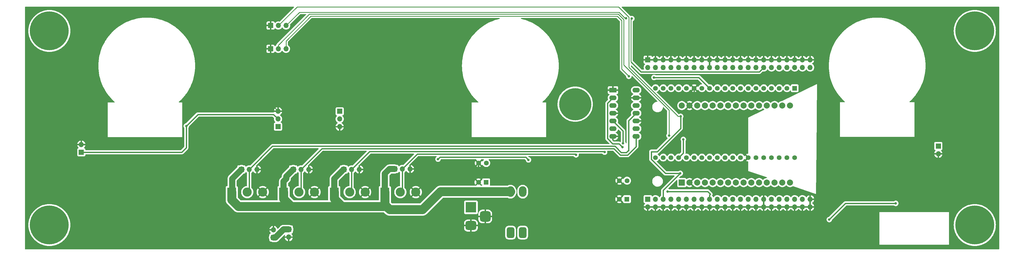
<source format=gbl>
G04 #@! TF.GenerationSoftware,KiCad,Pcbnew,7.0.10-1.fc39*
G04 #@! TF.CreationDate,2024-01-09T16:29:58-05:00*
G04 #@! TF.ProjectId,SYSMATT-WS2812-MATRIX-CARRIER-32X8,5359534d-4154-4542-9d57-53323831322d,rev?*
G04 #@! TF.SameCoordinates,Original*
G04 #@! TF.FileFunction,Copper,L2,Bot*
G04 #@! TF.FilePolarity,Positive*
%FSLAX46Y46*%
G04 Gerber Fmt 4.6, Leading zero omitted, Abs format (unit mm)*
G04 Created by KiCad (PCBNEW 7.0.10-1.fc39) date 2024-01-09 16:29:58*
%MOMM*%
%LPD*%
G01*
G04 APERTURE LIST*
G04 Aperture macros list*
%AMRoundRect*
0 Rectangle with rounded corners*
0 $1 Rounding radius*
0 $2 $3 $4 $5 $6 $7 $8 $9 X,Y pos of 4 corners*
0 Add a 4 corners polygon primitive as box body*
4,1,4,$2,$3,$4,$5,$6,$7,$8,$9,$2,$3,0*
0 Add four circle primitives for the rounded corners*
1,1,$1+$1,$2,$3*
1,1,$1+$1,$4,$5*
1,1,$1+$1,$6,$7*
1,1,$1+$1,$8,$9*
0 Add four rect primitives between the rounded corners*
20,1,$1+$1,$2,$3,$4,$5,0*
20,1,$1+$1,$4,$5,$6,$7,0*
20,1,$1+$1,$6,$7,$8,$9,0*
20,1,$1+$1,$8,$9,$2,$3,0*%
G04 Aperture macros list end*
G04 #@! TA.AperFunction,ComponentPad*
%ADD10C,1.600000*%
G04 #@! TD*
G04 #@! TA.AperFunction,ComponentPad*
%ADD11C,12.800000*%
G04 #@! TD*
G04 #@! TA.AperFunction,ComponentPad*
%ADD12R,1.700000X1.700000*%
G04 #@! TD*
G04 #@! TA.AperFunction,ComponentPad*
%ADD13O,1.700000X1.700000*%
G04 #@! TD*
G04 #@! TA.AperFunction,ComponentPad*
%ADD14R,1.600000X1.600000*%
G04 #@! TD*
G04 #@! TA.AperFunction,ComponentPad*
%ADD15R,3.000000X3.000000*%
G04 #@! TD*
G04 #@! TA.AperFunction,ComponentPad*
%ADD16C,3.000000*%
G04 #@! TD*
G04 #@! TA.AperFunction,ComponentPad*
%ADD17R,3.500000X3.500000*%
G04 #@! TD*
G04 #@! TA.AperFunction,ComponentPad*
%ADD18RoundRect,0.750000X1.000000X-0.750000X1.000000X0.750000X-1.000000X0.750000X-1.000000X-0.750000X0*%
G04 #@! TD*
G04 #@! TA.AperFunction,ComponentPad*
%ADD19RoundRect,0.875000X0.875000X-0.875000X0.875000X0.875000X-0.875000X0.875000X-0.875000X-0.875000X0*%
G04 #@! TD*
G04 #@! TA.AperFunction,ComponentPad*
%ADD20R,2.400000X1.600000*%
G04 #@! TD*
G04 #@! TA.AperFunction,ComponentPad*
%ADD21O,2.400000X1.600000*%
G04 #@! TD*
G04 #@! TA.AperFunction,ComponentPad*
%ADD22RoundRect,0.625000X0.625000X-1.125000X0.625000X1.125000X-0.625000X1.125000X-0.625000X-1.125000X0*%
G04 #@! TD*
G04 #@! TA.AperFunction,ComponentPad*
%ADD23O,2.500000X3.500000*%
G04 #@! TD*
G04 #@! TA.AperFunction,ComponentPad*
%ADD24C,10.600000*%
G04 #@! TD*
G04 #@! TA.AperFunction,ComponentPad*
%ADD25R,2.000000X2.000000*%
G04 #@! TD*
G04 #@! TA.AperFunction,ComponentPad*
%ADD26C,2.000000*%
G04 #@! TD*
G04 #@! TA.AperFunction,ComponentPad*
%ADD27R,1.560000X1.560000*%
G04 #@! TD*
G04 #@! TA.AperFunction,ComponentPad*
%ADD28C,1.560000*%
G04 #@! TD*
G04 #@! TA.AperFunction,ViaPad*
%ADD29C,0.800000*%
G04 #@! TD*
G04 #@! TA.AperFunction,Conductor*
%ADD30C,0.250000*%
G04 #@! TD*
G04 #@! TA.AperFunction,Conductor*
%ADD31C,0.400000*%
G04 #@! TD*
G04 #@! TA.AperFunction,Conductor*
%ADD32C,3.000000*%
G04 #@! TD*
G04 #@! TA.AperFunction,Conductor*
%ADD33C,2.000000*%
G04 #@! TD*
G04 APERTURE END LIST*
D10*
X162017000Y37935000D03*
X159517000Y37935000D03*
D11*
X322500000Y17500000D03*
D12*
X310521000Y43553000D03*
D13*
X310521000Y41013000D03*
D12*
X215084001Y72013000D03*
D13*
X215084001Y69473000D03*
X217624001Y72013000D03*
X217624001Y69473000D03*
X220164001Y72013000D03*
X220164001Y69473000D03*
X222704001Y72013000D03*
X222704001Y69473000D03*
X225244001Y72013000D03*
X225244001Y69473000D03*
X227784001Y72013000D03*
X227784001Y69473000D03*
X230324001Y72013000D03*
X230324001Y69473000D03*
X232864001Y72013000D03*
X232864001Y69473000D03*
X235404001Y72013000D03*
X235404001Y69473000D03*
X237944001Y72013000D03*
X237944001Y69473000D03*
X240484001Y72013000D03*
X240484001Y69473000D03*
X243024001Y72013000D03*
X243024001Y69473000D03*
X245564001Y72013000D03*
X245564001Y69473000D03*
X248104001Y72013000D03*
X248104001Y69473000D03*
X250644001Y72013000D03*
X250644001Y69473000D03*
X253184001Y72013000D03*
X253184001Y69473000D03*
X255724001Y72013000D03*
X255724001Y69473000D03*
X258264001Y72013000D03*
X258264001Y69473000D03*
X260804001Y72013000D03*
X260804001Y69473000D03*
X263344001Y72013000D03*
X263344001Y69473000D03*
X265884001Y72013000D03*
X265884001Y69473000D03*
X268424001Y72013000D03*
X268424001Y69473000D03*
D12*
X91151409Y75618000D03*
D13*
X93691409Y75618000D03*
X96231409Y75618000D03*
D12*
X131888000Y35978000D03*
D13*
X134428000Y35978000D03*
X136968000Y35978000D03*
D14*
X208226001Y26039000D03*
D10*
X205726001Y26039000D03*
D15*
X78421000Y28358000D03*
D16*
X83501000Y28358000D03*
X88581000Y28358000D03*
D17*
X156982500Y23335000D03*
D18*
X156982500Y17335000D03*
D19*
X161682500Y20335000D03*
D12*
X91181409Y83288000D03*
D13*
X93721409Y83288000D03*
X96261409Y83288000D03*
D12*
X92125000Y13381000D03*
D13*
X92125000Y15921000D03*
D12*
X93612000Y49950000D03*
D13*
X93612000Y52490000D03*
X93612000Y55030000D03*
D20*
X203654001Y61980000D03*
D21*
X203654001Y59440000D03*
X203654001Y56900000D03*
X203654001Y54360000D03*
X203654001Y51820000D03*
X203654001Y49280000D03*
X203654001Y46740000D03*
X211274001Y46740000D03*
X211274001Y49280000D03*
X211274001Y51820000D03*
X211274001Y54360000D03*
X211274001Y56900000D03*
X211274001Y59440000D03*
X211274001Y61980000D03*
D14*
X161977000Y31585000D03*
D10*
X159477000Y31585000D03*
D22*
X170000000Y15000000D03*
X174000000Y15000000D03*
D23*
X170000000Y28500000D03*
X174000000Y28500000D03*
D12*
X97148000Y16053000D03*
D13*
X97148000Y13513000D03*
D12*
X29000000Y41500000D03*
D13*
X29000000Y44040000D03*
D15*
X128713000Y28358000D03*
D16*
X133793000Y28358000D03*
X138873000Y28358000D03*
D11*
X322500000Y81500000D03*
D12*
X98614000Y35851000D03*
D13*
X101154000Y35851000D03*
X103694000Y35851000D03*
D24*
X191243001Y57357000D03*
D25*
X226260000Y31500000D03*
D26*
X228800000Y31500000D03*
X231340000Y31500000D03*
X233880000Y31500000D03*
X236420000Y31500000D03*
X238960000Y31500000D03*
X241500000Y31500000D03*
X244040000Y31500000D03*
X246580000Y31500000D03*
X249120000Y31500000D03*
X251660000Y31500000D03*
X254200000Y31500000D03*
X256740000Y31500000D03*
X259280000Y31500000D03*
X261820000Y31500000D03*
X261820000Y56900000D03*
X259280000Y56900000D03*
X256740000Y56900000D03*
X254200000Y56900000D03*
X251660000Y56900000D03*
X249120000Y56900000D03*
X246580000Y56900000D03*
X244040000Y56900000D03*
X241500000Y56900000D03*
X238960000Y56900000D03*
X236420000Y56900000D03*
X233880000Y56900000D03*
X231340000Y56900000D03*
X228800000Y56900000D03*
X226260000Y56900000D03*
D15*
X112076000Y28358000D03*
D16*
X117156000Y28358000D03*
X122236000Y28358000D03*
D12*
X81596000Y35851000D03*
D13*
X84136000Y35851000D03*
X86676000Y35851000D03*
D10*
X208266001Y32135000D03*
X205766001Y32135000D03*
D12*
X215084001Y26039000D03*
D13*
X215084001Y23499000D03*
X217624001Y26039000D03*
X217624001Y23499000D03*
X220164001Y26039000D03*
X220164001Y23499000D03*
X222704001Y26039000D03*
X222704001Y23499000D03*
X225244001Y26039000D03*
X225244001Y23499000D03*
X227784001Y26039000D03*
X227784001Y23499000D03*
X230324001Y26039000D03*
X230324001Y23499000D03*
X232864001Y26039000D03*
X232864001Y23499000D03*
X235404001Y26039000D03*
X235404001Y23499000D03*
X237944001Y26039000D03*
X237944001Y23499000D03*
X240484001Y26039000D03*
X240484001Y23499000D03*
X243024001Y26039000D03*
X243024001Y23499000D03*
X245564001Y26039000D03*
X245564001Y23499000D03*
X248104001Y26039000D03*
X248104001Y23499000D03*
X250644001Y26039000D03*
X250644001Y23499000D03*
X253184001Y26039000D03*
X253184001Y23499000D03*
X255724001Y26039000D03*
X255724001Y23499000D03*
X258264001Y26039000D03*
X258264001Y23499000D03*
X260804001Y26039000D03*
X260804001Y23499000D03*
X263344001Y26039000D03*
X263344001Y23499000D03*
X265884001Y26039000D03*
X265884001Y23499000D03*
X268424001Y26039000D03*
X268424001Y23499000D03*
D11*
X18500000Y81500000D03*
X18500000Y17500000D03*
D12*
X115251000Y35851000D03*
D13*
X117791000Y35851000D03*
X120331000Y35851000D03*
D27*
X263344000Y62615000D03*
D28*
X260804000Y62615000D03*
X258264000Y62615000D03*
X255724000Y62615000D03*
X253184000Y62615000D03*
X250644000Y62615000D03*
X248104000Y62615000D03*
X245564000Y62615000D03*
X243024000Y62615000D03*
X240484000Y62615000D03*
X237944000Y62615000D03*
X235404000Y62615000D03*
X232864000Y62615000D03*
X230324000Y62615000D03*
X227784000Y62615000D03*
X225244000Y62615000D03*
X222704000Y62615000D03*
X220164000Y62615000D03*
X217624000Y62615000D03*
X263344000Y39755000D03*
X260804000Y39755000D03*
X258264000Y39755000D03*
X255724000Y39755000D03*
X253184000Y39755000D03*
X250644000Y39755000D03*
X248104000Y39755000D03*
X245564000Y39755000D03*
X243024000Y39755000D03*
X240484000Y39755000D03*
X237944000Y39755000D03*
X235404000Y39755000D03*
X232864000Y39755000D03*
X230324000Y39755000D03*
X227784000Y39755000D03*
X225244000Y39755000D03*
X222704000Y39755000D03*
X220164000Y39755000D03*
X217624000Y39755000D03*
D12*
X113862000Y55000000D03*
D13*
X113862000Y52460000D03*
X113862000Y49920000D03*
D15*
X95439000Y28358000D03*
D16*
X100519000Y28358000D03*
X105599000Y28358000D03*
D29*
X54991000Y43815000D03*
X63500000Y50165000D03*
X175895000Y38989000D03*
X146177000Y39243000D03*
X296545000Y24638000D03*
X274701000Y19304000D03*
X209819757Y85570562D03*
X207969757Y85664556D03*
X225752001Y34548000D03*
X225879001Y53344000D03*
X208861001Y66552000D03*
X217116001Y66171000D03*
X226768001Y45724000D03*
X222069001Y46994000D03*
X191516000Y40640000D03*
X221561001Y28579000D03*
X206762443Y43190771D03*
X206951065Y44416364D03*
X200895627Y41545168D03*
D30*
X93721409Y83288000D02*
X99886409Y89453000D01*
X99886409Y89453000D02*
X205489461Y89453000D01*
X205489461Y89453000D02*
X208894757Y86047704D01*
X208894757Y86047704D02*
X208894757Y69498694D01*
X208894757Y69498694D02*
X225049451Y53344000D01*
X225049451Y53344000D02*
X225879001Y53344000D01*
X222069001Y55405212D02*
X222069001Y46994000D01*
X103881328Y87010000D02*
X205374238Y87010000D01*
X207152000Y70322213D02*
X222069001Y55405212D01*
X207152000Y85232238D02*
X207152000Y70322213D01*
X205374238Y87010000D02*
X207152000Y85232238D01*
X93691409Y75618000D02*
X93691409Y76820081D01*
X93691409Y76820081D02*
X103881328Y87010000D01*
D31*
X29000000Y44040000D02*
X54766000Y44040000D01*
X54766000Y44040000D02*
X54991000Y43815000D01*
X29000000Y41500000D02*
X61947000Y41500000D01*
X61947000Y41500000D02*
X63500000Y43053000D01*
X63500000Y43053000D02*
X63500000Y50165000D01*
X79001000Y53940000D02*
X67275000Y53940000D01*
X67275000Y53940000D02*
X63500000Y50165000D01*
X205726001Y26039000D02*
X199507001Y32258000D01*
X164084000Y32258000D02*
X159385000Y36957000D01*
X199507001Y32258000D02*
X164084000Y32258000D01*
X159385000Y36957000D02*
X159517000Y37089000D01*
X159517000Y37089000D02*
X159517000Y37935000D01*
D32*
X170000000Y28500000D02*
X146991000Y28500000D01*
X146991000Y28500000D02*
X141097000Y22606000D01*
X130274000Y22606000D02*
X128713000Y24167000D01*
X141097000Y22606000D02*
X130274000Y22606000D01*
D31*
X146812000Y39878000D02*
X146177000Y39243000D01*
X175006000Y39878000D02*
X146939000Y39878000D01*
X175895000Y38989000D02*
X175006000Y39878000D01*
X146939000Y39878000D02*
X146812000Y39878000D01*
X280035000Y24638000D02*
X274701000Y19304000D01*
X296545000Y24638000D02*
X280035000Y24638000D01*
D30*
X206502000Y68911001D02*
X208861001Y66552000D01*
X205643476Y87660000D02*
X207638920Y85664556D01*
X209710741Y71140000D02*
X209544757Y71305984D01*
X209544757Y85295562D02*
X209819757Y85570562D01*
X100633409Y87660000D02*
X205643476Y87660000D01*
X207638920Y85664556D02*
X207969757Y85664556D01*
X209544757Y71305984D02*
X209544757Y85295562D01*
X96261409Y83288000D02*
X100633409Y87660000D01*
X96231409Y75618000D02*
X96231409Y78197409D01*
X96231409Y78197409D02*
X104394000Y86360000D01*
X104394000Y86360000D02*
X205105000Y86360000D01*
X205105000Y86360000D02*
X206502000Y84963000D01*
X206502000Y84963000D02*
X206502000Y68911001D01*
X91151409Y75618000D02*
X91151409Y57490591D01*
X91151409Y57490591D02*
X93612000Y55030000D01*
X91181409Y83288000D02*
X91181409Y75648000D01*
X91181409Y75648000D02*
X91151409Y75618000D01*
D31*
X310319000Y41013000D02*
X310521000Y41013000D01*
X244294000Y35945000D02*
X248104000Y39755000D01*
X232483000Y35183000D02*
X242516001Y35183000D01*
X228800000Y56900000D02*
X230324000Y58424000D01*
X243278001Y35945000D02*
X244294000Y35945000D01*
X242516001Y35183000D02*
X243278001Y35945000D01*
X230324000Y58424000D02*
X230324000Y62615000D01*
X228800000Y31500000D02*
X232483000Y35183000D01*
X92162000Y53940000D02*
X79001000Y53940000D01*
X93612000Y52490000D02*
X92162000Y53940000D01*
D33*
X96328000Y32803000D02*
X95439000Y31914000D01*
D32*
X112076000Y26199000D02*
X114616000Y23659000D01*
D33*
X115251000Y35851000D02*
X115124000Y35851000D01*
D32*
X95439000Y28358000D02*
X95439000Y26199000D01*
D33*
X81596000Y35851000D02*
X78548000Y32803000D01*
D32*
X97979000Y23659000D02*
X80580000Y23659000D01*
D33*
X130237000Y35978000D02*
X128713000Y34454000D01*
X97148000Y16053000D02*
X95438981Y16053000D01*
X78548000Y32803000D02*
X78548000Y28485000D01*
X96328000Y33565000D02*
X96328000Y32803000D01*
D32*
X128713000Y28358000D02*
X128713000Y24167000D01*
X95439000Y26199000D02*
X97979000Y23659000D01*
X128205000Y23659000D02*
X114616000Y23659000D01*
D33*
X112076000Y32803000D02*
X112076000Y28358000D01*
X95439000Y31914000D02*
X95439000Y28358000D01*
X78548000Y28485000D02*
X78421000Y28358000D01*
X95438981Y16053000D02*
X92766981Y13381000D01*
X131888000Y35978000D02*
X130237000Y35978000D01*
D32*
X112076000Y28358000D02*
X112076000Y26199000D01*
X80580000Y23659000D02*
X78421000Y25818000D01*
D33*
X98614000Y35851000D02*
X96328000Y33565000D01*
D32*
X78421000Y25818000D02*
X78421000Y28358000D01*
X128713000Y24167000D02*
X128205000Y23659000D01*
X114616000Y23659000D02*
X97979000Y23659000D01*
D33*
X115124000Y35851000D02*
X112076000Y32803000D01*
X128713000Y34454000D02*
X128713000Y28358000D01*
X92766981Y13381000D02*
X92125000Y13381000D01*
D31*
X225879001Y49389786D02*
X218177843Y41688628D01*
X220164001Y28960000D02*
X220164001Y26039000D01*
X216244000Y39183385D02*
X220879385Y34548000D01*
X225879001Y53344000D02*
X225879001Y49389786D01*
X216244000Y41688628D02*
X216244000Y39183385D01*
X218177843Y41688628D02*
X216244000Y41688628D01*
X225752001Y34548000D02*
X220164001Y28960000D01*
X220879385Y34548000D02*
X225752001Y34548000D01*
X217116001Y66171000D02*
X231848000Y66171000D01*
X231848000Y66171000D02*
X235404000Y62615000D01*
X226768001Y45724000D02*
X226768001Y41279001D01*
X226768001Y41279001D02*
X225244000Y39755000D01*
X212827741Y68023000D02*
X251734001Y68023000D01*
X251734001Y68023000D02*
X253184001Y69473000D01*
X209710741Y71140000D02*
X212827741Y68023000D01*
X191225000Y40931000D02*
X191516000Y40640000D01*
X134428000Y35978000D02*
X134428000Y28993000D01*
X134428000Y28993000D02*
X133793000Y28358000D01*
X141643740Y40931000D02*
X191225000Y40931000D01*
X134428000Y35978000D02*
X139381000Y40931000D01*
X139381000Y40931000D02*
X141643740Y40931000D01*
X101154000Y28993000D02*
X100519000Y28358000D01*
X208484371Y40602000D02*
X211274001Y43391630D01*
X203936630Y42709000D02*
X206043630Y40602000D01*
X206043630Y40602000D02*
X208484371Y40602000D01*
X108012000Y42709000D02*
X203936630Y42709000D01*
X101154000Y35851000D02*
X101154000Y28993000D01*
X101154000Y35851000D02*
X108012000Y42709000D01*
X211274001Y43391630D02*
X211274001Y46740000D01*
X234769001Y28579000D02*
X235658001Y27690000D01*
X235658001Y27690000D02*
X235404001Y27436000D01*
X235404001Y27436000D02*
X235404001Y26039000D01*
X221561001Y28579000D02*
X234769001Y28579000D01*
X203583370Y44309000D02*
X205644214Y44309000D01*
X203654001Y59440000D02*
X201841000Y57626999D01*
X201841000Y46051370D02*
X203583370Y44309000D01*
X201841000Y57626999D02*
X201841000Y46051370D01*
X205644214Y44309000D02*
X206762443Y43190771D01*
X206951065Y48522936D02*
X206951065Y44416364D01*
X203654001Y51820000D02*
X206951065Y48522936D01*
X117791000Y35851000D02*
X117791000Y28993000D01*
X200709588Y41731207D02*
X200895627Y41545168D01*
X117791000Y35851000D02*
X123671207Y41731207D01*
X117791000Y28993000D02*
X117156000Y28358000D01*
X123671207Y41731207D02*
X200709588Y41731207D01*
X208788000Y42037000D02*
X208788000Y51873999D01*
X208788000Y51873999D02*
X211274001Y54360000D01*
X208661000Y42037000D02*
X208788000Y42037000D01*
X91794000Y43509000D02*
X204268000Y43509000D01*
X84136000Y35851000D02*
X91794000Y43509000D01*
X84136000Y28993000D02*
X83501000Y28358000D01*
X208026000Y41402000D02*
X208661000Y42037000D01*
X84136000Y35851000D02*
X84136000Y28993000D01*
X204268000Y43509000D02*
X206375000Y41402000D01*
X206375000Y41402000D02*
X208026000Y41402000D01*
G04 #@! TA.AperFunction,Conductor*
G36*
X106888521Y42788815D02*
G01*
X106934276Y42736011D01*
X106944220Y42666853D01*
X106915195Y42603297D01*
X106909163Y42596819D01*
X104213843Y39901500D01*
X101525994Y37213651D01*
X101464671Y37180166D01*
X101406217Y37181558D01*
X101389408Y37186063D01*
X101188324Y37203656D01*
X101154001Y37206659D01*
X101153999Y37206659D01*
X101116350Y37203365D01*
X100918592Y37186063D01*
X100690337Y37124903D01*
X100476171Y37025035D01*
X100476169Y37025034D01*
X100282597Y36889494D01*
X100160673Y36767570D01*
X100099350Y36734085D01*
X100029658Y36739069D01*
X99973725Y36780941D01*
X99956810Y36811918D01*
X99907797Y36943328D01*
X99907796Y36943331D01*
X99821546Y37058546D01*
X99706331Y37144796D01*
X99571483Y37195091D01*
X99511873Y37201500D01*
X99296662Y37201499D01*
X99242203Y37214098D01*
X99161313Y37253644D01*
X98922981Y37324598D01*
X98676221Y37355357D01*
X98427763Y37345080D01*
X98184386Y37294049D01*
X98037263Y37236642D01*
X97968938Y37209982D01*
X97923863Y37201499D01*
X97716128Y37201499D01*
X97667757Y37196299D01*
X97656516Y37195091D01*
X97521671Y37144797D01*
X97521664Y37144793D01*
X97406455Y37058547D01*
X97406452Y37058544D01*
X97320206Y36943335D01*
X97320202Y36943328D01*
X97269908Y36808482D01*
X97263501Y36748883D01*
X97263500Y36748864D01*
X97263500Y36673890D01*
X97243815Y36606851D01*
X97227181Y36586209D01*
X95338306Y34697334D01*
X95326788Y34687162D01*
X95308256Y34672738D01*
X95308253Y34672734D01*
X95308252Y34672734D01*
X95246776Y34605954D01*
X95243226Y34602254D01*
X95223104Y34582133D01*
X95204686Y34560387D01*
X95201294Y34556546D01*
X95139836Y34489785D01*
X95131810Y34477500D01*
X95126990Y34470123D01*
X95117808Y34457811D01*
X95102634Y34439894D01*
X95056153Y34361891D01*
X95053464Y34357583D01*
X95003824Y34281604D01*
X94994396Y34260109D01*
X94987364Y34246447D01*
X94975344Y34226275D01*
X94942353Y34141727D01*
X94940393Y34136995D01*
X94903935Y34053877D01*
X94898170Y34031113D01*
X94893485Y34016487D01*
X94884952Y33994616D01*
X94884949Y33994607D01*
X94866325Y33905793D01*
X94865171Y33900803D01*
X94842891Y33812822D01*
X94842891Y33812817D01*
X94840952Y33789421D01*
X94838738Y33774220D01*
X94833918Y33751232D01*
X94830168Y33660558D01*
X94829851Y33655448D01*
X94827500Y33627065D01*
X94827500Y33598596D01*
X94827394Y33593472D01*
X94823643Y33502780D01*
X94823643Y33502779D01*
X94825245Y33489920D01*
X94814002Y33420961D01*
X94789878Y33386906D01*
X94449306Y33046334D01*
X94437788Y33036162D01*
X94419256Y33021738D01*
X94419253Y33021734D01*
X94419252Y33021734D01*
X94357776Y32954954D01*
X94354226Y32951254D01*
X94334104Y32931133D01*
X94315686Y32909387D01*
X94312294Y32905546D01*
X94250836Y32838785D01*
X94244311Y32828797D01*
X94237990Y32819123D01*
X94228808Y32806811D01*
X94213634Y32788894D01*
X94167153Y32710891D01*
X94164464Y32706583D01*
X94114824Y32630604D01*
X94105396Y32609109D01*
X94098364Y32595447D01*
X94086344Y32575275D01*
X94053353Y32490727D01*
X94051393Y32485995D01*
X94014935Y32402877D01*
X94009170Y32380113D01*
X94004485Y32365487D01*
X93995952Y32343616D01*
X93995949Y32343607D01*
X93977325Y32254793D01*
X93976171Y32249803D01*
X93953891Y32161822D01*
X93953891Y32161817D01*
X93951952Y32138421D01*
X93949738Y32123223D01*
X93948002Y32114942D01*
X93944918Y32100232D01*
X93941168Y32009558D01*
X93940851Y32004448D01*
X93938500Y31976065D01*
X93938500Y31947596D01*
X93938394Y31942472D01*
X93934643Y31851780D01*
X93934643Y31851779D01*
X93937548Y31828472D01*
X93938500Y31813136D01*
X93938500Y30474976D01*
X93918815Y30407937D01*
X93866011Y30362182D01*
X93838864Y30354736D01*
X93839068Y30353876D01*
X93831520Y30352092D01*
X93831517Y30352091D01*
X93827758Y30350689D01*
X93696671Y30301797D01*
X93696664Y30301793D01*
X93581455Y30215547D01*
X93581452Y30215544D01*
X93495206Y30100335D01*
X93495202Y30100328D01*
X93444908Y29965482D01*
X93438501Y29905883D01*
X93438501Y29905876D01*
X93438500Y29905864D01*
X93438500Y26055915D01*
X93448062Y25989403D01*
X93449008Y25980608D01*
X93453803Y25913574D01*
X93453804Y25913571D01*
X93468089Y25847902D01*
X93469659Y25839198D01*
X93475131Y25801153D01*
X93465191Y25731994D01*
X93419439Y25679188D01*
X93352400Y25659500D01*
X81459996Y25659500D01*
X81392957Y25679185D01*
X81372315Y25695819D01*
X80457819Y26610315D01*
X80424334Y26671638D01*
X80421500Y26697996D01*
X80421500Y28433834D01*
X80421499Y28433863D01*
X80421499Y29905870D01*
X80421499Y29905873D01*
X80415091Y29965483D01*
X80364796Y30100331D01*
X80278546Y30215546D01*
X80163331Y30301796D01*
X80129167Y30314538D01*
X80073234Y30356408D01*
X80048816Y30421871D01*
X80048500Y30430720D01*
X80048500Y32130110D01*
X80068185Y32197149D01*
X80084819Y32217791D01*
X82331209Y34464181D01*
X82392532Y34497666D01*
X82418888Y34500500D01*
X82493869Y34500500D01*
X82493876Y34500501D01*
X82553483Y34506908D01*
X82688328Y34557202D01*
X82688335Y34557206D01*
X82803544Y34643452D01*
X82803547Y34643455D01*
X82889793Y34758664D01*
X82889797Y34758671D01*
X82938810Y34890082D01*
X82980681Y34946016D01*
X83046145Y34970433D01*
X83114418Y34955582D01*
X83142673Y34934431D01*
X83264601Y34812503D01*
X83264606Y34812499D01*
X83382624Y34729861D01*
X83426249Y34675284D01*
X83435500Y34628287D01*
X83435500Y30474373D01*
X83415815Y30407334D01*
X83363011Y30361579D01*
X83320347Y30350689D01*
X83215572Y30343196D01*
X83215568Y30343195D01*
X83215566Y30343195D01*
X82935962Y30282371D01*
X82935960Y30282370D01*
X82935954Y30282369D01*
X82667839Y30182367D01*
X82667834Y30182364D01*
X82667833Y30182364D01*
X82416690Y30045229D01*
X82416682Y30045224D01*
X82187612Y29873745D01*
X82187594Y29873729D01*
X81985270Y29671405D01*
X81985254Y29671387D01*
X81813775Y29442317D01*
X81813770Y29442309D01*
X81676635Y29191166D01*
X81676633Y29191161D01*
X81606306Y29002606D01*
X81576628Y28923037D01*
X81515804Y28643433D01*
X81495390Y28358001D01*
X81495390Y28357998D01*
X81515804Y28072566D01*
X81576628Y27792962D01*
X81676635Y27524833D01*
X81813770Y27273690D01*
X81813775Y27273682D01*
X81985254Y27044612D01*
X81985270Y27044594D01*
X82187594Y26842270D01*
X82187612Y26842254D01*
X82416682Y26670775D01*
X82416690Y26670770D01*
X82667833Y26533635D01*
X82667832Y26533635D01*
X82935962Y26433628D01*
X83215566Y26372804D01*
X83500999Y26352390D01*
X83501000Y26352390D01*
X83501001Y26352390D01*
X83786433Y26372804D01*
X84066037Y26433628D01*
X84066043Y26433630D01*
X84066046Y26433631D01*
X84334161Y26533633D01*
X84334166Y26533635D01*
X84585309Y26670770D01*
X84585317Y26670775D01*
X84814387Y26842254D01*
X84814405Y26842270D01*
X85016729Y27044594D01*
X85016745Y27044612D01*
X85188224Y27273682D01*
X85188229Y27273690D01*
X85325364Y27524833D01*
X85325364Y27524834D01*
X85325367Y27524839D01*
X85425369Y27792954D01*
X85437946Y27850770D01*
X85486195Y28072566D01*
X85486195Y28072568D01*
X85486196Y28072572D01*
X85506610Y28357998D01*
X86575891Y28357998D01*
X86596300Y28072637D01*
X86657109Y27793104D01*
X86757091Y27525041D01*
X86894191Y27273961D01*
X86894196Y27273953D01*
X87000882Y27131437D01*
X87000883Y27131436D01*
X87896195Y28026748D01*
X87918340Y27975413D01*
X88024433Y27832906D01*
X88160530Y27718706D01*
X88250216Y27673664D01*
X87354436Y26777883D01*
X87354436Y26777882D01*
X87496953Y26671196D01*
X87496961Y26671191D01*
X87748042Y26534091D01*
X87748041Y26534091D01*
X88016104Y26434109D01*
X88295637Y26373300D01*
X88580999Y26352891D01*
X88581001Y26352891D01*
X88866362Y26373300D01*
X89145895Y26434109D01*
X89413958Y26534091D01*
X89665038Y26671191D01*
X89665046Y26671196D01*
X89807561Y26777882D01*
X89807562Y26777883D01*
X88914747Y27670699D01*
X88924409Y27674216D01*
X89072844Y27771843D01*
X89194764Y27901070D01*
X89266767Y28025784D01*
X90161115Y27131436D01*
X90267807Y27273960D01*
X90267808Y27273961D01*
X90404908Y27525041D01*
X90504890Y27793104D01*
X90565699Y28072637D01*
X90586109Y28357998D01*
X90586109Y28358001D01*
X90565699Y28643362D01*
X90504890Y28922895D01*
X90404908Y29190958D01*
X90267803Y29442047D01*
X90161116Y29584561D01*
X90161115Y29584562D01*
X89265804Y28689251D01*
X89243660Y28740587D01*
X89137567Y28883094D01*
X89001470Y28997294D01*
X88911783Y29042335D01*
X89807562Y29938115D01*
X89807561Y29938116D01*
X89665047Y30044803D01*
X89413957Y30181908D01*
X89413958Y30181908D01*
X89145895Y30281890D01*
X88866362Y30342699D01*
X88581001Y30363109D01*
X88580999Y30363109D01*
X88295637Y30342699D01*
X88016104Y30281890D01*
X87748041Y30181908D01*
X87496961Y30044808D01*
X87496960Y30044807D01*
X87354436Y29938115D01*
X88247252Y29045300D01*
X88237591Y29041784D01*
X88089156Y28944157D01*
X87967236Y28814930D01*
X87895231Y28690214D01*
X87000883Y29584562D01*
X87000882Y29584561D01*
X86894196Y29442046D01*
X86894191Y29442038D01*
X86757091Y29190958D01*
X86657109Y28922895D01*
X86596300Y28643362D01*
X86575891Y28358001D01*
X86575891Y28357998D01*
X85506610Y28357998D01*
X85506610Y28358000D01*
X85486196Y28643428D01*
X85425369Y28923046D01*
X85325367Y29191161D01*
X85188226Y29442315D01*
X85016739Y29671395D01*
X84872817Y29815316D01*
X84839334Y29876637D01*
X84836500Y29902996D01*
X84836500Y34628287D01*
X84856185Y34695326D01*
X84889376Y34729861D01*
X85007393Y34812499D01*
X85007398Y34812503D01*
X85007401Y34812505D01*
X85174495Y34979599D01*
X85304730Y35165594D01*
X85359307Y35209218D01*
X85428806Y35216411D01*
X85491160Y35184889D01*
X85507879Y35165594D01*
X85637890Y34979921D01*
X85804917Y34812894D01*
X85998421Y34677399D01*
X86212507Y34577570D01*
X86212513Y34577567D01*
X86425999Y34520364D01*
X86426000Y34520364D01*
X86426000Y35415498D01*
X86533685Y35366320D01*
X86640237Y35351000D01*
X86711763Y35351000D01*
X86818315Y35366320D01*
X86926000Y35415498D01*
X86926000Y34520364D01*
X87139486Y34577567D01*
X87139492Y34577570D01*
X87353578Y34677399D01*
X87547082Y34812894D01*
X87714105Y34979917D01*
X87849600Y35173421D01*
X87949429Y35387507D01*
X87949432Y35387513D01*
X88006636Y35601000D01*
X87109686Y35601000D01*
X87135493Y35641156D01*
X87176000Y35779111D01*
X87176000Y35922889D01*
X87135493Y36060844D01*
X87109686Y36101000D01*
X88006635Y36101000D01*
X87949432Y36314486D01*
X87949429Y36314492D01*
X87849600Y36528577D01*
X87849599Y36528579D01*
X87714113Y36722073D01*
X87714108Y36722079D01*
X87547082Y36889105D01*
X87353578Y37024600D01*
X87139492Y37124429D01*
X87139483Y37124433D01*
X86926000Y37181633D01*
X86926000Y36286501D01*
X86818315Y36335680D01*
X86711763Y36351000D01*
X86640237Y36351000D01*
X86533685Y36335680D01*
X86426000Y36286501D01*
X86426000Y37098981D01*
X86445685Y37166020D01*
X86462319Y37186662D01*
X92047838Y42772181D01*
X92109161Y42805666D01*
X92135519Y42808500D01*
X106821482Y42808500D01*
X106888521Y42788815D01*
G37*
G04 #@! TD.AperFunction*
G04 #@! TA.AperFunction,Conductor*
G36*
X122725521Y41988815D02*
G01*
X122771276Y41936011D01*
X122781220Y41866853D01*
X122752195Y41803297D01*
X122746163Y41796819D01*
X120402153Y39452810D01*
X118162994Y37213651D01*
X118101671Y37180166D01*
X118043217Y37181558D01*
X118026408Y37186063D01*
X117825324Y37203656D01*
X117791001Y37206659D01*
X117790999Y37206659D01*
X117753350Y37203365D01*
X117555592Y37186063D01*
X117327337Y37124903D01*
X117113171Y37025035D01*
X117113169Y37025034D01*
X116919597Y36889494D01*
X116797673Y36767570D01*
X116736350Y36734085D01*
X116666658Y36739069D01*
X116610725Y36780941D01*
X116593810Y36811918D01*
X116544797Y36943328D01*
X116544796Y36943331D01*
X116458546Y37058546D01*
X116343331Y37144796D01*
X116208483Y37195091D01*
X116148873Y37201500D01*
X115933588Y37201499D01*
X115883777Y37211942D01*
X115739881Y37275063D01*
X115498821Y37336108D01*
X115498816Y37336108D01*
X115498813Y37336109D01*
X115375677Y37346311D01*
X115313067Y37351500D01*
X115313063Y37351500D01*
X115224864Y37351500D01*
X115209527Y37352452D01*
X115205063Y37353008D01*
X115186221Y37355357D01*
X115186219Y37355356D01*
X115186219Y37355357D01*
X115095528Y37351606D01*
X115090404Y37351500D01*
X115061933Y37351500D01*
X115033560Y37349148D01*
X115028455Y37348831D01*
X114937763Y37345081D01*
X114922570Y37341895D01*
X114914780Y37340262D01*
X114899574Y37338047D01*
X114876188Y37336109D01*
X114876184Y37336108D01*
X114876179Y37336108D01*
X114831615Y37324822D01*
X114788186Y37313825D01*
X114783194Y37312670D01*
X114694386Y37294049D01*
X114672516Y37285515D01*
X114657881Y37280827D01*
X114635119Y37275063D01*
X114635115Y37275061D01*
X114635108Y37275059D01*
X114552004Y37238605D01*
X114547277Y37236646D01*
X114489491Y37214099D01*
X114478937Y37209981D01*
X114433864Y37201499D01*
X114353128Y37201499D01*
X114304757Y37196299D01*
X114293516Y37195091D01*
X114158671Y37144797D01*
X114158664Y37144793D01*
X114043455Y37058547D01*
X114043452Y37058544D01*
X113957206Y36943335D01*
X113957201Y36943326D01*
X113906910Y36808487D01*
X113906908Y36808476D01*
X113905254Y36793096D01*
X113878514Y36728545D01*
X113869646Y36718674D01*
X111086306Y33935334D01*
X111074788Y33925162D01*
X111056256Y33910738D01*
X111056253Y33910734D01*
X111056252Y33910734D01*
X110994776Y33843954D01*
X110991226Y33840254D01*
X110971104Y33820133D01*
X110952686Y33798387D01*
X110949294Y33794546D01*
X110887836Y33727785D01*
X110877517Y33711990D01*
X110874990Y33708123D01*
X110865808Y33695811D01*
X110850634Y33677894D01*
X110804153Y33599891D01*
X110801464Y33595583D01*
X110751824Y33519604D01*
X110742396Y33498109D01*
X110735364Y33484447D01*
X110723344Y33464275D01*
X110690353Y33379727D01*
X110688393Y33374995D01*
X110651935Y33291877D01*
X110646170Y33269113D01*
X110641485Y33254487D01*
X110632952Y33232616D01*
X110632949Y33232607D01*
X110614325Y33143793D01*
X110613171Y33138803D01*
X110590891Y33050822D01*
X110590891Y33050817D01*
X110588952Y33027421D01*
X110586738Y33012223D01*
X110584280Y33000499D01*
X110581918Y32989232D01*
X110578168Y32898558D01*
X110577851Y32893448D01*
X110575500Y32865065D01*
X110575500Y32836596D01*
X110575394Y32831472D01*
X110571643Y32740780D01*
X110571643Y32740779D01*
X110574548Y32717472D01*
X110575500Y32702136D01*
X110575500Y30474976D01*
X110555815Y30407937D01*
X110503011Y30362182D01*
X110475864Y30354736D01*
X110476068Y30353876D01*
X110468520Y30352092D01*
X110468517Y30352091D01*
X110464758Y30350689D01*
X110333671Y30301797D01*
X110333664Y30301793D01*
X110218455Y30215547D01*
X110218452Y30215544D01*
X110132206Y30100335D01*
X110132202Y30100328D01*
X110081908Y29965482D01*
X110075501Y29905883D01*
X110075501Y29905876D01*
X110075500Y29905864D01*
X110075500Y26055915D01*
X110085062Y25989403D01*
X110086008Y25980608D01*
X110090803Y25913574D01*
X110090804Y25913571D01*
X110105089Y25847902D01*
X110106659Y25839198D01*
X110112131Y25801153D01*
X110102191Y25731994D01*
X110056439Y25679188D01*
X109989400Y25659500D01*
X98858996Y25659500D01*
X98791957Y25679185D01*
X98771315Y25695819D01*
X97475819Y26991315D01*
X97442334Y27052638D01*
X97439500Y27078996D01*
X97439500Y28433834D01*
X97439499Y28433863D01*
X97439499Y29905870D01*
X97439499Y29905873D01*
X97433091Y29965483D01*
X97382796Y30100331D01*
X97296546Y30215546D01*
X97181331Y30301796D01*
X97046483Y30352091D01*
X97046481Y30352091D01*
X97038938Y30353874D01*
X97039476Y30356151D01*
X96985713Y30378408D01*
X96945853Y30435793D01*
X96939500Y30474975D01*
X96939500Y31241110D01*
X96959185Y31308149D01*
X96975819Y31328791D01*
X97317693Y31670665D01*
X97329211Y31680837D01*
X97347742Y31695260D01*
X97347747Y31695265D01*
X97409222Y31762044D01*
X97412772Y31765744D01*
X97432889Y31785860D01*
X97432894Y31785866D01*
X97432902Y31785874D01*
X97451322Y31807623D01*
X97454693Y31811440D01*
X97478603Y31837413D01*
X97516164Y31878215D01*
X97529002Y31897865D01*
X97538190Y31910188D01*
X97553362Y31928101D01*
X97553366Y31928106D01*
X97599827Y32006078D01*
X97602529Y32010406D01*
X97652169Y32086387D01*
X97652174Y32086395D01*
X97661605Y32107895D01*
X97668638Y32121558D01*
X97680653Y32141722D01*
X97680656Y32141727D01*
X97713653Y32226294D01*
X97715605Y32231004D01*
X97752059Y32314108D01*
X97752064Y32314123D01*
X97757827Y32336881D01*
X97762515Y32351516D01*
X97763157Y32353161D01*
X97771049Y32373386D01*
X97789670Y32462194D01*
X97790825Y32467186D01*
X97808552Y32537188D01*
X97813108Y32555179D01*
X97813617Y32561323D01*
X97815047Y32578574D01*
X97817262Y32593780D01*
X97820188Y32607737D01*
X97822081Y32616763D01*
X97825831Y32707455D01*
X97826149Y32712569D01*
X97828500Y32740933D01*
X97828500Y32769402D01*
X97828606Y32774526D01*
X97832357Y32865221D01*
X97830755Y32878071D01*
X97841994Y32947030D01*
X97866121Y32981093D01*
X99349209Y34464181D01*
X99410532Y34497666D01*
X99436888Y34500500D01*
X99511869Y34500500D01*
X99511876Y34500501D01*
X99571483Y34506908D01*
X99706328Y34557202D01*
X99706335Y34557206D01*
X99821544Y34643452D01*
X99821547Y34643455D01*
X99907793Y34758664D01*
X99907797Y34758671D01*
X99956810Y34890082D01*
X99998681Y34946016D01*
X100064145Y34970433D01*
X100132418Y34955582D01*
X100160673Y34934431D01*
X100282601Y34812503D01*
X100282606Y34812499D01*
X100400624Y34729861D01*
X100444249Y34675284D01*
X100453500Y34628287D01*
X100453500Y30474373D01*
X100433815Y30407334D01*
X100381011Y30361579D01*
X100338347Y30350689D01*
X100233572Y30343196D01*
X100233568Y30343195D01*
X100233566Y30343195D01*
X99953962Y30282371D01*
X99953960Y30282370D01*
X99953954Y30282369D01*
X99685839Y30182367D01*
X99685834Y30182364D01*
X99685833Y30182364D01*
X99434690Y30045229D01*
X99434682Y30045224D01*
X99205612Y29873745D01*
X99205594Y29873729D01*
X99003270Y29671405D01*
X99003254Y29671387D01*
X98831775Y29442317D01*
X98831770Y29442309D01*
X98694635Y29191166D01*
X98694633Y29191161D01*
X98624306Y29002606D01*
X98594628Y28923037D01*
X98533804Y28643433D01*
X98513390Y28358001D01*
X98513390Y28357998D01*
X98533804Y28072566D01*
X98594628Y27792962D01*
X98694635Y27524833D01*
X98831770Y27273690D01*
X98831775Y27273682D01*
X99003254Y27044612D01*
X99003270Y27044594D01*
X99205594Y26842270D01*
X99205612Y26842254D01*
X99434682Y26670775D01*
X99434690Y26670770D01*
X99685833Y26533635D01*
X99685832Y26533635D01*
X99953962Y26433628D01*
X100233566Y26372804D01*
X100518999Y26352390D01*
X100519000Y26352390D01*
X100519001Y26352390D01*
X100804433Y26372804D01*
X101084037Y26433628D01*
X101084043Y26433630D01*
X101084046Y26433631D01*
X101352161Y26533633D01*
X101352166Y26533635D01*
X101603309Y26670770D01*
X101603317Y26670775D01*
X101832387Y26842254D01*
X101832405Y26842270D01*
X102034729Y27044594D01*
X102034745Y27044612D01*
X102206224Y27273682D01*
X102206229Y27273690D01*
X102343364Y27524833D01*
X102343364Y27524834D01*
X102343367Y27524839D01*
X102443369Y27792954D01*
X102455946Y27850770D01*
X102504195Y28072566D01*
X102504195Y28072568D01*
X102504196Y28072572D01*
X102524610Y28357998D01*
X103593891Y28357998D01*
X103614300Y28072637D01*
X103675109Y27793104D01*
X103775091Y27525041D01*
X103912191Y27273961D01*
X103912196Y27273953D01*
X104018882Y27131437D01*
X104018883Y27131436D01*
X104914195Y28026748D01*
X104936340Y27975413D01*
X105042433Y27832906D01*
X105178530Y27718706D01*
X105268216Y27673664D01*
X104372436Y26777883D01*
X104372436Y26777882D01*
X104514953Y26671196D01*
X104514961Y26671191D01*
X104766042Y26534091D01*
X104766041Y26534091D01*
X105034104Y26434109D01*
X105313637Y26373300D01*
X105598999Y26352891D01*
X105599001Y26352891D01*
X105884362Y26373300D01*
X106163895Y26434109D01*
X106431958Y26534091D01*
X106683038Y26671191D01*
X106683046Y26671196D01*
X106825561Y26777882D01*
X106825562Y26777883D01*
X105932747Y27670699D01*
X105942409Y27674216D01*
X106090844Y27771843D01*
X106212764Y27901070D01*
X106284767Y28025784D01*
X107179115Y27131436D01*
X107285807Y27273960D01*
X107285808Y27273961D01*
X107422908Y27525041D01*
X107522890Y27793104D01*
X107583699Y28072637D01*
X107604109Y28357998D01*
X107604109Y28358001D01*
X107583699Y28643362D01*
X107522890Y28922895D01*
X107422908Y29190958D01*
X107285803Y29442047D01*
X107179116Y29584561D01*
X107179115Y29584562D01*
X106283804Y28689251D01*
X106261660Y28740587D01*
X106155567Y28883094D01*
X106019470Y28997294D01*
X105929783Y29042335D01*
X106825562Y29938115D01*
X106825561Y29938116D01*
X106683047Y30044803D01*
X106431957Y30181908D01*
X106431958Y30181908D01*
X106163895Y30281890D01*
X105884362Y30342699D01*
X105599001Y30363109D01*
X105598999Y30363109D01*
X105313637Y30342699D01*
X105034104Y30281890D01*
X104766041Y30181908D01*
X104514961Y30044808D01*
X104514960Y30044807D01*
X104372436Y29938115D01*
X105265252Y29045300D01*
X105255591Y29041784D01*
X105107156Y28944157D01*
X104985236Y28814930D01*
X104913231Y28690214D01*
X104018883Y29584562D01*
X104018882Y29584561D01*
X103912196Y29442046D01*
X103912191Y29442038D01*
X103775091Y29190958D01*
X103675109Y28922895D01*
X103614300Y28643362D01*
X103593891Y28358001D01*
X103593891Y28357998D01*
X102524610Y28357998D01*
X102524610Y28358000D01*
X102504196Y28643428D01*
X102443369Y28923046D01*
X102343367Y29191161D01*
X102206226Y29442315D01*
X102034739Y29671395D01*
X101890817Y29815316D01*
X101857334Y29876637D01*
X101854500Y29902996D01*
X101854500Y34628287D01*
X101874185Y34695326D01*
X101907376Y34729861D01*
X102025393Y34812499D01*
X102025398Y34812503D01*
X102025401Y34812505D01*
X102192495Y34979599D01*
X102322730Y35165594D01*
X102377307Y35209218D01*
X102446806Y35216411D01*
X102509160Y35184889D01*
X102525879Y35165594D01*
X102655890Y34979921D01*
X102822917Y34812894D01*
X103016421Y34677399D01*
X103230507Y34577570D01*
X103230513Y34577567D01*
X103443999Y34520364D01*
X103444000Y34520364D01*
X103444000Y35415498D01*
X103551685Y35366320D01*
X103658237Y35351000D01*
X103729763Y35351000D01*
X103836315Y35366320D01*
X103944000Y35415498D01*
X103944000Y34520364D01*
X104157486Y34577567D01*
X104157492Y34577570D01*
X104371578Y34677399D01*
X104565082Y34812894D01*
X104732105Y34979917D01*
X104867600Y35173421D01*
X104967429Y35387507D01*
X104967432Y35387513D01*
X105024636Y35601000D01*
X104127686Y35601000D01*
X104153493Y35641156D01*
X104194000Y35779111D01*
X104194000Y35922889D01*
X104153493Y36060844D01*
X104127686Y36101000D01*
X105024635Y36101000D01*
X104967432Y36314486D01*
X104967429Y36314492D01*
X104867600Y36528577D01*
X104867599Y36528579D01*
X104732113Y36722073D01*
X104732108Y36722079D01*
X104565082Y36889105D01*
X104371578Y37024600D01*
X104157492Y37124429D01*
X104157483Y37124433D01*
X103944000Y37181633D01*
X103944000Y36286501D01*
X103836315Y36335680D01*
X103729763Y36351000D01*
X103658237Y36351000D01*
X103551685Y36335680D01*
X103444000Y36286501D01*
X103444000Y37098981D01*
X103463685Y37166020D01*
X103480319Y37186662D01*
X108265837Y41972181D01*
X108327160Y42005666D01*
X108353518Y42008500D01*
X122658482Y42008500D01*
X122725521Y41988815D01*
G37*
G04 #@! TD.AperFunction*
G04 #@! TA.AperFunction,Conductor*
G36*
X138257727Y41011022D02*
G01*
X138303482Y40958218D01*
X138313426Y40889060D01*
X138284401Y40825504D01*
X138278369Y40819026D01*
X134799994Y37340651D01*
X134738671Y37307166D01*
X134680217Y37308558D01*
X134663408Y37313063D01*
X134467234Y37330226D01*
X134428001Y37333659D01*
X134427999Y37333659D01*
X134380918Y37329539D01*
X134192592Y37313063D01*
X134019285Y37266626D01*
X133966666Y37252527D01*
X133964337Y37251903D01*
X133780475Y37166166D01*
X133750171Y37152035D01*
X133750169Y37152034D01*
X133556597Y37016494D01*
X133434673Y36894570D01*
X133373350Y36861085D01*
X133303658Y36866069D01*
X133247725Y36907941D01*
X133230810Y36938918D01*
X133186192Y37058544D01*
X133181796Y37070331D01*
X133095546Y37185546D01*
X132980331Y37271796D01*
X132845483Y37322091D01*
X132785873Y37328500D01*
X132570588Y37328499D01*
X132520777Y37338942D01*
X132376881Y37402063D01*
X132135821Y37463108D01*
X132135816Y37463108D01*
X132135813Y37463109D01*
X132012677Y37473311D01*
X131950067Y37478500D01*
X131950063Y37478500D01*
X130337863Y37478500D01*
X130322526Y37479452D01*
X130322010Y37479516D01*
X130299221Y37482357D01*
X130208537Y37478606D01*
X130203412Y37478500D01*
X130174933Y37478500D01*
X130146537Y37476146D01*
X130141451Y37475830D01*
X130050763Y37472080D01*
X130027790Y37467262D01*
X130012585Y37465046D01*
X129989179Y37463108D01*
X129901182Y37440824D01*
X129896192Y37439669D01*
X129807386Y37421049D01*
X129785516Y37412515D01*
X129770881Y37407827D01*
X129748119Y37402063D01*
X129664969Y37365589D01*
X129660287Y37363650D01*
X129575726Y37330655D01*
X129575721Y37330652D01*
X129555549Y37318633D01*
X129541890Y37311603D01*
X129520399Y37302176D01*
X129520393Y37302173D01*
X129444385Y37252515D01*
X129440089Y37249833D01*
X129362106Y37203366D01*
X129344188Y37188190D01*
X129331865Y37179002D01*
X129312215Y37166164D01*
X129266879Y37124429D01*
X129245440Y37104693D01*
X129241598Y37101301D01*
X129219874Y37082902D01*
X129219870Y37082897D01*
X129199756Y37062783D01*
X129196056Y37059233D01*
X129129265Y36997747D01*
X129129258Y36997739D01*
X129114838Y36979212D01*
X129104665Y36967692D01*
X127723306Y35586334D01*
X127711788Y35576162D01*
X127693256Y35561738D01*
X127693253Y35561734D01*
X127693252Y35561734D01*
X127631776Y35494954D01*
X127628226Y35491254D01*
X127608104Y35471133D01*
X127589686Y35449387D01*
X127586294Y35445546D01*
X127524836Y35378785D01*
X127516692Y35366320D01*
X127511990Y35359123D01*
X127502808Y35346811D01*
X127487634Y35328894D01*
X127441153Y35250891D01*
X127438464Y35246583D01*
X127388824Y35170604D01*
X127379396Y35149109D01*
X127372364Y35135447D01*
X127360344Y35115275D01*
X127327353Y35030727D01*
X127325393Y35025995D01*
X127288935Y34942877D01*
X127283170Y34920113D01*
X127278485Y34905487D01*
X127269952Y34883616D01*
X127269949Y34883607D01*
X127251325Y34794793D01*
X127250171Y34789803D01*
X127227891Y34701822D01*
X127227891Y34701817D01*
X127225952Y34678421D01*
X127223738Y34663223D01*
X127219593Y34643452D01*
X127218918Y34640232D01*
X127215168Y34549558D01*
X127214851Y34544448D01*
X127212500Y34516065D01*
X127212500Y34487596D01*
X127212394Y34482472D01*
X127208643Y34391780D01*
X127208643Y34391779D01*
X127211548Y34368472D01*
X127212500Y34353136D01*
X127212500Y30474976D01*
X127192815Y30407937D01*
X127140011Y30362182D01*
X127112864Y30354736D01*
X127113068Y30353876D01*
X127105520Y30352092D01*
X127105517Y30352091D01*
X127101758Y30350689D01*
X126970671Y30301797D01*
X126970664Y30301793D01*
X126855455Y30215547D01*
X126855452Y30215544D01*
X126769206Y30100335D01*
X126769202Y30100328D01*
X126718908Y29965482D01*
X126712501Y29905883D01*
X126712501Y29905876D01*
X126712500Y29905864D01*
X126712500Y25783500D01*
X126692815Y25716461D01*
X126640011Y25670706D01*
X126588500Y25659500D01*
X115495996Y25659500D01*
X115428957Y25679185D01*
X115408315Y25695819D01*
X114112819Y26991315D01*
X114079334Y27052638D01*
X114076500Y27078996D01*
X114076500Y28433834D01*
X114076499Y28433863D01*
X114076499Y29905870D01*
X114076499Y29905873D01*
X114070091Y29965483D01*
X114019796Y30100331D01*
X113933546Y30215546D01*
X113818331Y30301796D01*
X113683483Y30352091D01*
X113683481Y30352091D01*
X113675938Y30353874D01*
X113676476Y30356151D01*
X113622713Y30378408D01*
X113582853Y30435793D01*
X113576500Y30474975D01*
X113576500Y32130110D01*
X113596185Y32197149D01*
X113612819Y32217791D01*
X115859209Y34464181D01*
X115920532Y34497666D01*
X115946889Y34500500D01*
X116148869Y34500500D01*
X116148876Y34500501D01*
X116208483Y34506908D01*
X116343328Y34557202D01*
X116343335Y34557206D01*
X116458544Y34643452D01*
X116458547Y34643455D01*
X116544793Y34758664D01*
X116544797Y34758671D01*
X116593810Y34890082D01*
X116635681Y34946016D01*
X116701145Y34970433D01*
X116769418Y34955582D01*
X116797673Y34934431D01*
X116919601Y34812503D01*
X116919606Y34812499D01*
X117037624Y34729861D01*
X117081249Y34675284D01*
X117090500Y34628287D01*
X117090500Y30474373D01*
X117070815Y30407334D01*
X117018011Y30361579D01*
X116975347Y30350689D01*
X116870572Y30343196D01*
X116870568Y30343195D01*
X116870566Y30343195D01*
X116590962Y30282371D01*
X116590960Y30282370D01*
X116590954Y30282369D01*
X116322839Y30182367D01*
X116322834Y30182364D01*
X116322833Y30182364D01*
X116071690Y30045229D01*
X116071682Y30045224D01*
X115842612Y29873745D01*
X115842594Y29873729D01*
X115640270Y29671405D01*
X115640254Y29671387D01*
X115468775Y29442317D01*
X115468770Y29442309D01*
X115331635Y29191166D01*
X115331633Y29191161D01*
X115261306Y29002606D01*
X115231628Y28923037D01*
X115170804Y28643433D01*
X115150390Y28358001D01*
X115150390Y28357998D01*
X115170804Y28072566D01*
X115231628Y27792962D01*
X115331635Y27524833D01*
X115468770Y27273690D01*
X115468775Y27273682D01*
X115640254Y27044612D01*
X115640270Y27044594D01*
X115842594Y26842270D01*
X115842612Y26842254D01*
X116071682Y26670775D01*
X116071690Y26670770D01*
X116322833Y26533635D01*
X116322832Y26533635D01*
X116590962Y26433628D01*
X116870566Y26372804D01*
X117155999Y26352390D01*
X117156000Y26352390D01*
X117156001Y26352390D01*
X117441433Y26372804D01*
X117721037Y26433628D01*
X117721043Y26433630D01*
X117721046Y26433631D01*
X117989161Y26533633D01*
X117989166Y26533635D01*
X118240309Y26670770D01*
X118240317Y26670775D01*
X118469387Y26842254D01*
X118469405Y26842270D01*
X118671729Y27044594D01*
X118671745Y27044612D01*
X118843224Y27273682D01*
X118843229Y27273690D01*
X118980364Y27524833D01*
X118980364Y27524834D01*
X118980367Y27524839D01*
X119080369Y27792954D01*
X119092946Y27850770D01*
X119141195Y28072566D01*
X119141195Y28072568D01*
X119141196Y28072572D01*
X119161610Y28357998D01*
X120230891Y28357998D01*
X120251300Y28072637D01*
X120312109Y27793104D01*
X120412091Y27525041D01*
X120549191Y27273961D01*
X120549196Y27273953D01*
X120655882Y27131437D01*
X120655883Y27131436D01*
X121551195Y28026748D01*
X121573340Y27975413D01*
X121679433Y27832906D01*
X121815530Y27718706D01*
X121905216Y27673664D01*
X121009436Y26777883D01*
X121009436Y26777882D01*
X121151953Y26671196D01*
X121151961Y26671191D01*
X121403042Y26534091D01*
X121403041Y26534091D01*
X121671104Y26434109D01*
X121950637Y26373300D01*
X122235999Y26352891D01*
X122236001Y26352891D01*
X122521362Y26373300D01*
X122800895Y26434109D01*
X123068958Y26534091D01*
X123320038Y26671191D01*
X123320046Y26671196D01*
X123462561Y26777882D01*
X123462562Y26777883D01*
X122569747Y27670699D01*
X122579409Y27674216D01*
X122727844Y27771843D01*
X122849764Y27901070D01*
X122921767Y28025784D01*
X123816115Y27131436D01*
X123922807Y27273960D01*
X123922808Y27273961D01*
X124059908Y27525041D01*
X124159890Y27793104D01*
X124220699Y28072637D01*
X124241109Y28357998D01*
X124241109Y28358001D01*
X124220699Y28643362D01*
X124159890Y28922895D01*
X124059908Y29190958D01*
X123922803Y29442047D01*
X123816116Y29584561D01*
X123816115Y29584562D01*
X122920804Y28689251D01*
X122898660Y28740587D01*
X122792567Y28883094D01*
X122656470Y28997294D01*
X122566783Y29042335D01*
X123462562Y29938115D01*
X123462561Y29938116D01*
X123320047Y30044803D01*
X123068957Y30181908D01*
X123068958Y30181908D01*
X122800895Y30281890D01*
X122521362Y30342699D01*
X122236001Y30363109D01*
X122235999Y30363109D01*
X121950637Y30342699D01*
X121671104Y30281890D01*
X121403041Y30181908D01*
X121151961Y30044808D01*
X121151960Y30044807D01*
X121009436Y29938115D01*
X121902252Y29045300D01*
X121892591Y29041784D01*
X121744156Y28944157D01*
X121622236Y28814930D01*
X121550231Y28690214D01*
X120655883Y29584562D01*
X120655882Y29584561D01*
X120549196Y29442046D01*
X120549191Y29442038D01*
X120412091Y29190958D01*
X120312109Y28922895D01*
X120251300Y28643362D01*
X120230891Y28358001D01*
X120230891Y28357998D01*
X119161610Y28357998D01*
X119161610Y28358000D01*
X119141196Y28643428D01*
X119080369Y28923046D01*
X118980367Y29191161D01*
X118843226Y29442315D01*
X118671739Y29671395D01*
X118527817Y29815316D01*
X118494334Y29876637D01*
X118491500Y29902996D01*
X118491500Y34628287D01*
X118511185Y34695326D01*
X118544376Y34729861D01*
X118662393Y34812499D01*
X118662398Y34812503D01*
X118662401Y34812505D01*
X118829495Y34979599D01*
X118959730Y35165594D01*
X119014307Y35209218D01*
X119083806Y35216411D01*
X119146160Y35184889D01*
X119162879Y35165594D01*
X119292890Y34979921D01*
X119459917Y34812894D01*
X119653421Y34677399D01*
X119867507Y34577570D01*
X119867513Y34577567D01*
X120080999Y34520364D01*
X120081000Y34520364D01*
X120081000Y35415498D01*
X120188685Y35366320D01*
X120295237Y35351000D01*
X120366763Y35351000D01*
X120473315Y35366320D01*
X120581000Y35415498D01*
X120581000Y34520364D01*
X120794486Y34577567D01*
X120794492Y34577570D01*
X121008578Y34677399D01*
X121202082Y34812894D01*
X121369105Y34979917D01*
X121504600Y35173421D01*
X121604429Y35387507D01*
X121604432Y35387513D01*
X121661636Y35601000D01*
X120764686Y35601000D01*
X120790493Y35641156D01*
X120831000Y35779111D01*
X120831000Y35922889D01*
X120790493Y36060844D01*
X120764686Y36101000D01*
X121661635Y36101000D01*
X121604432Y36314486D01*
X121604429Y36314492D01*
X121504600Y36528577D01*
X121504599Y36528579D01*
X121369113Y36722073D01*
X121369108Y36722079D01*
X121202082Y36889105D01*
X121008578Y37024600D01*
X120794492Y37124429D01*
X120794483Y37124433D01*
X120581000Y37181633D01*
X120581000Y36286501D01*
X120473315Y36335680D01*
X120366763Y36351000D01*
X120295237Y36351000D01*
X120188685Y36335680D01*
X120081000Y36286501D01*
X120081000Y37098981D01*
X120100685Y37166020D01*
X120117319Y37186662D01*
X123925044Y40994388D01*
X123986367Y41027873D01*
X124012725Y41030707D01*
X138190688Y41030707D01*
X138257727Y41011022D01*
G37*
G04 #@! TD.AperFunction*
G04 #@! TA.AperFunction,Conductor*
G36*
X160561199Y30854352D02*
G01*
X160610194Y30844506D01*
X160660377Y30795890D01*
X160675049Y30740367D01*
X160676099Y30740423D01*
X160676146Y30740429D01*
X160676146Y30740426D01*
X160676324Y30740436D01*
X160676501Y30737123D01*
X160682908Y30677516D01*
X160686520Y30667835D01*
X160691506Y30598143D01*
X160658021Y30536820D01*
X160596699Y30503334D01*
X160570339Y30500500D01*
X160259309Y30500500D01*
X160192270Y30520185D01*
X160171628Y30536819D01*
X159521401Y31187046D01*
X159602148Y31199835D01*
X159715045Y31257359D01*
X159804641Y31346955D01*
X159862165Y31459852D01*
X159874953Y31540598D01*
X160561199Y30854352D01*
G37*
G04 #@! TD.AperFunction*
G04 #@! TA.AperFunction,Conductor*
G36*
X161197881Y39157815D02*
G01*
X161243636Y39105011D01*
X161253580Y39035853D01*
X161224555Y38972297D01*
X161201965Y38951925D01*
X161177858Y38935045D01*
X161016954Y38774141D01*
X160886432Y38587734D01*
X160886430Y38587730D01*
X160879105Y38572022D01*
X160832931Y38519583D01*
X160765737Y38500433D01*
X160698857Y38520650D01*
X160654340Y38572028D01*
X160647134Y38587481D01*
X160596024Y38660471D01*
X159914953Y37979400D01*
X159902165Y38060148D01*
X159844641Y38173045D01*
X159755045Y38262641D01*
X159642148Y38320165D01*
X159561400Y38332953D01*
X160242471Y39014024D01*
X160239964Y39042694D01*
X160253731Y39111193D01*
X160302347Y39161376D01*
X160363492Y39177500D01*
X161130842Y39177500D01*
X161197881Y39157815D01*
G37*
G04 #@! TD.AperFunction*
G04 #@! TA.AperFunction,Conductor*
G36*
X205471739Y48999043D02*
G01*
X205510608Y48972735D01*
X206214246Y48269097D01*
X206247731Y48207774D01*
X206250565Y48181416D01*
X206250565Y45031755D01*
X206230880Y44964716D01*
X206218713Y44948781D01*
X206218530Y44948578D01*
X206218528Y44948575D01*
X206210584Y44934815D01*
X206160018Y44886599D01*
X206091411Y44873375D01*
X206026722Y44899205D01*
X206009271Y44912878D01*
X206000035Y44917034D01*
X205980480Y44928062D01*
X205972144Y44933818D01*
X205915892Y44955150D01*
X205909022Y44957996D01*
X205854146Y44982695D01*
X205844175Y44984522D01*
X205822549Y44990550D01*
X205813086Y44994140D01*
X205753399Y45001387D01*
X205745996Y45002513D01*
X205686820Y45013358D01*
X205626781Y45009726D01*
X205619293Y45009500D01*
X203924889Y45009500D01*
X203857850Y45029185D01*
X203837208Y45045819D01*
X203440320Y45442707D01*
X203406835Y45504030D01*
X203404001Y45530388D01*
X203404001Y46424314D01*
X203415956Y46412359D01*
X203528853Y46354835D01*
X203622520Y46340000D01*
X203685482Y46340000D01*
X203779149Y46354835D01*
X203892046Y46412359D01*
X203904001Y46424314D01*
X203904001Y45440000D01*
X204110767Y45440000D01*
X204280600Y45454858D01*
X204280611Y45454860D01*
X204500318Y45513730D01*
X204500327Y45513734D01*
X204706483Y45609865D01*
X204892821Y45740342D01*
X205053658Y45901179D01*
X205184135Y46087517D01*
X205280266Y46293673D01*
X205280270Y46293682D01*
X205332873Y46490000D01*
X203969687Y46490000D01*
X203981642Y46501955D01*
X204039166Y46614852D01*
X204058987Y46740000D01*
X204039166Y46865148D01*
X203981642Y46978045D01*
X203969687Y46990000D01*
X205332873Y46990000D01*
X205280270Y47186317D01*
X205280266Y47186326D01*
X205184135Y47392482D01*
X205053658Y47578820D01*
X204892821Y47739657D01*
X204706485Y47870132D01*
X204648135Y47897341D01*
X204595696Y47943513D01*
X204576543Y48010707D01*
X204596758Y48077588D01*
X204648133Y48122105D01*
X204706735Y48149432D01*
X204877636Y48269097D01*
X204893142Y48279954D01*
X205054046Y48440858D01*
X205184568Y48627265D01*
X205184569Y48627266D01*
X205280740Y48833504D01*
X205287216Y48857671D01*
X205303152Y48917147D01*
X205339517Y48976808D01*
X205402364Y49007337D01*
X205471739Y48999043D01*
G37*
G04 #@! TD.AperFunction*
G04 #@! TA.AperFunction,Conductor*
G36*
X98816496Y89480315D02*
G01*
X98862251Y89427511D01*
X98872195Y89358353D01*
X98843170Y89294797D01*
X98837139Y89288320D01*
X96447622Y86898804D01*
X94177055Y84628237D01*
X94115732Y84594752D01*
X94057285Y84596142D01*
X93956817Y84623063D01*
X93760643Y84640226D01*
X93721410Y84643659D01*
X93721408Y84643659D01*
X93680227Y84640056D01*
X93486001Y84623063D01*
X93257746Y84561903D01*
X93043580Y84462035D01*
X93043578Y84462034D01*
X92850006Y84326494D01*
X92727693Y84204181D01*
X92666370Y84170696D01*
X92596678Y84175680D01*
X92540745Y84217552D01*
X92523830Y84248530D01*
X92474764Y84380084D01*
X92474759Y84380093D01*
X92388599Y84495187D01*
X92388596Y84495190D01*
X92273502Y84581350D01*
X92273495Y84581354D01*
X92138788Y84631596D01*
X92138781Y84631598D01*
X92079253Y84637999D01*
X92079237Y84638000D01*
X91431409Y84638000D01*
X91431409Y83723501D01*
X91323724Y83772680D01*
X91217172Y83788000D01*
X91145646Y83788000D01*
X91039094Y83772680D01*
X90931409Y83723501D01*
X90931409Y84638000D01*
X90283581Y84638000D01*
X90283564Y84637999D01*
X90224036Y84631598D01*
X90224029Y84631596D01*
X90089322Y84581354D01*
X90089315Y84581350D01*
X89974221Y84495190D01*
X89974218Y84495187D01*
X89888058Y84380093D01*
X89888054Y84380086D01*
X89837812Y84245379D01*
X89837810Y84245372D01*
X89831409Y84185844D01*
X89831409Y83538000D01*
X90747723Y83538000D01*
X90721916Y83497844D01*
X90681409Y83359889D01*
X90681409Y83216111D01*
X90721916Y83078156D01*
X90747723Y83038000D01*
X89831409Y83038000D01*
X89831409Y82390155D01*
X89837810Y82330627D01*
X89837812Y82330620D01*
X89888054Y82195913D01*
X89888058Y82195906D01*
X89974218Y82080812D01*
X89974221Y82080809D01*
X90089315Y81994649D01*
X90089322Y81994645D01*
X90224029Y81944403D01*
X90224036Y81944401D01*
X90283564Y81938000D01*
X90931409Y81938000D01*
X90931409Y82852498D01*
X91039094Y82803320D01*
X91145646Y82788000D01*
X91217172Y82788000D01*
X91323724Y82803320D01*
X91431409Y82852498D01*
X91431409Y81938000D01*
X92079253Y81938000D01*
X92138781Y81944401D01*
X92138788Y81944403D01*
X92273495Y81994645D01*
X92273502Y81994649D01*
X92388596Y82080809D01*
X92388599Y82080812D01*
X92474759Y82195906D01*
X92474763Y82195913D01*
X92523831Y82327470D01*
X92565702Y82383404D01*
X92631167Y82407821D01*
X92699440Y82392969D01*
X92727694Y82371819D01*
X92850012Y82249501D01*
X93043574Y82113967D01*
X93043578Y82113965D01*
X93257744Y82014098D01*
X93257753Y82014094D01*
X93485995Y81952938D01*
X93486005Y81952936D01*
X93721408Y81932341D01*
X93721409Y81932341D01*
X93721410Y81932341D01*
X93956812Y81952936D01*
X93956822Y81952938D01*
X94185064Y82014094D01*
X94185068Y82014096D01*
X94185072Y82014097D01*
X94399239Y82113965D01*
X94399243Y82113967D01*
X94592804Y82249501D01*
X94592811Y82249506D01*
X94759902Y82416597D01*
X94759904Y82416599D01*
X94889834Y82602158D01*
X94944411Y82645782D01*
X95013910Y82652975D01*
X95076264Y82621453D01*
X95092984Y82602158D01*
X95222914Y82416599D01*
X95222915Y82416597D01*
X95390006Y82249506D01*
X95390013Y82249501D01*
X95583574Y82113967D01*
X95583578Y82113965D01*
X95797744Y82014098D01*
X95797753Y82014094D01*
X96025995Y81952938D01*
X96026005Y81952936D01*
X96261408Y81932341D01*
X96261409Y81932341D01*
X96261410Y81932341D01*
X96496812Y81952936D01*
X96496822Y81952938D01*
X96725064Y82014094D01*
X96725068Y82014096D01*
X96725072Y82014097D01*
X96939239Y82113965D01*
X96939243Y82113967D01*
X97132804Y82249501D01*
X97132811Y82249506D01*
X97299902Y82416597D01*
X97299904Y82416599D01*
X97429834Y82602158D01*
X97435441Y82610165D01*
X97435443Y82610169D01*
X97435444Y82610170D01*
X97535312Y82824337D01*
X97596472Y83052592D01*
X97617068Y83288000D01*
X97596472Y83523408D01*
X97569552Y83623873D01*
X97571215Y83693722D01*
X97601646Y83743647D01*
X100856180Y86998181D01*
X100917503Y87031666D01*
X100943861Y87034500D01*
X102721876Y87034500D01*
X102788915Y87014815D01*
X102834670Y86962011D01*
X102844614Y86892853D01*
X102815589Y86829297D01*
X102809557Y86822819D01*
X98002773Y82016036D01*
X93307621Y77320884D01*
X93295359Y77311061D01*
X93295543Y77310840D01*
X93289531Y77305867D01*
X93243508Y77256857D01*
X93240795Y77254058D01*
X93221294Y77234558D01*
X93221290Y77234553D01*
X93221289Y77234552D01*
X93218818Y77231367D01*
X93211257Y77222515D01*
X93185042Y77194598D01*
X93181345Y77190661D01*
X93181344Y77190658D01*
X93171697Y77173110D01*
X93161013Y77156844D01*
X93148733Y77141013D01*
X93131387Y77100930D01*
X93126250Y77090444D01*
X93105212Y77052175D01*
X93105211Y77052173D01*
X93100231Y77032774D01*
X93093927Y77014362D01*
X93085971Y76995979D01*
X93085969Y76995973D01*
X93079138Y76952841D01*
X93076770Y76941403D01*
X93065909Y76899101D01*
X93065909Y76893226D01*
X93046224Y76826187D01*
X93013032Y76791651D01*
X92896554Y76710093D01*
X92820005Y76656493D01*
X92697693Y76534181D01*
X92636370Y76500696D01*
X92566678Y76505680D01*
X92510745Y76547552D01*
X92493830Y76578530D01*
X92444764Y76710084D01*
X92444759Y76710093D01*
X92358599Y76825187D01*
X92358596Y76825190D01*
X92243502Y76911350D01*
X92243495Y76911354D01*
X92108788Y76961596D01*
X92108781Y76961598D01*
X92049253Y76967999D01*
X92049237Y76968000D01*
X91401409Y76968000D01*
X91401409Y76053501D01*
X91293724Y76102680D01*
X91187172Y76118000D01*
X91115646Y76118000D01*
X91009094Y76102680D01*
X90901409Y76053501D01*
X90901409Y76968000D01*
X90253581Y76968000D01*
X90253564Y76967999D01*
X90194036Y76961598D01*
X90194029Y76961596D01*
X90059322Y76911354D01*
X90059315Y76911350D01*
X89944221Y76825190D01*
X89944218Y76825187D01*
X89858058Y76710093D01*
X89858054Y76710086D01*
X89807812Y76575379D01*
X89807810Y76575372D01*
X89801409Y76515844D01*
X89801409Y75868000D01*
X90717723Y75868000D01*
X90691916Y75827844D01*
X90651409Y75689889D01*
X90651409Y75546111D01*
X90691916Y75408156D01*
X90717723Y75368000D01*
X89801409Y75368000D01*
X89801409Y74720155D01*
X89807810Y74660627D01*
X89807812Y74660620D01*
X89858054Y74525913D01*
X89858058Y74525906D01*
X89944218Y74410812D01*
X89944221Y74410809D01*
X90059315Y74324649D01*
X90059322Y74324645D01*
X90194029Y74274403D01*
X90194036Y74274401D01*
X90253564Y74268000D01*
X90901409Y74268000D01*
X90901409Y75182498D01*
X91009094Y75133320D01*
X91115646Y75118000D01*
X91187172Y75118000D01*
X91293724Y75133320D01*
X91401409Y75182498D01*
X91401409Y74268000D01*
X92049253Y74268000D01*
X92108781Y74274401D01*
X92108788Y74274403D01*
X92243495Y74324645D01*
X92243502Y74324649D01*
X92358596Y74410809D01*
X92358599Y74410812D01*
X92444759Y74525906D01*
X92444763Y74525913D01*
X92493831Y74657470D01*
X92535702Y74713404D01*
X92601167Y74737821D01*
X92669440Y74722969D01*
X92697694Y74701819D01*
X92820012Y74579501D01*
X93013574Y74443967D01*
X93013578Y74443965D01*
X93227744Y74344098D01*
X93227753Y74344094D01*
X93455995Y74282938D01*
X93456005Y74282936D01*
X93691408Y74262341D01*
X93691409Y74262341D01*
X93691410Y74262341D01*
X93926812Y74282936D01*
X93926822Y74282938D01*
X94155064Y74344094D01*
X94155068Y74344096D01*
X94155072Y74344097D01*
X94369239Y74443965D01*
X94369243Y74443967D01*
X94539780Y74563379D01*
X94562810Y74579505D01*
X94729904Y74746599D01*
X94859834Y74932158D01*
X94914411Y74975782D01*
X94983910Y74982975D01*
X95046264Y74951453D01*
X95062984Y74932158D01*
X95192914Y74746599D01*
X95192915Y74746597D01*
X95360006Y74579506D01*
X95360013Y74579501D01*
X95553574Y74443967D01*
X95553578Y74443965D01*
X95767744Y74344098D01*
X95767753Y74344094D01*
X95995995Y74282938D01*
X95996005Y74282936D01*
X96231408Y74262341D01*
X96231409Y74262341D01*
X96231410Y74262341D01*
X96466812Y74282936D01*
X96466822Y74282938D01*
X96695064Y74344094D01*
X96695068Y74344096D01*
X96695072Y74344097D01*
X96909239Y74443965D01*
X96909243Y74443967D01*
X97079780Y74563379D01*
X97102810Y74579505D01*
X97269904Y74746599D01*
X97345044Y74853910D01*
X97405441Y74940165D01*
X97405443Y74940169D01*
X97405444Y74940170D01*
X97505312Y75154337D01*
X97566472Y75382592D01*
X97587068Y75618000D01*
X97566472Y75853408D01*
X97505312Y76081663D01*
X97405444Y76295829D01*
X97269904Y76489401D01*
X97102810Y76656495D01*
X96909784Y76791653D01*
X96866161Y76846228D01*
X96856909Y76893226D01*
X96856909Y77886956D01*
X96876594Y77953995D01*
X96893228Y77974637D01*
X104616772Y85698181D01*
X104678095Y85731666D01*
X104704453Y85734500D01*
X166359766Y85734500D01*
X166426805Y85714815D01*
X166472560Y85662011D01*
X166482504Y85592853D01*
X166453479Y85529297D01*
X166394701Y85491523D01*
X166390389Y85490340D01*
X165634462Y85297858D01*
X164877277Y85064297D01*
X164132676Y84793285D01*
X164132650Y84793274D01*
X163402524Y84485500D01*
X163402511Y84485494D01*
X163402509Y84485493D01*
X162688591Y84141689D01*
X162688571Y84141678D01*
X162010977Y83772680D01*
X161992698Y83762726D01*
X161316561Y83349547D01*
X160661859Y82903178D01*
X160030220Y82424731D01*
X159423215Y81915393D01*
X159423206Y81915384D01*
X159423204Y81915383D01*
X159423197Y81915377D01*
X158842372Y81376451D01*
X158842342Y81376422D01*
X158289097Y80809207D01*
X158289086Y80809196D01*
X158289078Y80809187D01*
X157764766Y80215069D01*
X157270720Y79595555D01*
X157270705Y79595534D01*
X157270698Y79595525D01*
X156808189Y78952215D01*
X156808172Y78952191D01*
X156808168Y78952185D01*
X156574241Y78589995D01*
X156378268Y78286569D01*
X156378253Y78286544D01*
X155982064Y77600325D01*
X155982060Y77600317D01*
X155620569Y76895201D01*
X155294666Y76172929D01*
X155005176Y75435319D01*
X154752808Y74684182D01*
X154538204Y73921433D01*
X154361879Y73148902D01*
X154361874Y73148877D01*
X154224290Y72368594D01*
X154224286Y72368568D01*
X154224284Y72368554D01*
X154136153Y71665290D01*
X154125753Y71582299D01*
X154066540Y70792152D01*
X154066539Y70792129D01*
X154046785Y70000018D01*
X154046785Y69999981D01*
X154066539Y69207870D01*
X154066540Y69207847D01*
X154125753Y68417700D01*
X154224286Y67631431D01*
X154224290Y67631405D01*
X154361874Y66851122D01*
X154361879Y66851097D01*
X154538204Y66078566D01*
X154752808Y65315817D01*
X155005176Y64564680D01*
X155294666Y63827070D01*
X155620569Y63104798D01*
X155982060Y62399682D01*
X155982064Y62399674D01*
X156378253Y61713455D01*
X156378268Y61713430D01*
X156808172Y61047808D01*
X156808189Y61047784D01*
X157270698Y60404474D01*
X157270734Y60404427D01*
X157764774Y59784921D01*
X158289086Y59190803D01*
X158289097Y59190792D01*
X158842342Y58623577D01*
X158842372Y58623548D01*
X159358236Y58144898D01*
X159393991Y58084870D01*
X159391616Y58015041D01*
X159351865Y57957581D01*
X159287360Y57930733D01*
X159273895Y57930000D01*
X157193001Y57930000D01*
X157193001Y46500000D01*
X181683001Y46500000D01*
X181683001Y57356998D01*
X185437542Y57356998D01*
X185457371Y56877589D01*
X185516720Y56401453D01*
X185615187Y55931847D01*
X185752096Y55471976D01*
X185752100Y55471964D01*
X185926508Y55024991D01*
X185926521Y55024960D01*
X186137246Y54593916D01*
X186137247Y54593915D01*
X186382861Y54181720D01*
X186382874Y54181701D01*
X186661666Y53791228D01*
X186661680Y53791209D01*
X186971784Y53425070D01*
X186971790Y53425065D01*
X187311066Y53085789D01*
X187311071Y53085783D01*
X187677210Y52775679D01*
X187677229Y52775665D01*
X188067702Y52496873D01*
X188067721Y52496860D01*
X188479916Y52251246D01*
X188479917Y52251245D01*
X188910961Y52040520D01*
X188910992Y52040507D01*
X189357965Y51866099D01*
X189357977Y51866095D01*
X189817848Y51729186D01*
X190287454Y51630719D01*
X190763590Y51571370D01*
X191242999Y51551541D01*
X191243001Y51551541D01*
X191243003Y51551541D01*
X191562608Y51564760D01*
X191722412Y51571370D01*
X191781761Y51578767D01*
X192198547Y51630719D01*
X192668153Y51729186D01*
X192668154Y51729186D01*
X192668157Y51729187D01*
X192885088Y51793770D01*
X193128024Y51866095D01*
X193128036Y51866099D01*
X193575009Y52040507D01*
X193575040Y52040520D01*
X194006084Y52251245D01*
X194006085Y52251246D01*
X194006090Y52251249D01*
X194006094Y52251251D01*
X194356419Y52459999D01*
X194418280Y52496860D01*
X194418299Y52496873D01*
X194808772Y52775665D01*
X194808791Y52775679D01*
X195174930Y53085783D01*
X195514217Y53425070D01*
X195824321Y53791209D01*
X195824335Y53791228D01*
X196103127Y54181701D01*
X196103140Y54181720D01*
X196140549Y54244500D01*
X196348750Y54593907D01*
X196348754Y54593915D01*
X196348755Y54593916D01*
X196559480Y55024960D01*
X196559493Y55024991D01*
X196690079Y55359657D01*
X196733904Y55471971D01*
X196870814Y55931844D01*
X196969281Y56401453D01*
X197028631Y56877589D01*
X197048460Y57357000D01*
X197028631Y57836411D01*
X196969281Y58312547D01*
X196870814Y58782156D01*
X196733904Y59242029D01*
X196559486Y59689026D01*
X196521053Y59767641D01*
X196348755Y60120083D01*
X196348754Y60120084D01*
X196348750Y60120093D01*
X196103137Y60532285D01*
X195824324Y60922787D01*
X195514216Y61288930D01*
X195514212Y61288935D01*
X195174936Y61628211D01*
X195174930Y61628216D01*
X194987284Y61787144D01*
X194808788Y61938323D01*
X194418286Y62217136D01*
X194006094Y62462749D01*
X194006084Y62462754D01*
X193575040Y62673479D01*
X193575034Y62673481D01*
X193575027Y62673485D01*
X193128030Y62847903D01*
X192668157Y62984813D01*
X192198548Y63083280D01*
X191722412Y63142630D01*
X191278283Y63160999D01*
X191243003Y63162459D01*
X191242999Y63162459D01*
X191206371Y63160943D01*
X190763590Y63142630D01*
X190287454Y63083280D01*
X189817845Y62984813D01*
X189357972Y62847903D01*
X189284261Y62819141D01*
X188910992Y62673492D01*
X188910961Y62673479D01*
X188479917Y62462754D01*
X188479916Y62462753D01*
X188479908Y62462749D01*
X188067716Y62217136D01*
X188067702Y62217126D01*
X187677229Y61938334D01*
X187677210Y61938320D01*
X187311071Y61628216D01*
X186971784Y61288929D01*
X186661680Y60922790D01*
X186661666Y60922771D01*
X186382874Y60532298D01*
X186382861Y60532279D01*
X186137247Y60120084D01*
X186137246Y60120083D01*
X185926521Y59689039D01*
X185926508Y59689008D01*
X185752100Y59242035D01*
X185752096Y59242023D01*
X185740167Y59201955D01*
X185615289Y58782493D01*
X185615187Y58782152D01*
X185516720Y58312546D01*
X185469307Y57932168D01*
X185457371Y57836411D01*
X185456723Y57820735D01*
X185437542Y57357001D01*
X185437542Y57356998D01*
X181683001Y57356998D01*
X181683001Y57930000D01*
X180603329Y57930000D01*
X180536290Y57949685D01*
X180490535Y58002489D01*
X180480591Y58071647D01*
X180509616Y58135203D01*
X180518988Y58144898D01*
X181034851Y58623548D01*
X181034881Y58623577D01*
X181588126Y59190792D01*
X181588137Y59190803D01*
X181607993Y59213302D01*
X182112458Y59784931D01*
X182606504Y60404445D01*
X182632100Y60440047D01*
X183069034Y61047784D01*
X183069051Y61047808D01*
X183074928Y61056906D01*
X183498963Y61713442D01*
X183812633Y62256735D01*
X183895159Y62399674D01*
X183895163Y62399682D01*
X184119981Y62838206D01*
X184256653Y63104795D01*
X184582553Y63827061D01*
X184587158Y63838793D01*
X184872047Y64564680D01*
X185124415Y65315817D01*
X185339019Y66078566D01*
X185347123Y66114071D01*
X185515344Y66851096D01*
X185516234Y66856140D01*
X185652933Y67631405D01*
X185652937Y67631431D01*
X185652940Y67631446D01*
X185751469Y68417685D01*
X185810684Y69207858D01*
X185822691Y69689311D01*
X185830439Y69999981D01*
X185830439Y70000018D01*
X185817693Y70511108D01*
X185810684Y70792142D01*
X185751469Y71582315D01*
X185652940Y72368554D01*
X185630172Y72497680D01*
X185515349Y73148877D01*
X185515344Y73148902D01*
X185483954Y73286429D01*
X185339021Y73921426D01*
X185283178Y74119904D01*
X185124415Y74684182D01*
X185118489Y74701819D01*
X184872045Y75435325D01*
X184582553Y76172939D01*
X184256653Y76895205D01*
X183895157Y77600329D01*
X183498963Y78286558D01*
X183069056Y78952185D01*
X182606504Y79595555D01*
X182112458Y80215069D01*
X181588146Y80809187D01*
X181189910Y81217478D01*
X181034881Y81376422D01*
X181034851Y81376451D01*
X180568450Y81809207D01*
X180454009Y81915393D01*
X179847004Y82424731D01*
X179215365Y82903178D01*
X178560663Y83349547D01*
X177884526Y83762726D01*
X177188633Y84141689D01*
X176474715Y84485493D01*
X176474705Y84485497D01*
X176474699Y84485500D01*
X176148366Y84623061D01*
X175744548Y84793285D01*
X174999947Y85064297D01*
X174242762Y85297858D01*
X173486858Y85490334D01*
X173426751Y85525953D01*
X173395441Y85588414D01*
X173402870Y85657888D01*
X173446680Y85712316D01*
X173512962Y85734418D01*
X173517458Y85734500D01*
X204794548Y85734500D01*
X204861587Y85714815D01*
X204882229Y85698181D01*
X205840181Y84740228D01*
X205873666Y84678905D01*
X205876500Y84652547D01*
X205876500Y68993743D01*
X205874775Y68978123D01*
X205875061Y68978097D01*
X205874327Y68970335D01*
X205876439Y68903127D01*
X205876500Y68899232D01*
X205876500Y68871647D01*
X205877003Y68867662D01*
X205877918Y68856034D01*
X205879290Y68812374D01*
X205884881Y68793130D01*
X205888825Y68774080D01*
X205891334Y68754212D01*
X205891334Y68754211D01*
X205907413Y68713600D01*
X205911194Y68702555D01*
X205923379Y68660615D01*
X205923381Y68660611D01*
X205933579Y68643367D01*
X205942133Y68625906D01*
X205949510Y68607275D01*
X205949517Y68607263D01*
X205975185Y68571934D01*
X205981596Y68562174D01*
X206003829Y68524581D01*
X206017995Y68510415D01*
X206030627Y68495625D01*
X206042404Y68479415D01*
X206042407Y68479412D01*
X206076058Y68451574D01*
X206084697Y68443712D01*
X207922040Y66606368D01*
X207955525Y66545045D01*
X207957679Y66531650D01*
X207975327Y66363744D01*
X207975327Y66363741D01*
X207975328Y66363740D01*
X208033819Y66183722D01*
X208033822Y66183715D01*
X208128467Y66019785D01*
X208255130Y65879111D01*
X208408266Y65767851D01*
X208408271Y65767848D01*
X208581193Y65690857D01*
X208581198Y65690855D01*
X208733898Y65658398D01*
X208766355Y65651500D01*
X208766356Y65651500D01*
X208955646Y65651500D01*
X208955647Y65651500D01*
X208995002Y65659865D01*
X209140803Y65690855D01*
X209140808Y65690857D01*
X209313730Y65767848D01*
X209313735Y65767851D01*
X209466871Y65879111D01*
X209560179Y65982740D01*
X209593534Y66019784D01*
X209688180Y66183716D01*
X209746675Y66363744D01*
X209765076Y66538827D01*
X209791659Y66603439D01*
X209848956Y66643424D01*
X209918775Y66646084D01*
X209976077Y66613544D01*
X218205812Y58383808D01*
X218239297Y58322485D01*
X218234313Y58252793D01*
X218192441Y58196860D01*
X218127397Y58172474D01*
X218038379Y58165803D01*
X218038376Y58165802D01*
X218038370Y58165802D01*
X217782584Y58107420D01*
X217538357Y58011568D01*
X217311143Y57880386D01*
X217134025Y57739139D01*
X217106014Y57716801D01*
X216999567Y57602077D01*
X216927567Y57524479D01*
X216779772Y57307704D01*
X216779770Y57307700D01*
X216779768Y57307697D01*
X216779767Y57307696D01*
X216665938Y57071326D01*
X216590473Y56826673D01*
X216588604Y56820615D01*
X216569794Y56695823D01*
X216549500Y56561187D01*
X216549500Y56298812D01*
X216563852Y56203600D01*
X216588604Y56039385D01*
X216588605Y56039382D01*
X216588606Y56039376D01*
X216665938Y55788673D01*
X216779767Y55552303D01*
X216779768Y55552302D01*
X216927567Y55335520D01*
X217106014Y55143198D01*
X217311143Y54979614D01*
X217538356Y54848432D01*
X217782578Y54752582D01*
X217782597Y54752576D01*
X218038374Y54694197D01*
X218038379Y54694196D01*
X218234484Y54679500D01*
X218234506Y54679500D01*
X218365515Y54679500D01*
X218561620Y54694196D01*
X218561625Y54694197D01*
X218561629Y54694197D01*
X218561630Y54694198D01*
X218599818Y54702914D01*
X218817402Y54752576D01*
X218817411Y54752578D01*
X218817416Y54752580D01*
X219061643Y54848432D01*
X219288857Y54979614D01*
X219493981Y55143195D01*
X219493985Y55143198D01*
X219672432Y55335520D01*
X219672433Y55335521D01*
X219820228Y55552296D01*
X219820231Y55552302D01*
X219820232Y55552303D01*
X219934061Y55788673D01*
X219934063Y55788677D01*
X220011396Y56039385D01*
X220045366Y56264761D01*
X220074823Y56328116D01*
X220133856Y56365490D01*
X220203724Y56365015D01*
X220255662Y56333959D01*
X221407182Y55182440D01*
X221440667Y55121117D01*
X221443501Y55094759D01*
X221443501Y47692687D01*
X221423816Y47625648D01*
X221411651Y47609715D01*
X221383833Y47578820D01*
X221336468Y47526216D01*
X221336467Y47526214D01*
X221241822Y47362284D01*
X221241819Y47362277D01*
X221185293Y47188309D01*
X221183327Y47182256D01*
X221163541Y46994000D01*
X221183327Y46805744D01*
X221183327Y46805741D01*
X221183328Y46805740D01*
X221241819Y46625722D01*
X221241822Y46625715D01*
X221336467Y46461785D01*
X221463130Y46321111D01*
X221463132Y46321109D01*
X221552178Y46256413D01*
X221594844Y46201083D01*
X221600822Y46131470D01*
X221568215Y46069675D01*
X221566973Y46068415D01*
X217924005Y42425447D01*
X217862682Y42391962D01*
X217836324Y42389128D01*
X216158943Y42389128D01*
X216146211Y42385989D01*
X216124779Y42380706D01*
X216110052Y42378008D01*
X216075128Y42373768D01*
X216042218Y42361287D01*
X216027937Y42356838D01*
X216012666Y42353074D01*
X215993778Y42348419D01*
X215993777Y42348418D01*
X215993775Y42348418D01*
X215962609Y42332060D01*
X215948982Y42325927D01*
X215916070Y42313446D01*
X215887098Y42293447D01*
X215874295Y42285709D01*
X215843151Y42269364D01*
X215843144Y42269359D01*
X215816814Y42246033D01*
X215805028Y42236799D01*
X215776073Y42216813D01*
X215776071Y42216811D01*
X215755050Y42193082D01*
X215752740Y42190475D01*
X215742150Y42179886D01*
X215715821Y42156561D01*
X215715813Y42156552D01*
X215695822Y42127592D01*
X215686593Y42115812D01*
X215663266Y42089480D01*
X215663265Y42089478D01*
X215663263Y42089475D01*
X215646918Y42058333D01*
X215639171Y42045518D01*
X215619183Y42016562D01*
X215619182Y42016559D01*
X215606702Y41983654D01*
X215600559Y41970005D01*
X215584210Y41938853D01*
X215584208Y41938849D01*
X215575790Y41904694D01*
X215571337Y41890402D01*
X215558861Y41857504D01*
X215558859Y41857497D01*
X215554618Y41822570D01*
X215551919Y41807846D01*
X215543500Y41773687D01*
X215543500Y39208305D01*
X215543274Y39200817D01*
X215539642Y39140781D01*
X215539642Y39140780D01*
X215550483Y39081612D01*
X215551610Y39074212D01*
X215558860Y39014513D01*
X215558860Y39014512D01*
X215562453Y39005038D01*
X215568477Y38983427D01*
X215570305Y38973453D01*
X215594989Y38918605D01*
X215597853Y38911690D01*
X215619179Y38855461D01*
X215619187Y38855446D01*
X215624942Y38847108D01*
X215635960Y38827573D01*
X215640119Y38818333D01*
X215640124Y38818323D01*
X215677213Y38770982D01*
X215681649Y38764954D01*
X215715819Y38715453D01*
X215760838Y38675568D01*
X215766290Y38670436D01*
X220366436Y34070290D01*
X220371568Y34064838D01*
X220411449Y34019823D01*
X220411457Y34019816D01*
X220460951Y33985652D01*
X220466979Y33981216D01*
X220514324Y33944125D01*
X220514329Y33944122D01*
X220523568Y33939964D01*
X220543109Y33928942D01*
X220551453Y33923182D01*
X220607704Y33901848D01*
X220614619Y33898983D01*
X220669448Y33874307D01*
X220669450Y33874306D01*
X220677920Y33872754D01*
X220679423Y33872478D01*
X220701027Y33866456D01*
X220710510Y33862860D01*
X220710509Y33862860D01*
X220770228Y33855608D01*
X220777628Y33854481D01*
X220836774Y33843643D01*
X220836779Y33843643D01*
X220836781Y33843643D01*
X220896808Y33847274D01*
X220904295Y33847500D01*
X223761482Y33847500D01*
X223828521Y33827815D01*
X223874276Y33775011D01*
X223884220Y33705853D01*
X223855195Y33642297D01*
X223849163Y33635819D01*
X219686284Y29472940D01*
X219680829Y29467805D01*
X219635817Y29427929D01*
X219635813Y29427924D01*
X219601656Y29378438D01*
X219597216Y29372403D01*
X219560125Y29325060D01*
X219560121Y29325055D01*
X219555962Y29315813D01*
X219544937Y29296266D01*
X219539183Y29287930D01*
X219529209Y29261630D01*
X219517858Y29231701D01*
X219514992Y29224782D01*
X219490305Y29169930D01*
X219488475Y29159946D01*
X219482452Y29138343D01*
X219478861Y29128874D01*
X219478860Y29128871D01*
X219471611Y29069171D01*
X219470484Y29061770D01*
X219459643Y29002609D01*
X219459643Y29002605D01*
X219463275Y28942566D01*
X219463501Y28935078D01*
X219463501Y27261710D01*
X219443816Y27194671D01*
X219410628Y27160138D01*
X219292600Y27077495D01*
X219292598Y27077493D01*
X219292594Y27077490D01*
X219125507Y26910403D01*
X219106703Y26883548D01*
X218995574Y26724838D01*
X218941000Y26681215D01*
X218871501Y26674021D01*
X218809146Y26705543D01*
X218792429Y26724836D01*
X218662496Y26910401D01*
X218495402Y27077495D01*
X218301831Y27213035D01*
X218087664Y27312903D01*
X217859409Y27374063D01*
X217663235Y27391226D01*
X217624002Y27394659D01*
X217624000Y27394659D01*
X217576919Y27390539D01*
X217388593Y27374063D01*
X217216058Y27327833D01*
X217205258Y27324939D01*
X217160338Y27312903D01*
X216971044Y27224633D01*
X216946172Y27213035D01*
X216946170Y27213034D01*
X216752598Y27077494D01*
X216630674Y26955570D01*
X216569351Y26922085D01*
X216499659Y26927069D01*
X216443726Y26968941D01*
X216426811Y26999918D01*
X216377798Y27131328D01*
X216377797Y27131331D01*
X216291547Y27246546D01*
X216176332Y27332796D01*
X216041484Y27383091D01*
X215981874Y27389500D01*
X214186129Y27389499D01*
X214137758Y27384299D01*
X214126517Y27383091D01*
X213991672Y27332797D01*
X213991665Y27332793D01*
X213876456Y27246547D01*
X213876453Y27246544D01*
X213790207Y27131335D01*
X213790203Y27131328D01*
X213739909Y26996482D01*
X213733502Y26936883D01*
X213733501Y26936864D01*
X213733501Y25141129D01*
X213733502Y25141123D01*
X213739909Y25081516D01*
X213790203Y24946671D01*
X213790207Y24946664D01*
X213876453Y24831455D01*
X213876456Y24831452D01*
X213991665Y24745206D01*
X213991672Y24745202D01*
X214123599Y24695997D01*
X214179533Y24654126D01*
X214203950Y24588661D01*
X214189098Y24520388D01*
X214167947Y24492134D01*
X214045892Y24370079D01*
X214045887Y24370073D01*
X213910401Y24176579D01*
X213910400Y24176577D01*
X213810571Y23962492D01*
X213810568Y23962486D01*
X213753365Y23749000D01*
X214650315Y23749000D01*
X214624508Y23708844D01*
X214584001Y23570889D01*
X214584001Y23427111D01*
X214624508Y23289156D01*
X214650315Y23249000D01*
X213753365Y23249000D01*
X213810568Y23035513D01*
X213810571Y23035507D01*
X213910400Y22821421D01*
X214045895Y22627917D01*
X214212918Y22460894D01*
X214406422Y22325399D01*
X214620508Y22225570D01*
X214620514Y22225567D01*
X214834000Y22168364D01*
X214834001Y22168364D01*
X214834001Y23063498D01*
X214941686Y23014320D01*
X215048238Y22999000D01*
X215119764Y22999000D01*
X215226316Y23014320D01*
X215334001Y23063498D01*
X215334001Y22168364D01*
X215547487Y22225567D01*
X215547493Y22225570D01*
X215761579Y22325399D01*
X215955083Y22460894D01*
X216122106Y22627917D01*
X216252426Y22814031D01*
X216307004Y22857656D01*
X216376502Y22864848D01*
X216438857Y22833326D01*
X216455576Y22814031D01*
X216585895Y22627917D01*
X216752918Y22460894D01*
X216946422Y22325399D01*
X217160508Y22225570D01*
X217160514Y22225567D01*
X217374000Y22168364D01*
X217374001Y22168364D01*
X217374001Y23063498D01*
X217481686Y23014320D01*
X217588238Y22999000D01*
X217659764Y22999000D01*
X217766316Y23014320D01*
X217874001Y23063498D01*
X217874001Y22168364D01*
X218087487Y22225567D01*
X218087493Y22225570D01*
X218301579Y22325399D01*
X218495083Y22460894D01*
X218662106Y22627917D01*
X218792426Y22814031D01*
X218847004Y22857656D01*
X218916502Y22864848D01*
X218978857Y22833326D01*
X218995576Y22814031D01*
X219125895Y22627917D01*
X219292918Y22460894D01*
X219486422Y22325399D01*
X219700508Y22225570D01*
X219700514Y22225567D01*
X219914000Y22168364D01*
X219914001Y22168364D01*
X219914001Y23063498D01*
X220021686Y23014320D01*
X220128238Y22999000D01*
X220199764Y22999000D01*
X220306316Y23014320D01*
X220414001Y23063498D01*
X220414001Y22168364D01*
X220627487Y22225567D01*
X220627493Y22225570D01*
X220841579Y22325399D01*
X221035083Y22460894D01*
X221202106Y22627917D01*
X221332426Y22814031D01*
X221387004Y22857656D01*
X221456502Y22864848D01*
X221518857Y22833326D01*
X221535576Y22814031D01*
X221665895Y22627917D01*
X221832918Y22460894D01*
X222026422Y22325399D01*
X222240508Y22225570D01*
X222240514Y22225567D01*
X222454000Y22168364D01*
X222454001Y22168364D01*
X222454001Y23063498D01*
X222561686Y23014320D01*
X222668238Y22999000D01*
X222739764Y22999000D01*
X222846316Y23014320D01*
X222954001Y23063498D01*
X222954001Y22168364D01*
X223167487Y22225567D01*
X223167493Y22225570D01*
X223381579Y22325399D01*
X223575083Y22460894D01*
X223742106Y22627917D01*
X223872426Y22814031D01*
X223927004Y22857656D01*
X223996502Y22864848D01*
X224058857Y22833326D01*
X224075576Y22814031D01*
X224205895Y22627917D01*
X224372918Y22460894D01*
X224566422Y22325399D01*
X224780508Y22225570D01*
X224780514Y22225567D01*
X224994000Y22168364D01*
X224994001Y22168364D01*
X224994001Y23063498D01*
X225101686Y23014320D01*
X225208238Y22999000D01*
X225279764Y22999000D01*
X225386316Y23014320D01*
X225494001Y23063498D01*
X225494001Y22168364D01*
X225707487Y22225567D01*
X225707493Y22225570D01*
X225921579Y22325399D01*
X226115083Y22460894D01*
X226282106Y22627917D01*
X226412426Y22814031D01*
X226467004Y22857656D01*
X226536502Y22864848D01*
X226598857Y22833326D01*
X226615576Y22814031D01*
X226745895Y22627917D01*
X226912918Y22460894D01*
X227106422Y22325399D01*
X227320508Y22225570D01*
X227320514Y22225567D01*
X227534000Y22168364D01*
X227534001Y22168364D01*
X227534001Y23063498D01*
X227641686Y23014320D01*
X227748238Y22999000D01*
X227819764Y22999000D01*
X227926316Y23014320D01*
X228034001Y23063498D01*
X228034001Y22168364D01*
X228247487Y22225567D01*
X228247493Y22225570D01*
X228461579Y22325399D01*
X228655083Y22460894D01*
X228822106Y22627917D01*
X228952426Y22814031D01*
X229007004Y22857656D01*
X229076502Y22864848D01*
X229138857Y22833326D01*
X229155576Y22814031D01*
X229285895Y22627917D01*
X229452918Y22460894D01*
X229646422Y22325399D01*
X229860508Y22225570D01*
X229860514Y22225567D01*
X230074000Y22168364D01*
X230074001Y22168364D01*
X230074001Y23063498D01*
X230181686Y23014320D01*
X230288238Y22999000D01*
X230359764Y22999000D01*
X230466316Y23014320D01*
X230574001Y23063498D01*
X230574001Y22168364D01*
X230787487Y22225567D01*
X230787493Y22225570D01*
X231001579Y22325399D01*
X231195083Y22460894D01*
X231362106Y22627917D01*
X231492426Y22814031D01*
X231547004Y22857656D01*
X231616502Y22864848D01*
X231678857Y22833326D01*
X231695576Y22814031D01*
X231825895Y22627917D01*
X231992918Y22460894D01*
X232186422Y22325399D01*
X232400508Y22225570D01*
X232400514Y22225567D01*
X232614000Y22168364D01*
X232614001Y22168364D01*
X232614001Y23063498D01*
X232721686Y23014320D01*
X232828238Y22999000D01*
X232899764Y22999000D01*
X233006316Y23014320D01*
X233114001Y23063498D01*
X233114001Y22168364D01*
X233327487Y22225567D01*
X233327493Y22225570D01*
X233541579Y22325399D01*
X233735083Y22460894D01*
X233902106Y22627917D01*
X234032426Y22814031D01*
X234087004Y22857656D01*
X234156502Y22864848D01*
X234218857Y22833326D01*
X234235576Y22814031D01*
X234365895Y22627917D01*
X234532918Y22460894D01*
X234726422Y22325399D01*
X234940508Y22225570D01*
X234940514Y22225567D01*
X235154000Y22168364D01*
X235154001Y22168364D01*
X235154001Y23063498D01*
X235261686Y23014320D01*
X235368238Y22999000D01*
X235439764Y22999000D01*
X235546316Y23014320D01*
X235654001Y23063498D01*
X235654001Y22168364D01*
X235867487Y22225567D01*
X235867493Y22225570D01*
X236081579Y22325399D01*
X236275083Y22460894D01*
X236442106Y22627917D01*
X236572426Y22814031D01*
X236627004Y22857656D01*
X236696502Y22864848D01*
X236758857Y22833326D01*
X236775576Y22814031D01*
X236905895Y22627917D01*
X237072918Y22460894D01*
X237266422Y22325399D01*
X237480508Y22225570D01*
X237480514Y22225567D01*
X237694000Y22168364D01*
X237694001Y22168364D01*
X237694001Y23063498D01*
X237801686Y23014320D01*
X237908238Y22999000D01*
X237979764Y22999000D01*
X238086316Y23014320D01*
X238194001Y23063498D01*
X238194001Y22168364D01*
X238407487Y22225567D01*
X238407493Y22225570D01*
X238621579Y22325399D01*
X238815083Y22460894D01*
X238982106Y22627917D01*
X239112426Y22814031D01*
X239167004Y22857656D01*
X239236502Y22864848D01*
X239298857Y22833326D01*
X239315576Y22814031D01*
X239445895Y22627917D01*
X239612918Y22460894D01*
X239806422Y22325399D01*
X240020508Y22225570D01*
X240020514Y22225567D01*
X240234000Y22168364D01*
X240234001Y22168364D01*
X240234001Y23063498D01*
X240341686Y23014320D01*
X240448238Y22999000D01*
X240519764Y22999000D01*
X240626316Y23014320D01*
X240734001Y23063498D01*
X240734001Y22168364D01*
X240947487Y22225567D01*
X240947493Y22225570D01*
X241161579Y22325399D01*
X241355083Y22460894D01*
X241522106Y22627917D01*
X241652426Y22814031D01*
X241707004Y22857656D01*
X241776502Y22864848D01*
X241838857Y22833326D01*
X241855576Y22814031D01*
X241985895Y22627917D01*
X242152918Y22460894D01*
X242346422Y22325399D01*
X242560508Y22225570D01*
X242560514Y22225567D01*
X242774000Y22168364D01*
X242774001Y22168364D01*
X242774001Y23063498D01*
X242881686Y23014320D01*
X242988238Y22999000D01*
X243059764Y22999000D01*
X243166316Y23014320D01*
X243274001Y23063498D01*
X243274001Y22168364D01*
X243487487Y22225567D01*
X243487493Y22225570D01*
X243701579Y22325399D01*
X243895083Y22460894D01*
X244062106Y22627917D01*
X244192426Y22814031D01*
X244247004Y22857656D01*
X244316502Y22864848D01*
X244378857Y22833326D01*
X244395576Y22814031D01*
X244525895Y22627917D01*
X244692918Y22460894D01*
X244886422Y22325399D01*
X245100508Y22225570D01*
X245100514Y22225567D01*
X245314000Y22168364D01*
X245314001Y22168364D01*
X245314001Y23063498D01*
X245421686Y23014320D01*
X245528238Y22999000D01*
X245599764Y22999000D01*
X245706316Y23014320D01*
X245814001Y23063498D01*
X245814001Y22168364D01*
X246027487Y22225567D01*
X246027493Y22225570D01*
X246241579Y22325399D01*
X246435083Y22460894D01*
X246602106Y22627917D01*
X246732426Y22814031D01*
X246787004Y22857656D01*
X246856502Y22864848D01*
X246918857Y22833326D01*
X246935576Y22814031D01*
X247065895Y22627917D01*
X247232918Y22460894D01*
X247426422Y22325399D01*
X247640508Y22225570D01*
X247640514Y22225567D01*
X247854000Y22168364D01*
X247854001Y22168364D01*
X247854001Y23063498D01*
X247961686Y23014320D01*
X248068238Y22999000D01*
X248139764Y22999000D01*
X248246316Y23014320D01*
X248354001Y23063498D01*
X248354001Y22168364D01*
X248567487Y22225567D01*
X248567493Y22225570D01*
X248781579Y22325399D01*
X248975083Y22460894D01*
X249142106Y22627917D01*
X249272426Y22814031D01*
X249327004Y22857656D01*
X249396502Y22864848D01*
X249458857Y22833326D01*
X249475576Y22814031D01*
X249605895Y22627917D01*
X249772918Y22460894D01*
X249966422Y22325399D01*
X250180508Y22225570D01*
X250180514Y22225567D01*
X250394000Y22168364D01*
X250394001Y22168364D01*
X250394001Y23063498D01*
X250501686Y23014320D01*
X250608238Y22999000D01*
X250679764Y22999000D01*
X250786316Y23014320D01*
X250894001Y23063498D01*
X250894001Y22168364D01*
X251107487Y22225567D01*
X251107493Y22225570D01*
X251321579Y22325399D01*
X251515083Y22460894D01*
X251682106Y22627917D01*
X251812426Y22814031D01*
X251867004Y22857656D01*
X251936502Y22864848D01*
X251998857Y22833326D01*
X252015576Y22814031D01*
X252145895Y22627917D01*
X252312918Y22460894D01*
X252506422Y22325399D01*
X252720508Y22225570D01*
X252720514Y22225567D01*
X252934000Y22168364D01*
X252934001Y22168364D01*
X252934001Y23063498D01*
X253041686Y23014320D01*
X253148238Y22999000D01*
X253219764Y22999000D01*
X253326316Y23014320D01*
X253434001Y23063498D01*
X253434001Y22168364D01*
X253647487Y22225567D01*
X253647493Y22225570D01*
X253861579Y22325399D01*
X254055083Y22460894D01*
X254222106Y22627917D01*
X254352426Y22814031D01*
X254407004Y22857656D01*
X254476502Y22864848D01*
X254538857Y22833326D01*
X254555576Y22814031D01*
X254685895Y22627917D01*
X254852918Y22460894D01*
X255046422Y22325399D01*
X255260508Y22225570D01*
X255260514Y22225567D01*
X255474000Y22168364D01*
X255474001Y22168364D01*
X255474001Y23063498D01*
X255581686Y23014320D01*
X255688238Y22999000D01*
X255759764Y22999000D01*
X255866316Y23014320D01*
X255974001Y23063498D01*
X255974001Y22168364D01*
X256187487Y22225567D01*
X256187493Y22225570D01*
X256401579Y22325399D01*
X256595083Y22460894D01*
X256762106Y22627917D01*
X256892426Y22814031D01*
X256947004Y22857656D01*
X257016502Y22864848D01*
X257078857Y22833326D01*
X257095576Y22814031D01*
X257225895Y22627917D01*
X257392918Y22460894D01*
X257586422Y22325399D01*
X257800508Y22225570D01*
X257800514Y22225567D01*
X258014000Y22168364D01*
X258014001Y22168364D01*
X258014001Y23063498D01*
X258121686Y23014320D01*
X258228238Y22999000D01*
X258299764Y22999000D01*
X258406316Y23014320D01*
X258514001Y23063498D01*
X258514001Y22168364D01*
X258727487Y22225567D01*
X258727493Y22225570D01*
X258941579Y22325399D01*
X259135083Y22460894D01*
X259302106Y22627917D01*
X259432426Y22814031D01*
X259487004Y22857656D01*
X259556502Y22864848D01*
X259618857Y22833326D01*
X259635576Y22814031D01*
X259765895Y22627917D01*
X259932918Y22460894D01*
X260126422Y22325399D01*
X260340508Y22225570D01*
X260340514Y22225567D01*
X260554000Y22168364D01*
X260554001Y22168364D01*
X260554001Y23063498D01*
X260661686Y23014320D01*
X260768238Y22999000D01*
X260839764Y22999000D01*
X260946316Y23014320D01*
X261054001Y23063498D01*
X261054001Y22168364D01*
X261267487Y22225567D01*
X261267493Y22225570D01*
X261481579Y22325399D01*
X261675083Y22460894D01*
X261842106Y22627917D01*
X261972426Y22814031D01*
X262027004Y22857656D01*
X262096502Y22864848D01*
X262158857Y22833326D01*
X262175576Y22814031D01*
X262305895Y22627917D01*
X262472918Y22460894D01*
X262666422Y22325399D01*
X262880508Y22225570D01*
X262880514Y22225567D01*
X263094000Y22168364D01*
X263094001Y22168364D01*
X263094001Y23063498D01*
X263201686Y23014320D01*
X263308238Y22999000D01*
X263379764Y22999000D01*
X263486316Y23014320D01*
X263594001Y23063498D01*
X263594001Y22168364D01*
X263807487Y22225567D01*
X263807493Y22225570D01*
X264021579Y22325399D01*
X264215083Y22460894D01*
X264382106Y22627917D01*
X264512426Y22814031D01*
X264567004Y22857656D01*
X264636502Y22864848D01*
X264698857Y22833326D01*
X264715576Y22814031D01*
X264845895Y22627917D01*
X265012918Y22460894D01*
X265206422Y22325399D01*
X265420508Y22225570D01*
X265420514Y22225567D01*
X265634000Y22168364D01*
X265634001Y22168364D01*
X265634001Y23063498D01*
X265741686Y23014320D01*
X265848238Y22999000D01*
X265919764Y22999000D01*
X266026316Y23014320D01*
X266134001Y23063498D01*
X266134001Y22168364D01*
X266347487Y22225567D01*
X266347493Y22225570D01*
X266561579Y22325399D01*
X266755083Y22460894D01*
X266922106Y22627917D01*
X267052426Y22814031D01*
X267107004Y22857656D01*
X267176502Y22864848D01*
X267238857Y22833326D01*
X267255576Y22814031D01*
X267385895Y22627917D01*
X267552918Y22460894D01*
X267746422Y22325399D01*
X267960508Y22225570D01*
X267960514Y22225567D01*
X268174000Y22168364D01*
X268174001Y22168364D01*
X268174001Y23063498D01*
X268281686Y23014320D01*
X268388238Y22999000D01*
X268459764Y22999000D01*
X268566316Y23014320D01*
X268674001Y23063498D01*
X268674001Y22168364D01*
X268887487Y22225567D01*
X268887493Y22225570D01*
X269101579Y22325399D01*
X269295083Y22460894D01*
X269462106Y22627917D01*
X269597601Y22821421D01*
X269697430Y23035507D01*
X269697433Y23035513D01*
X269754637Y23249000D01*
X268857687Y23249000D01*
X268883494Y23289156D01*
X268924001Y23427111D01*
X268924001Y23570889D01*
X268883494Y23708844D01*
X268857687Y23749000D01*
X269754636Y23749000D01*
X269697433Y23962486D01*
X269697430Y23962492D01*
X269597601Y24176577D01*
X269597600Y24176579D01*
X269462114Y24370073D01*
X269462109Y24370079D01*
X269295083Y24537105D01*
X269108969Y24667425D01*
X269065345Y24722002D01*
X269058152Y24791501D01*
X269089674Y24853855D01*
X269108969Y24870575D01*
X269295083Y25000894D01*
X269462106Y25167917D01*
X269597601Y25361421D01*
X269697430Y25575507D01*
X269697433Y25575513D01*
X269754637Y25789000D01*
X268857687Y25789000D01*
X268883494Y25829156D01*
X268924001Y25967111D01*
X268924001Y26110889D01*
X268883494Y26248844D01*
X268857687Y26289000D01*
X269754636Y26289000D01*
X269697433Y26502486D01*
X269697430Y26502492D01*
X269597601Y26716577D01*
X269597600Y26716579D01*
X269462114Y26910073D01*
X269462109Y26910079D01*
X269295083Y27077105D01*
X269101579Y27212600D01*
X268887493Y27312429D01*
X268887484Y27312433D01*
X268674001Y27369633D01*
X268674001Y26474501D01*
X268566316Y26523680D01*
X268459764Y26539000D01*
X268388238Y26539000D01*
X268281686Y26523680D01*
X268174001Y26474501D01*
X268174001Y27369634D01*
X267960517Y27312433D01*
X267960508Y27312429D01*
X267746423Y27212600D01*
X267746421Y27212599D01*
X267552927Y27077113D01*
X267552921Y27077108D01*
X267385892Y26910079D01*
X267385887Y26910073D01*
X267255881Y26724404D01*
X267201304Y26680779D01*
X267131806Y26673585D01*
X267069451Y26705108D01*
X267052735Y26724398D01*
X266922496Y26910401D01*
X266755402Y27077495D01*
X266561831Y27213035D01*
X266347664Y27312903D01*
X266119409Y27374063D01*
X265923235Y27391226D01*
X265884002Y27394659D01*
X265884000Y27394659D01*
X265836919Y27390539D01*
X265648593Y27374063D01*
X265476058Y27327833D01*
X265465258Y27324939D01*
X265420338Y27312903D01*
X265231044Y27224633D01*
X265206172Y27213035D01*
X265206170Y27213034D01*
X265012598Y27077494D01*
X264845507Y26910403D01*
X264826703Y26883548D01*
X264715574Y26724838D01*
X264661000Y26681215D01*
X264591501Y26674021D01*
X264529146Y26705543D01*
X264512429Y26724836D01*
X264382496Y26910401D01*
X264215402Y27077495D01*
X264021831Y27213035D01*
X263807664Y27312903D01*
X263579409Y27374063D01*
X263383235Y27391226D01*
X263344002Y27394659D01*
X263344000Y27394659D01*
X263296919Y27390539D01*
X263108593Y27374063D01*
X262936058Y27327833D01*
X262925258Y27324939D01*
X262880338Y27312903D01*
X262691044Y27224633D01*
X262666172Y27213035D01*
X262666170Y27213034D01*
X262472598Y27077494D01*
X262305507Y26910403D01*
X262286703Y26883548D01*
X262175574Y26724838D01*
X262121000Y26681215D01*
X262051501Y26674021D01*
X261989146Y26705543D01*
X261972429Y26724836D01*
X261842496Y26910401D01*
X261675402Y27077495D01*
X261481831Y27213035D01*
X261267664Y27312903D01*
X261039409Y27374063D01*
X260843235Y27391226D01*
X260804002Y27394659D01*
X260804000Y27394659D01*
X260756919Y27390539D01*
X260568593Y27374063D01*
X260396058Y27327833D01*
X260385258Y27324939D01*
X260340338Y27312903D01*
X260151044Y27224633D01*
X260126172Y27213035D01*
X260126170Y27213034D01*
X259932598Y27077494D01*
X259765507Y26910403D01*
X259746703Y26883548D01*
X259635574Y26724838D01*
X259581000Y26681215D01*
X259511501Y26674021D01*
X259449146Y26705543D01*
X259432429Y26724836D01*
X259302496Y26910401D01*
X259135402Y27077495D01*
X258941831Y27213035D01*
X258727664Y27312903D01*
X258499409Y27374063D01*
X258303235Y27391226D01*
X258264002Y27394659D01*
X258264000Y27394659D01*
X258216919Y27390539D01*
X258028593Y27374063D01*
X257856058Y27327833D01*
X257845258Y27324939D01*
X257800338Y27312903D01*
X257611044Y27224633D01*
X257586172Y27213035D01*
X257586170Y27213034D01*
X257392598Y27077494D01*
X257225507Y26910403D01*
X257206703Y26883548D01*
X257095574Y26724838D01*
X257041000Y26681215D01*
X256971501Y26674021D01*
X256909146Y26705543D01*
X256892429Y26724836D01*
X256762496Y26910401D01*
X256595402Y27077495D01*
X256401831Y27213035D01*
X256187664Y27312903D01*
X255959409Y27374063D01*
X255763235Y27391226D01*
X255724002Y27394659D01*
X255724000Y27394659D01*
X255676919Y27390539D01*
X255488593Y27374063D01*
X255316058Y27327833D01*
X255305258Y27324939D01*
X255260338Y27312903D01*
X255071044Y27224633D01*
X255046172Y27213035D01*
X255046170Y27213034D01*
X254852598Y27077494D01*
X254685506Y26910402D01*
X254555270Y26724405D01*
X254500693Y26680780D01*
X254431195Y26673586D01*
X254368840Y26705109D01*
X254352120Y26724405D01*
X254222114Y26910073D01*
X254222109Y26910079D01*
X254055083Y27077105D01*
X253861579Y27212600D01*
X253647493Y27312429D01*
X253647484Y27312433D01*
X253434001Y27369633D01*
X253434001Y26474501D01*
X253326316Y26523680D01*
X253219764Y26539000D01*
X253148238Y26539000D01*
X253041686Y26523680D01*
X252934001Y26474501D01*
X252934001Y27369634D01*
X252720517Y27312433D01*
X252720508Y27312429D01*
X252506423Y27212600D01*
X252506421Y27212599D01*
X252312927Y27077113D01*
X252312921Y27077108D01*
X252145892Y26910079D01*
X252145887Y26910073D01*
X252015881Y26724404D01*
X251961304Y26680779D01*
X251891806Y26673585D01*
X251829451Y26705108D01*
X251812735Y26724398D01*
X251682496Y26910401D01*
X251515402Y27077495D01*
X251321831Y27213035D01*
X251107664Y27312903D01*
X250879409Y27374063D01*
X250683235Y27391226D01*
X250644002Y27394659D01*
X250644000Y27394659D01*
X250596919Y27390539D01*
X250408593Y27374063D01*
X250236058Y27327833D01*
X250225258Y27324939D01*
X250180338Y27312903D01*
X249991044Y27224633D01*
X249966172Y27213035D01*
X249966170Y27213034D01*
X249772598Y27077494D01*
X249605507Y26910403D01*
X249586703Y26883548D01*
X249475574Y26724838D01*
X249421000Y26681215D01*
X249351501Y26674021D01*
X249289146Y26705543D01*
X249272429Y26724836D01*
X249142496Y26910401D01*
X248975402Y27077495D01*
X248781831Y27213035D01*
X248567664Y27312903D01*
X248339409Y27374063D01*
X248143235Y27391226D01*
X248104002Y27394659D01*
X248104000Y27394659D01*
X248056919Y27390539D01*
X247868593Y27374063D01*
X247696058Y27327833D01*
X247685258Y27324939D01*
X247640338Y27312903D01*
X247451044Y27224633D01*
X247426172Y27213035D01*
X247426170Y27213034D01*
X247232598Y27077494D01*
X247065507Y26910403D01*
X247046703Y26883548D01*
X246935574Y26724838D01*
X246881000Y26681215D01*
X246811501Y26674021D01*
X246749146Y26705543D01*
X246732429Y26724836D01*
X246602496Y26910401D01*
X246435402Y27077495D01*
X246241831Y27213035D01*
X246027664Y27312903D01*
X245799409Y27374063D01*
X245603235Y27391226D01*
X245564002Y27394659D01*
X245564000Y27394659D01*
X245516919Y27390539D01*
X245328593Y27374063D01*
X245156058Y27327833D01*
X245145258Y27324939D01*
X245100338Y27312903D01*
X244911044Y27224633D01*
X244886172Y27213035D01*
X244886170Y27213034D01*
X244692598Y27077494D01*
X244525507Y26910403D01*
X244506703Y26883548D01*
X244395574Y26724838D01*
X244341000Y26681215D01*
X244271501Y26674021D01*
X244209146Y26705543D01*
X244192429Y26724836D01*
X244062496Y26910401D01*
X243895402Y27077495D01*
X243701831Y27213035D01*
X243487664Y27312903D01*
X243259409Y27374063D01*
X243063235Y27391226D01*
X243024002Y27394659D01*
X243024000Y27394659D01*
X242976919Y27390539D01*
X242788593Y27374063D01*
X242616058Y27327833D01*
X242605258Y27324939D01*
X242560338Y27312903D01*
X242371044Y27224633D01*
X242346172Y27213035D01*
X242346170Y27213034D01*
X242152598Y27077494D01*
X241985507Y26910403D01*
X241966703Y26883548D01*
X241855574Y26724838D01*
X241801000Y26681215D01*
X241731501Y26674021D01*
X241669146Y26705543D01*
X241652429Y26724836D01*
X241522496Y26910401D01*
X241355402Y27077495D01*
X241161831Y27213035D01*
X240947664Y27312903D01*
X240719409Y27374063D01*
X240523235Y27391226D01*
X240484002Y27394659D01*
X240484000Y27394659D01*
X240436919Y27390539D01*
X240248593Y27374063D01*
X240076058Y27327833D01*
X240065258Y27324939D01*
X240020338Y27312903D01*
X239831044Y27224633D01*
X239806172Y27213035D01*
X239806170Y27213034D01*
X239612598Y27077494D01*
X239445507Y26910403D01*
X239426703Y26883548D01*
X239315574Y26724838D01*
X239261000Y26681215D01*
X239191501Y26674021D01*
X239129146Y26705543D01*
X239112429Y26724836D01*
X238982496Y26910401D01*
X238815402Y27077495D01*
X238621831Y27213035D01*
X238407664Y27312903D01*
X238179409Y27374063D01*
X237983235Y27391226D01*
X237944002Y27394659D01*
X237944000Y27394659D01*
X237896919Y27390539D01*
X237708593Y27374063D01*
X237536058Y27327833D01*
X237525258Y27324939D01*
X237480338Y27312903D01*
X237291044Y27224633D01*
X237266172Y27213035D01*
X237266170Y27213034D01*
X237072598Y27077494D01*
X236905507Y26910403D01*
X236886703Y26883548D01*
X236775574Y26724838D01*
X236721000Y26681215D01*
X236651501Y26674021D01*
X236589146Y26705543D01*
X236572429Y26724836D01*
X236442496Y26910401D01*
X236275402Y27077495D01*
X236251553Y27094193D01*
X236207928Y27148767D01*
X236200733Y27218266D01*
X236216557Y27259917D01*
X236231676Y27284927D01*
X236240181Y27297247D01*
X236261876Y27324939D01*
X236261877Y27324941D01*
X236261879Y27324943D01*
X236276321Y27357032D01*
X236283277Y27370285D01*
X236301479Y27400394D01*
X236301479Y27400395D01*
X236304808Y27411078D01*
X236311946Y27433987D01*
X236317250Y27447974D01*
X236331695Y27480068D01*
X236338036Y27514675D01*
X236341619Y27529212D01*
X236344286Y27537770D01*
X236352087Y27562804D01*
X236354211Y27597923D01*
X236356016Y27612787D01*
X236362358Y27647394D01*
X236360234Y27682505D01*
X236360234Y27697481D01*
X236362359Y27732606D01*
X236356014Y27767223D01*
X236354210Y27782078D01*
X236352087Y27817196D01*
X236341620Y27850784D01*
X236338039Y27865315D01*
X236331696Y27899929D01*
X236331696Y27899931D01*
X236317252Y27932021D01*
X236311944Y27946017D01*
X236301479Y27979606D01*
X236283275Y28009716D01*
X236276322Y28022964D01*
X236261879Y28055057D01*
X236240175Y28082758D01*
X236231673Y28095077D01*
X236213473Y28125184D01*
X236188675Y28149980D01*
X236188663Y28149995D01*
X235980657Y28358001D01*
X235281925Y29056731D01*
X235276823Y29062151D01*
X235236930Y29107183D01*
X235187405Y29141366D01*
X235181414Y29145775D01*
X235134058Y29182878D01*
X235124822Y29187034D01*
X235105267Y29198062D01*
X235096931Y29203818D01*
X235040679Y29225150D01*
X235033809Y29227996D01*
X234978933Y29252695D01*
X234968962Y29254522D01*
X234947336Y29260550D01*
X234937873Y29264140D01*
X234878186Y29271387D01*
X234870783Y29272513D01*
X234811607Y29283358D01*
X234751568Y29279726D01*
X234744080Y29279500D01*
X222169157Y29279500D01*
X222102118Y29299185D01*
X222096272Y29303182D01*
X222013735Y29363148D01*
X222013731Y29363151D01*
X221863085Y29430223D01*
X221809849Y29475473D01*
X221789528Y29542322D01*
X221808573Y29609546D01*
X221825841Y29631183D01*
X224547819Y32353161D01*
X224609142Y32386646D01*
X224678834Y32381662D01*
X224734767Y32339790D01*
X224759184Y32274326D01*
X224759500Y32265480D01*
X224759500Y30452129D01*
X224759501Y30452123D01*
X224765908Y30392516D01*
X224816202Y30257671D01*
X224816206Y30257664D01*
X224902452Y30142455D01*
X224902455Y30142452D01*
X225017664Y30056206D01*
X225017671Y30056202D01*
X225152517Y30005908D01*
X225152516Y30005908D01*
X225212116Y29999501D01*
X225212119Y29999500D01*
X225212127Y29999500D01*
X225212134Y29999500D01*
X225212135Y29999500D01*
X227307870Y29999500D01*
X227307876Y29999501D01*
X227367483Y30005908D01*
X227502328Y30056202D01*
X227502335Y30056206D01*
X227617544Y30142452D01*
X227617547Y30142455D01*
X227703793Y30257664D01*
X227708047Y30265454D01*
X227711129Y30263770D01*
X227742907Y30306235D01*
X227808367Y30330663D01*
X227876642Y30315824D01*
X227893397Y30304835D01*
X227976769Y30239943D01*
X227976771Y30239942D01*
X228195385Y30121635D01*
X228195396Y30121630D01*
X228430506Y30040916D01*
X228675707Y30000000D01*
X228924293Y30000000D01*
X229169493Y30040916D01*
X229404603Y30121630D01*
X229404614Y30121635D01*
X229623229Y30239943D01*
X229670056Y30276389D01*
X229670057Y30276389D01*
X228941365Y31005081D01*
X228945161Y31005627D01*
X229078562Y31066549D01*
X229189395Y31162587D01*
X229268682Y31285960D01*
X229291132Y31362418D01*
X230023434Y30630116D01*
X230034865Y30631302D01*
X230103577Y30618637D01*
X230148100Y30578798D01*
X230148690Y30579258D01*
X230151219Y30576007D01*
X230151455Y30575797D01*
X230151829Y30575224D01*
X230151837Y30575213D01*
X230265145Y30452128D01*
X230314896Y30398084D01*
X230320257Y30392261D01*
X230516493Y30239524D01*
X230735188Y30121172D01*
X230735197Y30121169D01*
X230970383Y30040429D01*
X231215665Y29999500D01*
X231464335Y29999500D01*
X231709616Y30040429D01*
X231944802Y30121169D01*
X231944811Y30121172D01*
X232163506Y30239524D01*
X232164043Y30239942D01*
X232359744Y30392262D01*
X232518770Y30565010D01*
X232578658Y30601001D01*
X232648496Y30598900D01*
X232701230Y30565010D01*
X232798104Y30459777D01*
X232854896Y30398084D01*
X232860257Y30392261D01*
X233056493Y30239524D01*
X233275188Y30121172D01*
X233275197Y30121169D01*
X233510383Y30040429D01*
X233755665Y29999500D01*
X234004335Y29999500D01*
X234249616Y30040429D01*
X234484802Y30121169D01*
X234484811Y30121172D01*
X234703506Y30239524D01*
X234704043Y30239942D01*
X234899744Y30392262D01*
X235058770Y30565010D01*
X235118658Y30601001D01*
X235188496Y30598900D01*
X235241230Y30565010D01*
X235338104Y30459777D01*
X235394896Y30398084D01*
X235400257Y30392261D01*
X235596493Y30239524D01*
X235815188Y30121172D01*
X235815197Y30121169D01*
X236050383Y30040429D01*
X236295665Y29999500D01*
X236544335Y29999500D01*
X236789616Y30040429D01*
X237024802Y30121169D01*
X237024811Y30121172D01*
X237243506Y30239524D01*
X237244043Y30239942D01*
X237439744Y30392262D01*
X237598770Y30565010D01*
X237658658Y30601001D01*
X237728496Y30598900D01*
X237781230Y30565010D01*
X237878104Y30459777D01*
X237934896Y30398084D01*
X237940257Y30392261D01*
X238136493Y30239524D01*
X238355188Y30121172D01*
X238355197Y30121169D01*
X238590383Y30040429D01*
X238835665Y29999500D01*
X239084335Y29999500D01*
X239329616Y30040429D01*
X239564802Y30121169D01*
X239564811Y30121172D01*
X239783506Y30239524D01*
X239784043Y30239942D01*
X239979744Y30392262D01*
X240138770Y30565010D01*
X240198658Y30601001D01*
X240268496Y30598900D01*
X240321230Y30565010D01*
X240418104Y30459777D01*
X240474896Y30398084D01*
X240480257Y30392261D01*
X240676493Y30239524D01*
X240895188Y30121172D01*
X240895197Y30121169D01*
X241130383Y30040429D01*
X241375665Y29999500D01*
X241624335Y29999500D01*
X241869616Y30040429D01*
X242104802Y30121169D01*
X242104811Y30121172D01*
X242323506Y30239524D01*
X242324043Y30239942D01*
X242519744Y30392262D01*
X242678770Y30565010D01*
X242738658Y30601001D01*
X242808496Y30598900D01*
X242861230Y30565010D01*
X242958104Y30459777D01*
X243014896Y30398084D01*
X243020257Y30392261D01*
X243216493Y30239524D01*
X243435188Y30121172D01*
X243435197Y30121169D01*
X243670383Y30040429D01*
X243915665Y29999500D01*
X244164335Y29999500D01*
X244409616Y30040429D01*
X244644802Y30121169D01*
X244644811Y30121172D01*
X244863506Y30239524D01*
X244864043Y30239942D01*
X245059744Y30392262D01*
X245218770Y30565010D01*
X245278658Y30601001D01*
X245348496Y30598900D01*
X245401230Y30565010D01*
X245498104Y30459777D01*
X245554896Y30398084D01*
X245560257Y30392261D01*
X245756493Y30239524D01*
X245975188Y30121172D01*
X245975197Y30121169D01*
X246210383Y30040429D01*
X246455665Y29999500D01*
X246704335Y29999500D01*
X246949616Y30040429D01*
X247184802Y30121169D01*
X247184811Y30121172D01*
X247403506Y30239524D01*
X247404043Y30239942D01*
X247599744Y30392262D01*
X247758770Y30565010D01*
X247818658Y30601001D01*
X247888496Y30598900D01*
X247941230Y30565010D01*
X248038104Y30459777D01*
X248094896Y30398084D01*
X248100257Y30392261D01*
X248296493Y30239524D01*
X248515188Y30121172D01*
X248515197Y30121169D01*
X248750383Y30040429D01*
X248995665Y29999500D01*
X249244335Y29999500D01*
X249489616Y30040429D01*
X249724802Y30121169D01*
X249724811Y30121172D01*
X249943506Y30239524D01*
X249944043Y30239942D01*
X250139744Y30392262D01*
X250298770Y30565010D01*
X250358658Y30601001D01*
X250428496Y30598900D01*
X250481230Y30565010D01*
X250578104Y30459777D01*
X250634896Y30398084D01*
X250640257Y30392261D01*
X250836493Y30239524D01*
X251055188Y30121172D01*
X251055197Y30121169D01*
X251290383Y30040429D01*
X251535665Y29999500D01*
X251784335Y29999500D01*
X252029616Y30040429D01*
X252264802Y30121169D01*
X252264811Y30121172D01*
X252483506Y30239524D01*
X252484043Y30239942D01*
X252679744Y30392262D01*
X252838770Y30565010D01*
X252898658Y30601001D01*
X252968496Y30598900D01*
X253021230Y30565010D01*
X253118104Y30459777D01*
X253174896Y30398084D01*
X253180257Y30392261D01*
X253376493Y30239524D01*
X253595188Y30121172D01*
X253595197Y30121169D01*
X253830383Y30040429D01*
X254075665Y29999500D01*
X254324335Y29999500D01*
X254569616Y30040429D01*
X254804802Y30121169D01*
X254804811Y30121172D01*
X255023506Y30239524D01*
X255024043Y30239942D01*
X255219744Y30392262D01*
X255378770Y30565010D01*
X255438658Y30601001D01*
X255508496Y30598900D01*
X255561230Y30565010D01*
X255658104Y30459777D01*
X255714896Y30398084D01*
X255720257Y30392261D01*
X255916493Y30239524D01*
X256135188Y30121172D01*
X256135197Y30121169D01*
X256370383Y30040429D01*
X256615665Y29999500D01*
X256864335Y29999500D01*
X257109616Y30040429D01*
X257344802Y30121169D01*
X257344811Y30121172D01*
X257563506Y30239524D01*
X257564043Y30239942D01*
X257759744Y30392262D01*
X257918770Y30565010D01*
X257978658Y30601001D01*
X258048496Y30598900D01*
X258101230Y30565010D01*
X258198104Y30459777D01*
X258254896Y30398084D01*
X258260257Y30392261D01*
X258456493Y30239524D01*
X258675188Y30121172D01*
X258675197Y30121169D01*
X258910383Y30040429D01*
X259155665Y29999500D01*
X259404335Y29999500D01*
X259649616Y30040429D01*
X259884802Y30121169D01*
X259884811Y30121172D01*
X260103506Y30239524D01*
X260104043Y30239942D01*
X260299744Y30392262D01*
X260458770Y30565010D01*
X260518658Y30601001D01*
X260588496Y30598900D01*
X260641230Y30565010D01*
X260738104Y30459777D01*
X260794896Y30398084D01*
X260800257Y30392261D01*
X260996493Y30239524D01*
X261215188Y30121172D01*
X261215197Y30121169D01*
X261450383Y30040429D01*
X261695665Y29999500D01*
X261944335Y29999500D01*
X262189616Y30040429D01*
X262424802Y30121169D01*
X262424811Y30121172D01*
X262643511Y30239527D01*
X262666836Y30257682D01*
X262731830Y30283325D01*
X262783215Y30277126D01*
X270329001Y27689999D01*
X270485978Y42655129D01*
X309170500Y42655129D01*
X309170501Y42655123D01*
X309176908Y42595516D01*
X309227202Y42460671D01*
X309227206Y42460664D01*
X309313452Y42345455D01*
X309313455Y42345452D01*
X309428664Y42259206D01*
X309428671Y42259202D01*
X309560598Y42209997D01*
X309616532Y42168126D01*
X309640949Y42102661D01*
X309626097Y42034388D01*
X309604946Y42006134D01*
X309482891Y41884079D01*
X309482886Y41884073D01*
X309347400Y41690579D01*
X309347399Y41690577D01*
X309247570Y41476492D01*
X309247567Y41476486D01*
X309190364Y41263000D01*
X310087314Y41263000D01*
X310061507Y41222844D01*
X310021000Y41084889D01*
X310021000Y40941111D01*
X310061507Y40803156D01*
X310087314Y40763000D01*
X309190364Y40763000D01*
X309247567Y40549513D01*
X309247570Y40549507D01*
X309347399Y40335421D01*
X309482894Y40141917D01*
X309649917Y39974894D01*
X309843421Y39839399D01*
X310057507Y39739570D01*
X310057513Y39739567D01*
X310270999Y39682364D01*
X310271000Y39682364D01*
X310271000Y40577498D01*
X310378685Y40528320D01*
X310485237Y40513000D01*
X310556763Y40513000D01*
X310663315Y40528320D01*
X310771000Y40577498D01*
X310771000Y39682364D01*
X310984486Y39739567D01*
X310984492Y39739570D01*
X311198578Y39839399D01*
X311392082Y39974894D01*
X311559105Y40141917D01*
X311694600Y40335421D01*
X311794429Y40549507D01*
X311794432Y40549513D01*
X311851636Y40763000D01*
X310954686Y40763000D01*
X310980493Y40803156D01*
X311021000Y40941111D01*
X311021000Y41084889D01*
X310980493Y41222844D01*
X310954686Y41263000D01*
X311851635Y41263000D01*
X311794432Y41476486D01*
X311794429Y41476492D01*
X311694600Y41690577D01*
X311694599Y41690579D01*
X311559113Y41884073D01*
X311437053Y42006133D01*
X311403568Y42067456D01*
X311408552Y42137148D01*
X311450423Y42193082D01*
X311481401Y42209997D01*
X311613328Y42259202D01*
X311613335Y42259206D01*
X311728544Y42345452D01*
X311728547Y42345455D01*
X311814793Y42460664D01*
X311814797Y42460671D01*
X311865091Y42595517D01*
X311869621Y42637654D01*
X311871500Y42655127D01*
X311871499Y44450872D01*
X311865091Y44510483D01*
X311814796Y44645331D01*
X311728546Y44760546D01*
X311613331Y44846796D01*
X311478483Y44897091D01*
X311418873Y44903500D01*
X309623128Y44903499D01*
X309574757Y44898299D01*
X309563516Y44897091D01*
X309428671Y44846797D01*
X309428664Y44846793D01*
X309313455Y44760547D01*
X309313452Y44760544D01*
X309227206Y44645335D01*
X309227202Y44645328D01*
X309176908Y44510482D01*
X309170501Y44450883D01*
X309170501Y44450876D01*
X309170500Y44450864D01*
X309170500Y42655129D01*
X270485978Y42655129D01*
X270710001Y64011999D01*
X270710000Y64011999D01*
X270710000Y64012000D01*
X259254770Y58413095D01*
X259200319Y58400500D01*
X259155665Y58400500D01*
X258910386Y58359571D01*
X258910383Y58359570D01*
X258894141Y58353994D01*
X258675190Y58278828D01*
X258675188Y58278827D01*
X258600003Y58238139D01*
X258456491Y58160474D01*
X258260256Y58007738D01*
X258143020Y57880385D01*
X258140964Y57878152D01*
X258104186Y57850731D01*
X258071979Y57834989D01*
X258049542Y57824022D01*
X258049378Y57823942D01*
X257980504Y57812188D01*
X257916209Y57839535D01*
X257903705Y57851353D01*
X257759744Y58007738D01*
X257563509Y58160474D01*
X257344810Y58278828D01*
X257109614Y58359571D01*
X256864335Y58400500D01*
X256615665Y58400500D01*
X256370386Y58359571D01*
X256370383Y58359570D01*
X256354141Y58353994D01*
X256135190Y58278828D01*
X256135188Y58278827D01*
X256060003Y58238139D01*
X255916491Y58160474D01*
X255720256Y58007738D01*
X255561228Y57834988D01*
X255501343Y57798999D01*
X255431505Y57801099D01*
X255378771Y57834988D01*
X255219744Y58007738D01*
X255023509Y58160474D01*
X254804810Y58278828D01*
X254569614Y58359571D01*
X254324335Y58400500D01*
X254075665Y58400500D01*
X253830386Y58359571D01*
X253830383Y58359570D01*
X253814141Y58353994D01*
X253595190Y58278828D01*
X253595188Y58278827D01*
X253520003Y58238139D01*
X253376491Y58160474D01*
X253180256Y58007738D01*
X253021228Y57834988D01*
X252961343Y57798999D01*
X252891505Y57801099D01*
X252838771Y57834988D01*
X252679744Y58007738D01*
X252483509Y58160474D01*
X252264810Y58278828D01*
X252029614Y58359571D01*
X251784335Y58400500D01*
X251535665Y58400500D01*
X251290386Y58359571D01*
X251290383Y58359570D01*
X251274141Y58353994D01*
X251055190Y58278828D01*
X251055188Y58278827D01*
X250980003Y58238139D01*
X250836491Y58160474D01*
X250640256Y58007738D01*
X250481228Y57834988D01*
X250421343Y57798999D01*
X250351505Y57801099D01*
X250298771Y57834988D01*
X250139744Y58007738D01*
X249943509Y58160474D01*
X249724810Y58278828D01*
X249489614Y58359571D01*
X249244335Y58400500D01*
X248995665Y58400500D01*
X248750386Y58359571D01*
X248750383Y58359570D01*
X248734141Y58353994D01*
X248515190Y58278828D01*
X248515188Y58278827D01*
X248440003Y58238139D01*
X248296491Y58160474D01*
X248100256Y58007738D01*
X247941228Y57834988D01*
X247881343Y57798999D01*
X247811505Y57801099D01*
X247758771Y57834988D01*
X247599744Y58007738D01*
X247403509Y58160474D01*
X247184810Y58278828D01*
X246949614Y58359571D01*
X246704335Y58400500D01*
X246455665Y58400500D01*
X246210386Y58359571D01*
X246210383Y58359570D01*
X246194141Y58353994D01*
X245975190Y58278828D01*
X245975188Y58278827D01*
X245900003Y58238139D01*
X245756491Y58160474D01*
X245560256Y58007738D01*
X245401228Y57834988D01*
X245341343Y57798999D01*
X245271505Y57801099D01*
X245218771Y57834988D01*
X245059744Y58007738D01*
X244863509Y58160474D01*
X244644810Y58278828D01*
X244409614Y58359571D01*
X244164335Y58400500D01*
X243915665Y58400500D01*
X243670386Y58359571D01*
X243670383Y58359570D01*
X243654141Y58353994D01*
X243435190Y58278828D01*
X243435188Y58278827D01*
X243360003Y58238139D01*
X243216491Y58160474D01*
X243020256Y58007738D01*
X242861228Y57834988D01*
X242801343Y57798999D01*
X242731505Y57801099D01*
X242678771Y57834988D01*
X242519744Y58007738D01*
X242323509Y58160474D01*
X242104810Y58278828D01*
X241869614Y58359571D01*
X241624335Y58400500D01*
X241375665Y58400500D01*
X241130386Y58359571D01*
X241130383Y58359570D01*
X241114141Y58353994D01*
X240895190Y58278828D01*
X240895188Y58278827D01*
X240820003Y58238139D01*
X240676491Y58160474D01*
X240480256Y58007738D01*
X240321228Y57834988D01*
X240261343Y57798999D01*
X240191505Y57801099D01*
X240138771Y57834988D01*
X239979744Y58007738D01*
X239783509Y58160474D01*
X239564810Y58278828D01*
X239329614Y58359571D01*
X239084335Y58400500D01*
X238835665Y58400500D01*
X238590386Y58359571D01*
X238590383Y58359570D01*
X238574141Y58353994D01*
X238355190Y58278828D01*
X238355188Y58278827D01*
X238280003Y58238139D01*
X238136491Y58160474D01*
X237940256Y58007738D01*
X237781228Y57834988D01*
X237721343Y57798999D01*
X237651505Y57801099D01*
X237598771Y57834988D01*
X237439744Y58007738D01*
X237243509Y58160474D01*
X237024810Y58278828D01*
X236789614Y58359571D01*
X236544335Y58400500D01*
X236295665Y58400500D01*
X236050386Y58359571D01*
X236050383Y58359570D01*
X236034141Y58353994D01*
X235815190Y58278828D01*
X235815188Y58278827D01*
X235740003Y58238139D01*
X235596491Y58160474D01*
X235400256Y58007738D01*
X235241228Y57834988D01*
X235181343Y57798999D01*
X235111505Y57801099D01*
X235058771Y57834988D01*
X234899744Y58007738D01*
X234703509Y58160474D01*
X234484810Y58278828D01*
X234249614Y58359571D01*
X234004335Y58400500D01*
X233755665Y58400500D01*
X233510386Y58359571D01*
X233510383Y58359570D01*
X233494141Y58353994D01*
X233275190Y58278828D01*
X233275188Y58278827D01*
X233200003Y58238139D01*
X233056491Y58160474D01*
X232860256Y58007738D01*
X232701228Y57834988D01*
X232641343Y57798999D01*
X232571505Y57801099D01*
X232518771Y57834988D01*
X232359744Y58007738D01*
X232163509Y58160474D01*
X231944810Y58278828D01*
X231709614Y58359571D01*
X231464335Y58400500D01*
X231215665Y58400500D01*
X230970386Y58359571D01*
X230970383Y58359570D01*
X230954141Y58353994D01*
X230735190Y58278828D01*
X230735188Y58278827D01*
X230660003Y58238139D01*
X230516491Y58160474D01*
X230320256Y58007738D01*
X230221120Y57900047D01*
X230151831Y57824780D01*
X230151456Y57824205D01*
X230151241Y57824022D01*
X230148683Y57820735D01*
X230148006Y57821261D01*
X230098307Y57778853D01*
X230034861Y57768697D01*
X230023434Y57769882D01*
X229291132Y57037580D01*
X229268682Y57114040D01*
X229189395Y57237413D01*
X229078562Y57333451D01*
X228945161Y57394373D01*
X228941365Y57394918D01*
X229670056Y58123609D01*
X229623231Y58160055D01*
X229623228Y58160057D01*
X229404614Y58278364D01*
X229404603Y58278369D01*
X229169493Y58359083D01*
X228924293Y58400000D01*
X228675707Y58400000D01*
X228430506Y58359083D01*
X228195396Y58278369D01*
X228195385Y58278364D01*
X227976770Y58160056D01*
X227976768Y58160055D01*
X227929942Y58123609D01*
X228658634Y57394918D01*
X228654839Y57394373D01*
X228521438Y57333451D01*
X228410605Y57237413D01*
X228331318Y57114040D01*
X228308866Y57037580D01*
X227576564Y57769882D01*
X227565138Y57768697D01*
X227496426Y57781360D01*
X227451916Y57821191D01*
X227451322Y57820729D01*
X227448768Y57824009D01*
X227448533Y57824220D01*
X227448164Y57824785D01*
X227279744Y58007738D01*
X227083509Y58160474D01*
X226864810Y58278828D01*
X226629614Y58359571D01*
X226384335Y58400500D01*
X226135665Y58400500D01*
X225890386Y58359571D01*
X225890383Y58359570D01*
X225874141Y58353994D01*
X225655190Y58278828D01*
X225655188Y58278827D01*
X225580003Y58238139D01*
X225436491Y58160474D01*
X225240256Y58007738D01*
X225120964Y57878152D01*
X225071833Y57824782D01*
X224935826Y57616606D01*
X224835936Y57388881D01*
X224774892Y57147824D01*
X224774890Y57147812D01*
X224754357Y56900005D01*
X224754357Y56899994D01*
X224774890Y56652187D01*
X224774892Y56652175D01*
X224835936Y56411118D01*
X224935826Y56183393D01*
X225071833Y55975217D01*
X225240257Y55792261D01*
X225436493Y55639524D01*
X225655188Y55521172D01*
X225655197Y55521169D01*
X225890383Y55440429D01*
X226135665Y55399500D01*
X226384335Y55399500D01*
X226629616Y55440429D01*
X226864802Y55521169D01*
X226864811Y55521172D01*
X227083506Y55639524D01*
X227083509Y55639526D01*
X227279744Y55792262D01*
X227448164Y55975215D01*
X227448170Y55975224D01*
X227448535Y55975782D01*
X227448746Y55975962D01*
X227451317Y55979265D01*
X227451996Y55978736D01*
X227501680Y56021140D01*
X227565135Y56031302D01*
X227576564Y56030116D01*
X228308867Y56762419D01*
X228331318Y56685960D01*
X228410605Y56562587D01*
X228521438Y56466549D01*
X228654839Y56405627D01*
X228658634Y56405081D01*
X227929942Y55676390D01*
X227929942Y55676388D01*
X227976761Y55639949D01*
X228195390Y55521632D01*
X228195396Y55521630D01*
X228430506Y55440916D01*
X228675707Y55400000D01*
X228924293Y55400000D01*
X229169493Y55440916D01*
X229404603Y55521630D01*
X229404614Y55521635D01*
X229623229Y55639943D01*
X229670056Y55676389D01*
X229670057Y55676390D01*
X228941366Y56405081D01*
X228945161Y56405627D01*
X229078562Y56466549D01*
X229189395Y56562587D01*
X229268682Y56685960D01*
X229291132Y56762418D01*
X230023434Y56030116D01*
X230034865Y56031302D01*
X230103577Y56018637D01*
X230148100Y55978798D01*
X230148690Y55979258D01*
X230151219Y55976007D01*
X230151455Y55975797D01*
X230151829Y55975224D01*
X230151837Y55975213D01*
X230320257Y55792261D01*
X230516493Y55639524D01*
X230735188Y55521172D01*
X230735197Y55521169D01*
X230970383Y55440429D01*
X231215665Y55399500D01*
X231464335Y55399500D01*
X231709616Y55440429D01*
X231944802Y55521169D01*
X231944811Y55521172D01*
X232163506Y55639524D01*
X232163509Y55639526D01*
X232359744Y55792262D01*
X232518770Y55965010D01*
X232578658Y56001001D01*
X232648496Y55998900D01*
X232701230Y55965010D01*
X232860257Y55792261D01*
X233056493Y55639524D01*
X233275188Y55521172D01*
X233275197Y55521169D01*
X233510383Y55440429D01*
X233755665Y55399500D01*
X234004335Y55399500D01*
X234249616Y55440429D01*
X234484802Y55521169D01*
X234484811Y55521172D01*
X234703506Y55639524D01*
X234703509Y55639526D01*
X234899744Y55792262D01*
X235058770Y55965010D01*
X235118658Y56001001D01*
X235188496Y55998900D01*
X235241230Y55965010D01*
X235400257Y55792261D01*
X235596493Y55639524D01*
X235815188Y55521172D01*
X235815197Y55521169D01*
X236050383Y55440429D01*
X236295665Y55399500D01*
X236544335Y55399500D01*
X236789616Y55440429D01*
X237024802Y55521169D01*
X237024811Y55521172D01*
X237243506Y55639524D01*
X237243509Y55639526D01*
X237439744Y55792262D01*
X237598770Y55965010D01*
X237658658Y56001001D01*
X237728496Y55998900D01*
X237781230Y55965010D01*
X237940257Y55792261D01*
X238136493Y55639524D01*
X238355188Y55521172D01*
X238355197Y55521169D01*
X238590383Y55440429D01*
X238835665Y55399500D01*
X239084335Y55399500D01*
X239329616Y55440429D01*
X239564802Y55521169D01*
X239564811Y55521172D01*
X239783506Y55639524D01*
X239783509Y55639526D01*
X239979744Y55792262D01*
X240138770Y55965010D01*
X240198658Y56001001D01*
X240268496Y55998900D01*
X240321230Y55965010D01*
X240480257Y55792261D01*
X240676493Y55639524D01*
X240895188Y55521172D01*
X240895197Y55521169D01*
X241130383Y55440429D01*
X241375665Y55399500D01*
X241624335Y55399500D01*
X241869616Y55440429D01*
X242104802Y55521169D01*
X242104811Y55521172D01*
X242323506Y55639524D01*
X242323509Y55639526D01*
X242519744Y55792262D01*
X242678770Y55965010D01*
X242738658Y56001001D01*
X242808496Y55998900D01*
X242861230Y55965010D01*
X243020257Y55792261D01*
X243216493Y55639524D01*
X243435188Y55521172D01*
X243435197Y55521169D01*
X243670383Y55440429D01*
X243915665Y55399500D01*
X244164335Y55399500D01*
X244409616Y55440429D01*
X244644802Y55521169D01*
X244644811Y55521172D01*
X244863506Y55639524D01*
X244863509Y55639526D01*
X245059744Y55792262D01*
X245218770Y55965010D01*
X245278658Y56001001D01*
X245348496Y55998900D01*
X245401230Y55965010D01*
X245560257Y55792261D01*
X245756493Y55639524D01*
X245975188Y55521172D01*
X245975197Y55521169D01*
X246210383Y55440429D01*
X246455665Y55399500D01*
X246704335Y55399500D01*
X246949616Y55440429D01*
X247184802Y55521169D01*
X247184811Y55521172D01*
X247403506Y55639524D01*
X247403509Y55639526D01*
X247599744Y55792262D01*
X247758770Y55965010D01*
X247818658Y56001001D01*
X247888496Y55998900D01*
X247941230Y55965010D01*
X248100257Y55792261D01*
X248296493Y55639524D01*
X248515188Y55521172D01*
X248515197Y55521169D01*
X248750383Y55440429D01*
X248995665Y55399500D01*
X249244335Y55399500D01*
X249489616Y55440429D01*
X249724802Y55521169D01*
X249724811Y55521172D01*
X249943506Y55639524D01*
X249943509Y55639526D01*
X250139744Y55792262D01*
X250298770Y55965010D01*
X250358658Y56001001D01*
X250428496Y55998900D01*
X250481230Y55965010D01*
X250640257Y55792261D01*
X250836493Y55639524D01*
X251055188Y55521172D01*
X251055197Y55521169D01*
X251290383Y55440429D01*
X251535665Y55399500D01*
X251784335Y55399500D01*
X252029616Y55440429D01*
X252264802Y55521169D01*
X252264811Y55521172D01*
X252483506Y55639524D01*
X252483509Y55639526D01*
X252679744Y55792262D01*
X252838770Y55965010D01*
X252898658Y56001001D01*
X252968496Y55998900D01*
X253021230Y55965010D01*
X253180258Y55792260D01*
X253298262Y55700414D01*
X253339074Y55643704D01*
X253342749Y55573931D01*
X253308117Y55513248D01*
X253276550Y55491156D01*
X248104001Y52963000D01*
X248104001Y41153514D01*
X248084316Y41086475D01*
X248031512Y41040720D01*
X247990808Y41029986D01*
X247880886Y41020369D01*
X247880875Y41020367D01*
X247664549Y40962403D01*
X247664540Y40962399D01*
X247461557Y40867747D01*
X247461555Y40867746D01*
X247392887Y40819664D01*
X247392886Y40819664D01*
X247955233Y40257317D01*
X247831276Y40203475D01*
X247720392Y40113265D01*
X247637959Y39996483D01*
X247604135Y39901311D01*
X247039335Y40466112D01*
X247039333Y40466111D01*
X246991255Y40397447D01*
X246946657Y40301808D01*
X246900484Y40249369D01*
X246833291Y40230217D01*
X246766410Y40250433D01*
X246721893Y40301809D01*
X246721618Y40302399D01*
X246677181Y40397695D01*
X246548667Y40581233D01*
X246390233Y40739667D01*
X246206696Y40868181D01*
X246003630Y40962872D01*
X245787206Y41020863D01*
X245619801Y41035509D01*
X245564002Y41040391D01*
X245563998Y41040391D01*
X245500226Y41034811D01*
X245340794Y41020863D01*
X245124370Y40962872D01*
X244921305Y40868181D01*
X244845153Y40814859D01*
X244737764Y40739665D01*
X244579334Y40581235D01*
X244450819Y40397695D01*
X244450818Y40397693D01*
X244406382Y40302399D01*
X244360210Y40249960D01*
X244293016Y40230808D01*
X244226135Y40251024D01*
X244181618Y40302399D01*
X244137181Y40397695D01*
X244008667Y40581233D01*
X243850233Y40739667D01*
X243666696Y40868181D01*
X243463630Y40962872D01*
X243247206Y41020863D01*
X243079801Y41035509D01*
X243024002Y41040391D01*
X243023998Y41040391D01*
X242960226Y41034811D01*
X242800794Y41020863D01*
X242584370Y40962872D01*
X242381305Y40868181D01*
X242305153Y40814859D01*
X242197764Y40739665D01*
X242039334Y40581235D01*
X241910819Y40397695D01*
X241910818Y40397693D01*
X241866382Y40302399D01*
X241820210Y40249960D01*
X241753016Y40230808D01*
X241686135Y40251024D01*
X241641618Y40302399D01*
X241597181Y40397695D01*
X241468667Y40581233D01*
X241310233Y40739667D01*
X241126696Y40868181D01*
X240923630Y40962872D01*
X240707206Y41020863D01*
X240539801Y41035509D01*
X240484002Y41040391D01*
X240483998Y41040391D01*
X240420226Y41034811D01*
X240260794Y41020863D01*
X240044370Y40962872D01*
X239841305Y40868181D01*
X239765153Y40814859D01*
X239657764Y40739665D01*
X239499334Y40581235D01*
X239370819Y40397695D01*
X239370818Y40397693D01*
X239326382Y40302399D01*
X239280210Y40249960D01*
X239213016Y40230808D01*
X239146135Y40251024D01*
X239101618Y40302399D01*
X239057181Y40397695D01*
X238928667Y40581233D01*
X238770233Y40739667D01*
X238586696Y40868181D01*
X238383630Y40962872D01*
X238167206Y41020863D01*
X237999801Y41035509D01*
X237944002Y41040391D01*
X237943998Y41040391D01*
X237880226Y41034811D01*
X237720794Y41020863D01*
X237504370Y40962872D01*
X237301305Y40868181D01*
X237225153Y40814859D01*
X237117764Y40739665D01*
X236959334Y40581235D01*
X236830819Y40397695D01*
X236830818Y40397693D01*
X236786382Y40302399D01*
X236740210Y40249960D01*
X236673016Y40230808D01*
X236606135Y40251024D01*
X236561618Y40302399D01*
X236517181Y40397695D01*
X236388667Y40581233D01*
X236230233Y40739667D01*
X236046696Y40868181D01*
X235843630Y40962872D01*
X235627206Y41020863D01*
X235459801Y41035509D01*
X235404002Y41040391D01*
X235403998Y41040391D01*
X235340226Y41034811D01*
X235180794Y41020863D01*
X234964370Y40962872D01*
X234761305Y40868181D01*
X234685153Y40814859D01*
X234577764Y40739665D01*
X234419334Y40581235D01*
X234290819Y40397695D01*
X234290818Y40397693D01*
X234246382Y40302399D01*
X234200210Y40249960D01*
X234133016Y40230808D01*
X234066135Y40251024D01*
X234021618Y40302399D01*
X233977181Y40397695D01*
X233848667Y40581233D01*
X233690233Y40739667D01*
X233506696Y40868181D01*
X233303630Y40962872D01*
X233087206Y41020863D01*
X232919801Y41035509D01*
X232864002Y41040391D01*
X232863998Y41040391D01*
X232800226Y41034811D01*
X232640794Y41020863D01*
X232424370Y40962872D01*
X232221305Y40868181D01*
X232145153Y40814859D01*
X232037764Y40739665D01*
X231879334Y40581235D01*
X231750819Y40397695D01*
X231750818Y40397693D01*
X231706382Y40302399D01*
X231660210Y40249960D01*
X231593016Y40230808D01*
X231526135Y40251024D01*
X231481618Y40302399D01*
X231437181Y40397695D01*
X231308667Y40581233D01*
X231150233Y40739667D01*
X230966696Y40868181D01*
X230763630Y40962872D01*
X230547206Y41020863D01*
X230379801Y41035509D01*
X230324002Y41040391D01*
X230323998Y41040391D01*
X230260226Y41034811D01*
X230100794Y41020863D01*
X229884370Y40962872D01*
X229681305Y40868181D01*
X229605153Y40814859D01*
X229497764Y40739665D01*
X229339334Y40581235D01*
X229210819Y40397695D01*
X229210818Y40397693D01*
X229166382Y40302399D01*
X229120210Y40249960D01*
X229053016Y40230808D01*
X228986135Y40251024D01*
X228941618Y40302399D01*
X228897181Y40397695D01*
X228768667Y40581233D01*
X228610233Y40739667D01*
X228426696Y40868181D01*
X228223630Y40962872D01*
X228007206Y41020863D01*
X227839801Y41035509D01*
X227784002Y41040391D01*
X227783999Y41040391D01*
X227759527Y41038249D01*
X227593362Y41023712D01*
X227524865Y41037478D01*
X227474682Y41086094D01*
X227458748Y41154122D01*
X227459460Y41162175D01*
X227460389Y41169826D01*
X227461515Y41177222D01*
X227472359Y41236395D01*
X227468726Y41296433D01*
X227468501Y41303921D01*
X227468501Y45108608D01*
X227488186Y45175647D01*
X227500345Y45191574D01*
X227500532Y45191782D01*
X227500536Y45191787D01*
X227537257Y45255390D01*
X227595180Y45355716D01*
X227653675Y45535744D01*
X227673461Y45724000D01*
X227653675Y45912256D01*
X227595180Y46092284D01*
X227500534Y46256216D01*
X227373872Y46396888D01*
X227220731Y46508151D01*
X227047804Y46585144D01*
X226862647Y46624500D01*
X226673355Y46624500D01*
X226488198Y46585144D01*
X226488193Y46585142D01*
X226315271Y46508151D01*
X226315266Y46508148D01*
X226251453Y46461785D01*
X226162130Y46396888D01*
X226035468Y46256216D01*
X225963446Y46131470D01*
X225940822Y46092284D01*
X225940819Y46092277D01*
X225894460Y45949597D01*
X225882327Y45912256D01*
X225862541Y45724000D01*
X225882327Y45535744D01*
X225882327Y45535741D01*
X225882328Y45535740D01*
X225940819Y45355722D01*
X225940822Y45355715D01*
X226035465Y45191787D01*
X226035469Y45191782D01*
X226035657Y45191574D01*
X226035727Y45191427D01*
X226039287Y45186528D01*
X226038390Y45185876D01*
X226065882Y45128580D01*
X226067501Y45108608D01*
X226067501Y41620520D01*
X226047816Y41553481D01*
X226031182Y41532839D01*
X225555909Y41057566D01*
X225494586Y41024081D01*
X225457421Y41021719D01*
X225354689Y41030707D01*
X225244002Y41040391D01*
X225243998Y41040391D01*
X225180226Y41034811D01*
X225020794Y41020863D01*
X224804370Y40962872D01*
X224601305Y40868181D01*
X224525153Y40814859D01*
X224417764Y40739665D01*
X224259334Y40581235D01*
X224130819Y40397695D01*
X224130818Y40397693D01*
X224086382Y40302399D01*
X224040210Y40249960D01*
X223973016Y40230808D01*
X223906135Y40251024D01*
X223861618Y40302399D01*
X223817181Y40397695D01*
X223688667Y40581233D01*
X223530233Y40739667D01*
X223346696Y40868181D01*
X223143630Y40962872D01*
X222927206Y41020863D01*
X222759801Y41035509D01*
X222704002Y41040391D01*
X222703998Y41040391D01*
X222640226Y41034811D01*
X222480794Y41020863D01*
X222264370Y40962872D01*
X222061305Y40868181D01*
X221985153Y40814859D01*
X221877764Y40739665D01*
X221719334Y40581235D01*
X221590819Y40397695D01*
X221590818Y40397693D01*
X221546382Y40302399D01*
X221500210Y40249960D01*
X221433016Y40230808D01*
X221366135Y40251024D01*
X221321618Y40302399D01*
X221277181Y40397695D01*
X221148667Y40581233D01*
X220990233Y40739667D01*
X220806696Y40868181D01*
X220603630Y40962872D01*
X220387206Y41020863D01*
X220219801Y41035509D01*
X220164002Y41040391D01*
X220163998Y41040391D01*
X220100226Y41034811D01*
X219940794Y41020863D01*
X219724370Y40962872D01*
X219521305Y40868181D01*
X219445153Y40814859D01*
X219337764Y40739665D01*
X219179334Y40581235D01*
X219050819Y40397695D01*
X219050818Y40397693D01*
X219006382Y40302399D01*
X218960210Y40249960D01*
X218893016Y40230808D01*
X218826135Y40251024D01*
X218781618Y40302399D01*
X218737181Y40397695D01*
X218608667Y40581233D01*
X218450233Y40739667D01*
X218365181Y40799220D01*
X218321557Y40853796D01*
X218314363Y40923295D01*
X218345885Y40985650D01*
X218385415Y41013871D01*
X218391986Y41016828D01*
X218442626Y41039619D01*
X218449537Y41042482D01*
X218505773Y41063810D01*
X218514109Y41069564D01*
X218533656Y41080589D01*
X218542898Y41084748D01*
X218542903Y41084752D01*
X218590246Y41121843D01*
X218596281Y41126283D01*
X218645767Y41160440D01*
X218645772Y41160444D01*
X218685648Y41205456D01*
X218690783Y41210911D01*
X226356716Y48876844D01*
X226362154Y48881964D01*
X226407184Y48921857D01*
X226441356Y48971363D01*
X226445786Y48977383D01*
X226482877Y49024726D01*
X226482880Y49024732D01*
X226487037Y49033968D01*
X226498064Y49053519D01*
X226503819Y49061856D01*
X226503820Y49061857D01*
X226525143Y49118083D01*
X226528010Y49125005D01*
X226533155Y49136435D01*
X226552696Y49179854D01*
X226554523Y49189828D01*
X226560549Y49211442D01*
X226564141Y49220913D01*
X226566752Y49242421D01*
X226571390Y49280619D01*
X226572516Y49288019D01*
X226583358Y49347180D01*
X226579726Y49407208D01*
X226579501Y49414694D01*
X226579501Y52728608D01*
X226599186Y52795647D01*
X226611345Y52811574D01*
X226611532Y52811782D01*
X226611536Y52811787D01*
X226667499Y52908719D01*
X226706180Y52975716D01*
X226764675Y53155744D01*
X226784461Y53344000D01*
X226764675Y53532256D01*
X226706180Y53712284D01*
X226611534Y53876216D01*
X226484872Y54016888D01*
X226331731Y54128151D01*
X226158804Y54205144D01*
X225973647Y54244500D01*
X225784355Y54244500D01*
X225599198Y54205144D01*
X225599193Y54205142D01*
X225495372Y54158917D01*
X225426271Y54128151D01*
X225351870Y54074096D01*
X225286067Y54050617D01*
X225218013Y54066442D01*
X225191310Y54086730D01*
X218057419Y61220621D01*
X218023936Y61281942D01*
X218028920Y61351634D01*
X218070792Y61407567D01*
X218092697Y61420682D01*
X218266696Y61501819D01*
X218266700Y61501821D01*
X218450228Y61630329D01*
X218450234Y61630334D01*
X218608665Y61788765D01*
X218608670Y61788771D01*
X218737178Y61972299D01*
X218737180Y61972303D01*
X218737181Y61972304D01*
X218781618Y62067600D01*
X218827790Y62120039D01*
X218894984Y62139191D01*
X218961865Y62118975D01*
X219006382Y62067600D01*
X219050819Y61972303D01*
X219050821Y61972299D01*
X219179329Y61788771D01*
X219179334Y61788765D01*
X219337765Y61630334D01*
X219337771Y61630329D01*
X219521299Y61501821D01*
X219521303Y61501819D01*
X219573559Y61477452D01*
X219723366Y61407596D01*
X219724368Y61407129D01*
X219724374Y61407126D01*
X219940791Y61349137D01*
X219940799Y61349136D01*
X220163998Y61329609D01*
X220164000Y61329609D01*
X220164002Y61329609D01*
X220387200Y61349136D01*
X220387208Y61349137D01*
X220603625Y61407126D01*
X220603627Y61407127D01*
X220603630Y61407128D01*
X220806696Y61501819D01*
X220806700Y61501821D01*
X220990228Y61630329D01*
X220990234Y61630334D01*
X221148665Y61788765D01*
X221148670Y61788771D01*
X221277178Y61972299D01*
X221277180Y61972303D01*
X221277181Y61972304D01*
X221321618Y62067600D01*
X221367790Y62120039D01*
X221434984Y62139191D01*
X221501865Y62118975D01*
X221546382Y62067600D01*
X221590819Y61972303D01*
X221590821Y61972299D01*
X221719329Y61788771D01*
X221719334Y61788765D01*
X221877765Y61630334D01*
X221877771Y61630329D01*
X222061299Y61501821D01*
X222061303Y61501819D01*
X222113559Y61477452D01*
X222263366Y61407596D01*
X222264368Y61407129D01*
X222264374Y61407126D01*
X222480791Y61349137D01*
X222480799Y61349136D01*
X222703998Y61329609D01*
X222704000Y61329609D01*
X222704002Y61329609D01*
X222927200Y61349136D01*
X222927208Y61349137D01*
X223143625Y61407126D01*
X223143627Y61407127D01*
X223143630Y61407128D01*
X223346696Y61501819D01*
X223346700Y61501821D01*
X223530228Y61630329D01*
X223530234Y61630334D01*
X223688665Y61788765D01*
X223688670Y61788771D01*
X223817178Y61972299D01*
X223817180Y61972303D01*
X223817181Y61972304D01*
X223861618Y62067600D01*
X223907790Y62120039D01*
X223974984Y62139191D01*
X224041865Y62118975D01*
X224086382Y62067600D01*
X224130819Y61972303D01*
X224130821Y61972299D01*
X224259329Y61788771D01*
X224259334Y61788765D01*
X224417765Y61630334D01*
X224417771Y61630329D01*
X224601299Y61501821D01*
X224601303Y61501819D01*
X224653559Y61477452D01*
X224803366Y61407596D01*
X224804368Y61407129D01*
X224804374Y61407126D01*
X225020791Y61349137D01*
X225020799Y61349136D01*
X225243998Y61329609D01*
X225244000Y61329609D01*
X225244002Y61329609D01*
X225467200Y61349136D01*
X225467208Y61349137D01*
X225683625Y61407126D01*
X225683627Y61407127D01*
X225683630Y61407128D01*
X225886696Y61501819D01*
X225886700Y61501821D01*
X226070228Y61630329D01*
X226070234Y61630334D01*
X226228665Y61788765D01*
X226228670Y61788771D01*
X226357178Y61972299D01*
X226357180Y61972303D01*
X226357181Y61972304D01*
X226401618Y62067600D01*
X226447790Y62120039D01*
X226514984Y62139191D01*
X226581865Y62118975D01*
X226626382Y62067600D01*
X226670819Y61972303D01*
X226670821Y61972299D01*
X226799329Y61788771D01*
X226799334Y61788765D01*
X226957765Y61630334D01*
X226957771Y61630329D01*
X227141299Y61501821D01*
X227141303Y61501819D01*
X227193559Y61477452D01*
X227343366Y61407596D01*
X227344368Y61407129D01*
X227344374Y61407126D01*
X227560791Y61349137D01*
X227560799Y61349136D01*
X227783998Y61329609D01*
X227784000Y61329609D01*
X227784002Y61329609D01*
X228007200Y61349136D01*
X228007208Y61349137D01*
X228223625Y61407126D01*
X228223627Y61407127D01*
X228223630Y61407128D01*
X228426696Y61501819D01*
X228426700Y61501821D01*
X228610228Y61630329D01*
X228610234Y61630334D01*
X228768665Y61788765D01*
X228768670Y61788771D01*
X228897178Y61972299D01*
X228897180Y61972303D01*
X228897181Y61972304D01*
X228941894Y62068191D01*
X228988065Y62120630D01*
X229055258Y62139782D01*
X229122139Y62119567D01*
X229166657Y62068191D01*
X229211255Y61972551D01*
X229259333Y61903887D01*
X229259334Y61903886D01*
X229823440Y62467992D01*
X229829418Y62439225D01*
X229895181Y62312307D01*
X229992749Y62207838D01*
X230114884Y62133566D01*
X230178339Y62115786D01*
X229612886Y61550334D01*
X229612887Y61550333D01*
X229681551Y61502255D01*
X229884540Y61407600D01*
X229884549Y61407596D01*
X230100875Y61349632D01*
X230100886Y61349630D01*
X230323998Y61330111D01*
X230324002Y61330111D01*
X230547113Y61349630D01*
X230547124Y61349632D01*
X230763450Y61407596D01*
X230763459Y61407600D01*
X230966443Y61502252D01*
X230966445Y61502253D01*
X231035112Y61550333D01*
X231035112Y61550334D01*
X230472765Y62112681D01*
X230596724Y62166525D01*
X230707608Y62256735D01*
X230790041Y62373517D01*
X230823864Y62468687D01*
X231388664Y61903886D01*
X231436747Y61972556D01*
X231436748Y61972558D01*
X231481342Y62068190D01*
X231527514Y62120630D01*
X231594707Y62139782D01*
X231661588Y62119567D01*
X231706106Y62068191D01*
X231750819Y61972303D01*
X231750821Y61972299D01*
X231879329Y61788771D01*
X231879334Y61788765D01*
X232037765Y61630334D01*
X232037771Y61630329D01*
X232221299Y61501821D01*
X232221303Y61501819D01*
X232273559Y61477452D01*
X232423366Y61407596D01*
X232424368Y61407129D01*
X232424374Y61407126D01*
X232640791Y61349137D01*
X232640799Y61349136D01*
X232863998Y61329609D01*
X232864000Y61329609D01*
X232864002Y61329609D01*
X233087200Y61349136D01*
X233087208Y61349137D01*
X233303625Y61407126D01*
X233303627Y61407127D01*
X233303630Y61407128D01*
X233506696Y61501819D01*
X233506700Y61501821D01*
X233690228Y61630329D01*
X233690234Y61630334D01*
X233848665Y61788765D01*
X233848670Y61788771D01*
X233977178Y61972299D01*
X233977180Y61972303D01*
X233977181Y61972304D01*
X234021618Y62067600D01*
X234067790Y62120039D01*
X234134984Y62139191D01*
X234201865Y62118975D01*
X234246382Y62067600D01*
X234290819Y61972303D01*
X234290821Y61972299D01*
X234419329Y61788771D01*
X234419334Y61788765D01*
X234577765Y61630334D01*
X234577771Y61630329D01*
X234761299Y61501821D01*
X234761303Y61501819D01*
X234813559Y61477452D01*
X234963366Y61407596D01*
X234964368Y61407129D01*
X234964374Y61407126D01*
X235180791Y61349137D01*
X235180799Y61349136D01*
X235403998Y61329609D01*
X235404000Y61329609D01*
X235404002Y61329609D01*
X235627200Y61349136D01*
X235627208Y61349137D01*
X235843625Y61407126D01*
X235843627Y61407127D01*
X235843630Y61407128D01*
X236046696Y61501819D01*
X236046700Y61501821D01*
X236230228Y61630329D01*
X236230234Y61630334D01*
X236388665Y61788765D01*
X236388670Y61788771D01*
X236517178Y61972299D01*
X236517180Y61972303D01*
X236517181Y61972304D01*
X236561618Y62067600D01*
X236607790Y62120039D01*
X236674984Y62139191D01*
X236741865Y62118975D01*
X236786382Y62067600D01*
X236830819Y61972303D01*
X236830821Y61972299D01*
X236959329Y61788771D01*
X236959334Y61788765D01*
X237117765Y61630334D01*
X237117771Y61630329D01*
X237301299Y61501821D01*
X237301303Y61501819D01*
X237353559Y61477452D01*
X237503366Y61407596D01*
X237504368Y61407129D01*
X237504374Y61407126D01*
X237720791Y61349137D01*
X237720799Y61349136D01*
X237943998Y61329609D01*
X237944000Y61329609D01*
X237944002Y61329609D01*
X238167200Y61349136D01*
X238167208Y61349137D01*
X238383625Y61407126D01*
X238383627Y61407127D01*
X238383630Y61407128D01*
X238586696Y61501819D01*
X238586700Y61501821D01*
X238770228Y61630329D01*
X238770234Y61630334D01*
X238928665Y61788765D01*
X238928670Y61788771D01*
X239057178Y61972299D01*
X239057180Y61972303D01*
X239057181Y61972304D01*
X239101618Y62067600D01*
X239147790Y62120039D01*
X239214984Y62139191D01*
X239281865Y62118975D01*
X239326382Y62067600D01*
X239370819Y61972303D01*
X239370821Y61972299D01*
X239499329Y61788771D01*
X239499334Y61788765D01*
X239657765Y61630334D01*
X239657771Y61630329D01*
X239841299Y61501821D01*
X239841303Y61501819D01*
X239893559Y61477452D01*
X240043366Y61407596D01*
X240044368Y61407129D01*
X240044374Y61407126D01*
X240260791Y61349137D01*
X240260799Y61349136D01*
X240483998Y61329609D01*
X240484000Y61329609D01*
X240484002Y61329609D01*
X240707200Y61349136D01*
X240707208Y61349137D01*
X240923625Y61407126D01*
X240923627Y61407127D01*
X240923630Y61407128D01*
X241126696Y61501819D01*
X241126700Y61501821D01*
X241310228Y61630329D01*
X241310234Y61630334D01*
X241468665Y61788765D01*
X241468670Y61788771D01*
X241597178Y61972299D01*
X241597180Y61972303D01*
X241597181Y61972304D01*
X241641618Y62067600D01*
X241687790Y62120039D01*
X241754984Y62139191D01*
X241821865Y62118975D01*
X241866382Y62067600D01*
X241910819Y61972303D01*
X241910821Y61972299D01*
X242039329Y61788771D01*
X242039334Y61788765D01*
X242197765Y61630334D01*
X242197771Y61630329D01*
X242381299Y61501821D01*
X242381303Y61501819D01*
X242433559Y61477452D01*
X242583366Y61407596D01*
X242584368Y61407129D01*
X242584374Y61407126D01*
X242800791Y61349137D01*
X242800799Y61349136D01*
X243023998Y61329609D01*
X243024000Y61329609D01*
X243024002Y61329609D01*
X243247200Y61349136D01*
X243247208Y61349137D01*
X243463625Y61407126D01*
X243463627Y61407127D01*
X243463630Y61407128D01*
X243666696Y61501819D01*
X243666700Y61501821D01*
X243850228Y61630329D01*
X243850234Y61630334D01*
X244008665Y61788765D01*
X244008670Y61788771D01*
X244137178Y61972299D01*
X244137180Y61972303D01*
X244137181Y61972304D01*
X244181618Y62067600D01*
X244227790Y62120039D01*
X244294984Y62139191D01*
X244361865Y62118975D01*
X244406382Y62067600D01*
X244450819Y61972303D01*
X244450821Y61972299D01*
X244579329Y61788771D01*
X244579334Y61788765D01*
X244737765Y61630334D01*
X244737771Y61630329D01*
X244921299Y61501821D01*
X244921303Y61501819D01*
X244973559Y61477452D01*
X245123366Y61407596D01*
X245124368Y61407129D01*
X245124374Y61407126D01*
X245340791Y61349137D01*
X245340799Y61349136D01*
X245563998Y61329609D01*
X245564000Y61329609D01*
X245564002Y61329609D01*
X245787200Y61349136D01*
X245787208Y61349137D01*
X246003625Y61407126D01*
X246003627Y61407127D01*
X246003630Y61407128D01*
X246206696Y61501819D01*
X246206700Y61501821D01*
X246390228Y61630329D01*
X246390234Y61630334D01*
X246548665Y61788765D01*
X246548670Y61788771D01*
X246677178Y61972299D01*
X246677180Y61972303D01*
X246677181Y61972304D01*
X246721618Y62067600D01*
X246767790Y62120039D01*
X246834984Y62139191D01*
X246901865Y62118975D01*
X246946382Y62067600D01*
X246990819Y61972303D01*
X246990821Y61972299D01*
X247119329Y61788771D01*
X247119334Y61788765D01*
X247277765Y61630334D01*
X247277771Y61630329D01*
X247461299Y61501821D01*
X247461303Y61501819D01*
X247513559Y61477452D01*
X247663366Y61407596D01*
X247664368Y61407129D01*
X247664374Y61407126D01*
X247880791Y61349137D01*
X247880799Y61349136D01*
X248103998Y61329609D01*
X248104000Y61329609D01*
X248104002Y61329609D01*
X248327200Y61349136D01*
X248327208Y61349137D01*
X248543625Y61407126D01*
X248543627Y61407127D01*
X248543630Y61407128D01*
X248746696Y61501819D01*
X248746700Y61501821D01*
X248930228Y61630329D01*
X248930234Y61630334D01*
X249088665Y61788765D01*
X249088670Y61788771D01*
X249217178Y61972299D01*
X249217180Y61972303D01*
X249217181Y61972304D01*
X249261618Y62067600D01*
X249307790Y62120039D01*
X249374984Y62139191D01*
X249441865Y62118975D01*
X249486382Y62067600D01*
X249530819Y61972303D01*
X249530821Y61972299D01*
X249659329Y61788771D01*
X249659334Y61788765D01*
X249817765Y61630334D01*
X249817771Y61630329D01*
X250001299Y61501821D01*
X250001303Y61501819D01*
X250053559Y61477452D01*
X250203366Y61407596D01*
X250204368Y61407129D01*
X250204374Y61407126D01*
X250420791Y61349137D01*
X250420799Y61349136D01*
X250643998Y61329609D01*
X250644000Y61329609D01*
X250644002Y61329609D01*
X250867200Y61349136D01*
X250867208Y61349137D01*
X251083625Y61407126D01*
X251083627Y61407127D01*
X251083630Y61407128D01*
X251286696Y61501819D01*
X251286700Y61501821D01*
X251470228Y61630329D01*
X251470234Y61630334D01*
X251628665Y61788765D01*
X251628670Y61788771D01*
X251757178Y61972299D01*
X251757180Y61972303D01*
X251757181Y61972304D01*
X251801618Y62067600D01*
X251847790Y62120039D01*
X251914984Y62139191D01*
X251981865Y62118975D01*
X252026382Y62067600D01*
X252070819Y61972303D01*
X252070821Y61972299D01*
X252199329Y61788771D01*
X252199334Y61788765D01*
X252357765Y61630334D01*
X252357771Y61630329D01*
X252541299Y61501821D01*
X252541303Y61501819D01*
X252593559Y61477452D01*
X252743366Y61407596D01*
X252744368Y61407129D01*
X252744374Y61407126D01*
X252960791Y61349137D01*
X252960799Y61349136D01*
X253183998Y61329609D01*
X253184000Y61329609D01*
X253184002Y61329609D01*
X253407200Y61349136D01*
X253407208Y61349137D01*
X253623625Y61407126D01*
X253623627Y61407127D01*
X253623630Y61407128D01*
X253826696Y61501819D01*
X253826700Y61501821D01*
X254010228Y61630329D01*
X254010234Y61630334D01*
X254168665Y61788765D01*
X254168670Y61788771D01*
X254297178Y61972299D01*
X254297180Y61972303D01*
X254297181Y61972304D01*
X254341618Y62067600D01*
X254387790Y62120039D01*
X254454984Y62139191D01*
X254521865Y62118975D01*
X254566382Y62067600D01*
X254610819Y61972303D01*
X254610821Y61972299D01*
X254739329Y61788771D01*
X254739334Y61788765D01*
X254897765Y61630334D01*
X254897771Y61630329D01*
X255081299Y61501821D01*
X255081303Y61501819D01*
X255133559Y61477452D01*
X255283366Y61407596D01*
X255284368Y61407129D01*
X255284374Y61407126D01*
X255500791Y61349137D01*
X255500799Y61349136D01*
X255723998Y61329609D01*
X255724000Y61329609D01*
X255724002Y61329609D01*
X255947200Y61349136D01*
X255947208Y61349137D01*
X256163625Y61407126D01*
X256163627Y61407127D01*
X256163630Y61407128D01*
X256366696Y61501819D01*
X256366700Y61501821D01*
X256550228Y61630329D01*
X256550234Y61630334D01*
X256708665Y61788765D01*
X256708670Y61788771D01*
X256837178Y61972299D01*
X256837180Y61972303D01*
X256837181Y61972304D01*
X256881618Y62067600D01*
X256927790Y62120039D01*
X256994984Y62139191D01*
X257061865Y62118975D01*
X257106382Y62067600D01*
X257150819Y61972303D01*
X257150821Y61972299D01*
X257279329Y61788771D01*
X257279334Y61788765D01*
X257437765Y61630334D01*
X257437771Y61630329D01*
X257621299Y61501821D01*
X257621303Y61501819D01*
X257673559Y61477452D01*
X257823366Y61407596D01*
X257824368Y61407129D01*
X257824374Y61407126D01*
X258040791Y61349137D01*
X258040799Y61349136D01*
X258263998Y61329609D01*
X258264000Y61329609D01*
X258264002Y61329609D01*
X258487200Y61349136D01*
X258487208Y61349137D01*
X258703625Y61407126D01*
X258703627Y61407127D01*
X258703630Y61407128D01*
X258906696Y61501819D01*
X258906700Y61501821D01*
X259090228Y61630329D01*
X259090234Y61630334D01*
X259248665Y61788765D01*
X259248670Y61788771D01*
X259377178Y61972299D01*
X259377180Y61972303D01*
X259377181Y61972304D01*
X259421618Y62067600D01*
X259467790Y62120039D01*
X259534984Y62139191D01*
X259601865Y62118975D01*
X259646382Y62067600D01*
X259690819Y61972303D01*
X259690821Y61972299D01*
X259819329Y61788771D01*
X259819334Y61788765D01*
X259977765Y61630334D01*
X259977771Y61630329D01*
X260161299Y61501821D01*
X260161303Y61501819D01*
X260213559Y61477452D01*
X260363366Y61407596D01*
X260364368Y61407129D01*
X260364374Y61407126D01*
X260580791Y61349137D01*
X260580799Y61349136D01*
X260803998Y61329609D01*
X260804000Y61329609D01*
X260804002Y61329609D01*
X261027200Y61349136D01*
X261027208Y61349137D01*
X261243625Y61407126D01*
X261243627Y61407127D01*
X261243630Y61407128D01*
X261446696Y61501819D01*
X261446700Y61501821D01*
X261630228Y61630329D01*
X261630234Y61630334D01*
X261788665Y61788765D01*
X261788670Y61788771D01*
X261837925Y61859115D01*
X261892501Y61902740D01*
X261962000Y61909934D01*
X262024355Y61878412D01*
X262059769Y61818182D01*
X262063202Y61790429D01*
X262063324Y61790436D01*
X262063417Y61788688D01*
X262063500Y61788022D01*
X262063500Y61787144D01*
X262063501Y61787123D01*
X262069908Y61727516D01*
X262120202Y61592671D01*
X262120206Y61592664D01*
X262206452Y61477455D01*
X262206455Y61477452D01*
X262321664Y61391206D01*
X262321671Y61391202D01*
X262456517Y61340908D01*
X262456516Y61340908D01*
X262516116Y61334501D01*
X262516119Y61334500D01*
X262516127Y61334500D01*
X262516134Y61334500D01*
X262516135Y61334500D01*
X264171870Y61334500D01*
X264171876Y61334501D01*
X264231483Y61340908D01*
X264366328Y61391202D01*
X264366335Y61391206D01*
X264481544Y61477452D01*
X264481547Y61477455D01*
X264567793Y61592664D01*
X264567797Y61592671D01*
X264618091Y61727517D01*
X264620864Y61753313D01*
X264624500Y61787127D01*
X264624499Y63442872D01*
X264618091Y63502483D01*
X264567796Y63637331D01*
X264481546Y63752546D01*
X264366331Y63838796D01*
X264231483Y63889091D01*
X264171873Y63895500D01*
X262516128Y63895499D01*
X262469885Y63890528D01*
X262456516Y63889091D01*
X262321671Y63838797D01*
X262321664Y63838793D01*
X262206455Y63752547D01*
X262206452Y63752544D01*
X262120206Y63637335D01*
X262120202Y63637328D01*
X262069908Y63502482D01*
X262063501Y63442883D01*
X262063501Y63442876D01*
X262063500Y63442864D01*
X262063500Y63442008D01*
X262063443Y63441816D01*
X262063322Y63439548D01*
X262062786Y63439576D01*
X262043815Y63374969D01*
X261991011Y63329214D01*
X261921853Y63319270D01*
X261858297Y63348295D01*
X261837925Y63370885D01*
X261831044Y63380711D01*
X261788667Y63441233D01*
X261630233Y63599667D01*
X261446696Y63728181D01*
X261243630Y63822872D01*
X261027206Y63880863D01*
X260859801Y63895509D01*
X260804002Y63900391D01*
X260803998Y63900391D01*
X260748084Y63895499D01*
X260580794Y63880863D01*
X260364370Y63822872D01*
X260161305Y63728181D01*
X260138780Y63712409D01*
X259977764Y63599665D01*
X259819334Y63441235D01*
X259770075Y63370885D01*
X259690819Y63257695D01*
X259649783Y63169692D01*
X259646382Y63162399D01*
X259600210Y63109960D01*
X259533016Y63090808D01*
X259466135Y63111024D01*
X259421618Y63162399D01*
X259421590Y63162459D01*
X259377181Y63257695D01*
X259248667Y63441233D01*
X259090233Y63599667D01*
X258906696Y63728181D01*
X258703630Y63822872D01*
X258487206Y63880863D01*
X258319801Y63895509D01*
X258264002Y63900391D01*
X258263998Y63900391D01*
X258208084Y63895499D01*
X258040794Y63880863D01*
X257824370Y63822872D01*
X257621305Y63728181D01*
X257598780Y63712409D01*
X257437764Y63599665D01*
X257279334Y63441235D01*
X257230075Y63370885D01*
X257150819Y63257695D01*
X257109783Y63169692D01*
X257106382Y63162399D01*
X257060210Y63109960D01*
X256993016Y63090808D01*
X256926135Y63111024D01*
X256881618Y63162399D01*
X256881590Y63162459D01*
X256837181Y63257695D01*
X256708667Y63441233D01*
X256550233Y63599667D01*
X256366696Y63728181D01*
X256163630Y63822872D01*
X255947206Y63880863D01*
X255779801Y63895509D01*
X255724002Y63900391D01*
X255723998Y63900391D01*
X255668084Y63895499D01*
X255500794Y63880863D01*
X255284370Y63822872D01*
X255081305Y63728181D01*
X255058780Y63712409D01*
X254897764Y63599665D01*
X254739334Y63441235D01*
X254690075Y63370885D01*
X254610819Y63257695D01*
X254569783Y63169692D01*
X254566382Y63162399D01*
X254520210Y63109960D01*
X254453016Y63090808D01*
X254386135Y63111024D01*
X254341618Y63162399D01*
X254341590Y63162459D01*
X254297181Y63257695D01*
X254168667Y63441233D01*
X254010233Y63599667D01*
X253826696Y63728181D01*
X253623630Y63822872D01*
X253407206Y63880863D01*
X253239801Y63895509D01*
X253184002Y63900391D01*
X253183998Y63900391D01*
X253128084Y63895499D01*
X252960794Y63880863D01*
X252744370Y63822872D01*
X252541305Y63728181D01*
X252518780Y63712409D01*
X252357764Y63599665D01*
X252199334Y63441235D01*
X252150075Y63370885D01*
X252070819Y63257695D01*
X252029783Y63169692D01*
X252026382Y63162399D01*
X251980210Y63109960D01*
X251913016Y63090808D01*
X251846135Y63111024D01*
X251801618Y63162399D01*
X251801590Y63162459D01*
X251757181Y63257695D01*
X251628667Y63441233D01*
X251470233Y63599667D01*
X251286696Y63728181D01*
X251083630Y63822872D01*
X250867206Y63880863D01*
X250699801Y63895509D01*
X250644002Y63900391D01*
X250643998Y63900391D01*
X250588084Y63895499D01*
X250420794Y63880863D01*
X250204370Y63822872D01*
X250001305Y63728181D01*
X249978780Y63712409D01*
X249817764Y63599665D01*
X249659334Y63441235D01*
X249610075Y63370885D01*
X249530819Y63257695D01*
X249489783Y63169692D01*
X249486382Y63162399D01*
X249440210Y63109960D01*
X249373016Y63090808D01*
X249306135Y63111024D01*
X249261618Y63162399D01*
X249261590Y63162459D01*
X249217181Y63257695D01*
X249088667Y63441233D01*
X248930233Y63599667D01*
X248746696Y63728181D01*
X248543630Y63822872D01*
X248327206Y63880863D01*
X248159801Y63895509D01*
X248104002Y63900391D01*
X248103998Y63900391D01*
X248048084Y63895499D01*
X247880794Y63880863D01*
X247664370Y63822872D01*
X247461305Y63728181D01*
X247438780Y63712409D01*
X247277764Y63599665D01*
X247119334Y63441235D01*
X247070075Y63370885D01*
X246990819Y63257695D01*
X246949783Y63169692D01*
X246946382Y63162399D01*
X246900210Y63109960D01*
X246833016Y63090808D01*
X246766135Y63111024D01*
X246721618Y63162399D01*
X246721590Y63162459D01*
X246677181Y63257695D01*
X246548667Y63441233D01*
X246390233Y63599667D01*
X246206696Y63728181D01*
X246003630Y63822872D01*
X245787206Y63880863D01*
X245619801Y63895509D01*
X245564002Y63900391D01*
X245563998Y63900391D01*
X245508084Y63895499D01*
X245340794Y63880863D01*
X245124370Y63822872D01*
X244921305Y63728181D01*
X244898780Y63712409D01*
X244737764Y63599665D01*
X244579334Y63441235D01*
X244530075Y63370885D01*
X244450819Y63257695D01*
X244409783Y63169692D01*
X244406382Y63162399D01*
X244360210Y63109960D01*
X244293016Y63090808D01*
X244226135Y63111024D01*
X244181618Y63162399D01*
X244181590Y63162459D01*
X244137181Y63257695D01*
X244008667Y63441233D01*
X243850233Y63599667D01*
X243666696Y63728181D01*
X243463630Y63822872D01*
X243247206Y63880863D01*
X243079801Y63895509D01*
X243024002Y63900391D01*
X243023998Y63900391D01*
X242968084Y63895499D01*
X242800794Y63880863D01*
X242584370Y63822872D01*
X242381305Y63728181D01*
X242358780Y63712409D01*
X242197764Y63599665D01*
X242039334Y63441235D01*
X241990075Y63370885D01*
X241910819Y63257695D01*
X241869783Y63169692D01*
X241866382Y63162399D01*
X241820210Y63109960D01*
X241753016Y63090808D01*
X241686135Y63111024D01*
X241641618Y63162399D01*
X241641590Y63162459D01*
X241597181Y63257695D01*
X241468667Y63441233D01*
X241310233Y63599667D01*
X241126696Y63728181D01*
X240923630Y63822872D01*
X240707206Y63880863D01*
X240539801Y63895509D01*
X240484002Y63900391D01*
X240483998Y63900391D01*
X240428084Y63895499D01*
X240260794Y63880863D01*
X240044370Y63822872D01*
X239841305Y63728181D01*
X239818780Y63712409D01*
X239657764Y63599665D01*
X239499334Y63441235D01*
X239450075Y63370885D01*
X239370819Y63257695D01*
X239329783Y63169692D01*
X239326382Y63162399D01*
X239280210Y63109960D01*
X239213016Y63090808D01*
X239146135Y63111024D01*
X239101618Y63162399D01*
X239101590Y63162459D01*
X239057181Y63257695D01*
X238928667Y63441233D01*
X238770233Y63599667D01*
X238586696Y63728181D01*
X238383630Y63822872D01*
X238167206Y63880863D01*
X237999801Y63895509D01*
X237944002Y63900391D01*
X237943998Y63900391D01*
X237888084Y63895499D01*
X237720794Y63880863D01*
X237504370Y63822872D01*
X237301305Y63728181D01*
X237278780Y63712409D01*
X237117764Y63599665D01*
X236959334Y63441235D01*
X236910075Y63370885D01*
X236830819Y63257695D01*
X236789783Y63169692D01*
X236786382Y63162399D01*
X236740210Y63109960D01*
X236673016Y63090808D01*
X236606135Y63111024D01*
X236561618Y63162399D01*
X236561590Y63162459D01*
X236517181Y63257695D01*
X236388667Y63441233D01*
X236230233Y63599667D01*
X236046696Y63728181D01*
X235843630Y63822872D01*
X235627206Y63880863D01*
X235459801Y63895509D01*
X235404002Y63900391D01*
X235403999Y63900391D01*
X235387961Y63898987D01*
X235190575Y63881718D01*
X235122079Y63895484D01*
X235092093Y63917562D01*
X232360924Y66648731D01*
X232355822Y66654151D01*
X232315929Y66699183D01*
X232266404Y66733366D01*
X232260413Y66737775D01*
X232213057Y66774878D01*
X232203821Y66779034D01*
X232184266Y66790062D01*
X232175930Y66795818D01*
X232119678Y66817150D01*
X232112808Y66819996D01*
X232057932Y66844695D01*
X232047961Y66846522D01*
X232026335Y66852550D01*
X232016872Y66856140D01*
X231957185Y66863387D01*
X231949782Y66864513D01*
X231890606Y66875358D01*
X231830567Y66871726D01*
X231823079Y66871500D01*
X217724157Y66871500D01*
X217657118Y66891185D01*
X217651272Y66895182D01*
X217568735Y66955148D01*
X217568731Y66955151D01*
X217395804Y67032144D01*
X217210647Y67071500D01*
X217021355Y67071500D01*
X216836198Y67032144D01*
X216836193Y67032142D01*
X216663271Y66955151D01*
X216663266Y66955148D01*
X216548446Y66871726D01*
X216510130Y66843888D01*
X216383468Y66703216D01*
X216355151Y66654170D01*
X216288822Y66539284D01*
X216288819Y66539277D01*
X216232293Y66365309D01*
X216230327Y66359256D01*
X216210541Y66171000D01*
X216230327Y65982744D01*
X216230327Y65982741D01*
X216230328Y65982740D01*
X216288819Y65802722D01*
X216288822Y65802715D01*
X216383467Y65638785D01*
X216510130Y65498111D01*
X216663266Y65386851D01*
X216663271Y65386848D01*
X216836193Y65309857D01*
X216836198Y65309855D01*
X216988898Y65277398D01*
X217021355Y65270500D01*
X217021356Y65270500D01*
X217210646Y65270500D01*
X217210647Y65270500D01*
X217250002Y65278865D01*
X217395803Y65309855D01*
X217395808Y65309857D01*
X217568730Y65386848D01*
X217568735Y65386851D01*
X217651272Y65446818D01*
X217717078Y65470298D01*
X217724157Y65470500D01*
X231506481Y65470500D01*
X231573520Y65450815D01*
X231594162Y65434181D01*
X232918683Y64109658D01*
X232952168Y64048335D01*
X232947184Y63978643D01*
X232905312Y63922710D01*
X232841810Y63898449D01*
X232640794Y63880863D01*
X232424370Y63822872D01*
X232221305Y63728181D01*
X232198780Y63712409D01*
X232037764Y63599665D01*
X231879334Y63441235D01*
X231750819Y63257695D01*
X231750818Y63257693D01*
X231706106Y63161808D01*
X231659933Y63109369D01*
X231592740Y63090217D01*
X231525859Y63110433D01*
X231481342Y63161809D01*
X231436748Y63257440D01*
X231436747Y63257442D01*
X231388664Y63326112D01*
X230824559Y62762007D01*
X230818582Y62790775D01*
X230752819Y62917693D01*
X230655251Y63022162D01*
X230533116Y63096434D01*
X230469660Y63114213D01*
X231035112Y63679665D01*
X230966451Y63727742D01*
X230966445Y63727746D01*
X230763459Y63822399D01*
X230763450Y63822403D01*
X230547124Y63880367D01*
X230547113Y63880369D01*
X230324002Y63899889D01*
X230323998Y63899889D01*
X230100886Y63880369D01*
X230100875Y63880367D01*
X229884549Y63822403D01*
X229884540Y63822399D01*
X229681557Y63727747D01*
X229681555Y63727746D01*
X229612887Y63679664D01*
X229612886Y63679664D01*
X230175234Y63117318D01*
X230051276Y63063475D01*
X229940392Y62973265D01*
X229857959Y62856483D01*
X229824135Y62761311D01*
X229259335Y63326112D01*
X229259333Y63326111D01*
X229211255Y63257447D01*
X229166657Y63161808D01*
X229120484Y63109369D01*
X229053291Y63090217D01*
X228986410Y63110433D01*
X228941893Y63161809D01*
X228941590Y63162459D01*
X228897181Y63257695D01*
X228768667Y63441233D01*
X228610233Y63599667D01*
X228426696Y63728181D01*
X228223630Y63822872D01*
X228007206Y63880863D01*
X227839801Y63895509D01*
X227784002Y63900391D01*
X227783998Y63900391D01*
X227728084Y63895499D01*
X227560794Y63880863D01*
X227344370Y63822872D01*
X227141305Y63728181D01*
X227118780Y63712409D01*
X226957764Y63599665D01*
X226799334Y63441235D01*
X226750075Y63370885D01*
X226670819Y63257695D01*
X226629783Y63169692D01*
X226626382Y63162399D01*
X226580210Y63109960D01*
X226513016Y63090808D01*
X226446135Y63111024D01*
X226401618Y63162399D01*
X226401590Y63162459D01*
X226357181Y63257695D01*
X226228667Y63441233D01*
X226070233Y63599667D01*
X225886696Y63728181D01*
X225683630Y63822872D01*
X225467206Y63880863D01*
X225299801Y63895509D01*
X225244002Y63900391D01*
X225243998Y63900391D01*
X225188084Y63895499D01*
X225020794Y63880863D01*
X224804370Y63822872D01*
X224601305Y63728181D01*
X224578780Y63712409D01*
X224417764Y63599665D01*
X224259334Y63441235D01*
X224210075Y63370885D01*
X224130819Y63257695D01*
X224089783Y63169692D01*
X224086382Y63162399D01*
X224040210Y63109960D01*
X223973016Y63090808D01*
X223906135Y63111024D01*
X223861618Y63162399D01*
X223861590Y63162459D01*
X223817181Y63257695D01*
X223688667Y63441233D01*
X223530233Y63599667D01*
X223346696Y63728181D01*
X223143630Y63822872D01*
X222927206Y63880863D01*
X222759801Y63895509D01*
X222704002Y63900391D01*
X222703998Y63900391D01*
X222648084Y63895499D01*
X222480794Y63880863D01*
X222264370Y63822872D01*
X222061305Y63728181D01*
X222038780Y63712409D01*
X221877764Y63599665D01*
X221719334Y63441235D01*
X221670075Y63370885D01*
X221590819Y63257695D01*
X221549783Y63169692D01*
X221546382Y63162399D01*
X221500210Y63109960D01*
X221433016Y63090808D01*
X221366135Y63111024D01*
X221321618Y63162399D01*
X221321590Y63162459D01*
X221277181Y63257695D01*
X221148667Y63441233D01*
X220990233Y63599667D01*
X220806696Y63728181D01*
X220603630Y63822872D01*
X220387206Y63880863D01*
X220219801Y63895509D01*
X220164002Y63900391D01*
X220163998Y63900391D01*
X220108084Y63895499D01*
X219940794Y63880863D01*
X219724370Y63822872D01*
X219521305Y63728181D01*
X219498780Y63712409D01*
X219337764Y63599665D01*
X219179334Y63441235D01*
X219130075Y63370885D01*
X219050819Y63257695D01*
X219009783Y63169692D01*
X219006382Y63162399D01*
X218960210Y63109960D01*
X218893016Y63090808D01*
X218826135Y63111024D01*
X218781618Y63162399D01*
X218781590Y63162459D01*
X218737181Y63257695D01*
X218608667Y63441233D01*
X218450233Y63599667D01*
X218266696Y63728181D01*
X218063630Y63822872D01*
X217847206Y63880863D01*
X217679801Y63895509D01*
X217624002Y63900391D01*
X217623998Y63900391D01*
X217568084Y63895499D01*
X217400794Y63880863D01*
X217184370Y63822872D01*
X216981305Y63728181D01*
X216958780Y63712409D01*
X216797764Y63599665D01*
X216639334Y63441235D01*
X216510819Y63257695D01*
X216510818Y63257693D01*
X216429682Y63083697D01*
X216383509Y63031258D01*
X216316316Y63012106D01*
X216249435Y63032322D01*
X216229624Y63048416D01*
X209556574Y69721467D01*
X209523091Y69782788D01*
X209520257Y69809146D01*
X209520257Y70040464D01*
X209539942Y70107503D01*
X209592746Y70153258D01*
X209661904Y70163202D01*
X209725460Y70134177D01*
X209731938Y70128145D01*
X212314792Y67545290D01*
X212319924Y67539838D01*
X212359809Y67494819D01*
X212359811Y67494817D01*
X212409323Y67460639D01*
X212415350Y67456205D01*
X212462686Y67419121D01*
X212462688Y67419120D01*
X212471928Y67414961D01*
X212491463Y67403943D01*
X212499807Y67398184D01*
X212499813Y67398181D01*
X212556050Y67376852D01*
X212562968Y67373987D01*
X212617810Y67349304D01*
X212627790Y67347475D01*
X212649388Y67341454D01*
X212658862Y67337861D01*
X212658869Y67337860D01*
X212718568Y67330610D01*
X212725968Y67329483D01*
X212785129Y67318642D01*
X212785135Y67318642D01*
X212785137Y67318642D01*
X212845174Y67322274D01*
X212852662Y67322500D01*
X251709080Y67322500D01*
X251716568Y67322274D01*
X251776604Y67318642D01*
X251776607Y67318642D01*
X251776610Y67318642D01*
X251835771Y67329483D01*
X251843172Y67330610D01*
X251902872Y67337859D01*
X251902875Y67337860D01*
X251912344Y67341451D01*
X251933947Y67347474D01*
X251943931Y67349304D01*
X251957651Y67355478D01*
X251998791Y67373994D01*
X252005695Y67376854D01*
X252061931Y67398182D01*
X252070267Y67403936D01*
X252089814Y67414961D01*
X252099056Y67419120D01*
X252099061Y67419124D01*
X252146404Y67456215D01*
X252152439Y67460655D01*
X252201925Y67494812D01*
X252201930Y67494816D01*
X252241806Y67539828D01*
X252246941Y67545283D01*
X252812006Y68110348D01*
X252873329Y68143833D01*
X252931779Y68142442D01*
X252948585Y68137939D01*
X252948588Y68137938D01*
X252948593Y68137937D01*
X252948594Y68137936D01*
X252948598Y68137936D01*
X253184000Y68117341D01*
X253184001Y68117341D01*
X253184002Y68117341D01*
X253419404Y68137936D01*
X253419414Y68137938D01*
X253647656Y68199094D01*
X253647660Y68199096D01*
X253647664Y68199097D01*
X253861831Y68298965D01*
X253861835Y68298967D01*
X254016522Y68407281D01*
X254055402Y68434505D01*
X254222496Y68601599D01*
X254352426Y68787158D01*
X254407003Y68830782D01*
X254476502Y68837975D01*
X254538856Y68806453D01*
X254555576Y68787158D01*
X254685506Y68601599D01*
X254685507Y68601597D01*
X254852598Y68434506D01*
X254852605Y68434501D01*
X255046166Y68298967D01*
X255046170Y68298965D01*
X255260336Y68199098D01*
X255260345Y68199094D01*
X255488587Y68137938D01*
X255488597Y68137936D01*
X255724000Y68117341D01*
X255724001Y68117341D01*
X255724002Y68117341D01*
X255959404Y68137936D01*
X255959414Y68137938D01*
X256187656Y68199094D01*
X256187660Y68199096D01*
X256187664Y68199097D01*
X256401831Y68298965D01*
X256401835Y68298967D01*
X256556522Y68407281D01*
X256595402Y68434505D01*
X256762496Y68601599D01*
X256892426Y68787158D01*
X256947003Y68830782D01*
X257016502Y68837975D01*
X257078856Y68806453D01*
X257095576Y68787158D01*
X257225506Y68601599D01*
X257225507Y68601597D01*
X257392598Y68434506D01*
X257392605Y68434501D01*
X257586166Y68298967D01*
X257586170Y68298965D01*
X257800336Y68199098D01*
X257800345Y68199094D01*
X258028587Y68137938D01*
X258028597Y68137936D01*
X258264000Y68117341D01*
X258264001Y68117341D01*
X258264002Y68117341D01*
X258499404Y68137936D01*
X258499414Y68137938D01*
X258727656Y68199094D01*
X258727660Y68199096D01*
X258727664Y68199097D01*
X258941831Y68298965D01*
X258941835Y68298967D01*
X259096522Y68407281D01*
X259135402Y68434505D01*
X259302496Y68601599D01*
X259432426Y68787158D01*
X259487003Y68830782D01*
X259556502Y68837975D01*
X259618856Y68806453D01*
X259635576Y68787158D01*
X259765506Y68601599D01*
X259765507Y68601597D01*
X259932598Y68434506D01*
X259932605Y68434501D01*
X260126166Y68298967D01*
X260126170Y68298965D01*
X260340336Y68199098D01*
X260340345Y68199094D01*
X260568587Y68137938D01*
X260568597Y68137936D01*
X260804000Y68117341D01*
X260804001Y68117341D01*
X260804002Y68117341D01*
X261039404Y68137936D01*
X261039414Y68137938D01*
X261267656Y68199094D01*
X261267660Y68199096D01*
X261267664Y68199097D01*
X261481831Y68298965D01*
X261481835Y68298967D01*
X261636522Y68407281D01*
X261675402Y68434505D01*
X261842496Y68601599D01*
X261972426Y68787158D01*
X262027003Y68830782D01*
X262096502Y68837975D01*
X262158856Y68806453D01*
X262175576Y68787158D01*
X262305506Y68601599D01*
X262305507Y68601597D01*
X262472598Y68434506D01*
X262472605Y68434501D01*
X262666166Y68298967D01*
X262666170Y68298965D01*
X262880336Y68199098D01*
X262880345Y68199094D01*
X263108587Y68137938D01*
X263108597Y68137936D01*
X263344000Y68117341D01*
X263344001Y68117341D01*
X263344002Y68117341D01*
X263579404Y68137936D01*
X263579414Y68137938D01*
X263807656Y68199094D01*
X263807660Y68199096D01*
X263807664Y68199097D01*
X264021831Y68298965D01*
X264021835Y68298967D01*
X264176522Y68407281D01*
X264215402Y68434505D01*
X264382496Y68601599D01*
X264512426Y68787158D01*
X264567003Y68830782D01*
X264636502Y68837975D01*
X264698856Y68806453D01*
X264715576Y68787158D01*
X264845506Y68601599D01*
X264845507Y68601597D01*
X265012598Y68434506D01*
X265012605Y68434501D01*
X265206166Y68298967D01*
X265206170Y68298965D01*
X265420336Y68199098D01*
X265420345Y68199094D01*
X265648587Y68137938D01*
X265648597Y68137936D01*
X265884000Y68117341D01*
X265884001Y68117341D01*
X265884002Y68117341D01*
X266119404Y68137936D01*
X266119414Y68137938D01*
X266347656Y68199094D01*
X266347660Y68199096D01*
X266347664Y68199097D01*
X266561831Y68298965D01*
X266561835Y68298967D01*
X266716522Y68407281D01*
X266755402Y68434505D01*
X266922496Y68601599D01*
X267052426Y68787158D01*
X267107003Y68830782D01*
X267176502Y68837975D01*
X267238856Y68806453D01*
X267255576Y68787158D01*
X267385506Y68601599D01*
X267385507Y68601597D01*
X267552598Y68434506D01*
X267552605Y68434501D01*
X267746166Y68298967D01*
X267746170Y68298965D01*
X267960336Y68199098D01*
X267960345Y68199094D01*
X268188587Y68137938D01*
X268188597Y68137936D01*
X268424000Y68117341D01*
X268424001Y68117341D01*
X268424002Y68117341D01*
X268659404Y68137936D01*
X268659414Y68137938D01*
X268887656Y68199094D01*
X268887660Y68199096D01*
X268887664Y68199097D01*
X269101831Y68298965D01*
X269101835Y68298967D01*
X269256522Y68407281D01*
X269295402Y68434505D01*
X269462496Y68601599D01*
X269578291Y68766971D01*
X269598033Y68795165D01*
X269598035Y68795169D01*
X269598036Y68795170D01*
X269697904Y69009337D01*
X269759064Y69237592D01*
X269779660Y69473000D01*
X269759064Y69708408D01*
X269697904Y69936663D01*
X269668378Y69999981D01*
X274546785Y69999981D01*
X274566539Y69207870D01*
X274566540Y69207847D01*
X274625753Y68417700D01*
X274724286Y67631431D01*
X274724290Y67631405D01*
X274861874Y66851122D01*
X274861879Y66851097D01*
X275038204Y66078566D01*
X275252808Y65315817D01*
X275505176Y64564680D01*
X275794666Y63827070D01*
X276120569Y63104798D01*
X276482060Y62399682D01*
X276482064Y62399674D01*
X276878253Y61713455D01*
X276878268Y61713430D01*
X277308172Y61047808D01*
X277308189Y61047784D01*
X277770698Y60404474D01*
X277770734Y60404427D01*
X278264774Y59784921D01*
X278789086Y59190803D01*
X278789097Y59190792D01*
X279342342Y58623577D01*
X279342351Y58623568D01*
X279680911Y58309432D01*
X279759805Y58236229D01*
X279782794Y58214899D01*
X279818549Y58154870D01*
X279816174Y58085041D01*
X279776423Y58027581D01*
X279711918Y58000733D01*
X279698453Y58000000D01*
X278193001Y58000000D01*
X278193001Y46570000D01*
X302683001Y46570000D01*
X302683001Y58000000D01*
X301178771Y58000000D01*
X301111732Y58019685D01*
X301065977Y58072489D01*
X301056033Y58141647D01*
X301085058Y58205203D01*
X301094430Y58214899D01*
X301117419Y58236229D01*
X301336982Y58439954D01*
X301534872Y58623568D01*
X301534881Y58623577D01*
X302088126Y59190792D01*
X302088137Y59190803D01*
X302107993Y59213302D01*
X302612458Y59784931D01*
X303106504Y60404445D01*
X303132100Y60440047D01*
X303569034Y61047784D01*
X303569051Y61047808D01*
X303574928Y61056906D01*
X303998963Y61713442D01*
X304312633Y62256735D01*
X304395159Y62399674D01*
X304395163Y62399682D01*
X304619981Y62838206D01*
X304756653Y63104795D01*
X305082553Y63827061D01*
X305087158Y63838793D01*
X305372047Y64564680D01*
X305624415Y65315817D01*
X305839019Y66078566D01*
X305847123Y66114071D01*
X306015344Y66851096D01*
X306016234Y66856140D01*
X306152933Y67631405D01*
X306152937Y67631431D01*
X306152940Y67631446D01*
X306251469Y68417685D01*
X306310684Y69207858D01*
X306322691Y69689311D01*
X306330439Y69999981D01*
X306330439Y70000018D01*
X306317693Y70511108D01*
X306310684Y70792142D01*
X306251469Y71582315D01*
X306152940Y72368554D01*
X306130172Y72497680D01*
X306015349Y73148877D01*
X306015344Y73148902D01*
X305983954Y73286429D01*
X305839021Y73921426D01*
X305783178Y74119904D01*
X305624415Y74684182D01*
X305618489Y74701819D01*
X305372045Y75435325D01*
X305082553Y76172939D01*
X304756653Y76895205D01*
X304395157Y77600329D01*
X303998963Y78286558D01*
X303569056Y78952185D01*
X303106504Y79595555D01*
X302612458Y80215069D01*
X302088146Y80809187D01*
X301689910Y81217478D01*
X301534881Y81376422D01*
X301534851Y81376451D01*
X301401706Y81499991D01*
X315594671Y81499991D01*
X315613979Y80983968D01*
X315671795Y80470833D01*
X315671797Y80470818D01*
X315767800Y79963425D01*
X315901449Y79464636D01*
X316072008Y78977206D01*
X316278521Y78503874D01*
X316519803Y78047346D01*
X316794551Y77610086D01*
X317101195Y77194598D01*
X317438032Y76803186D01*
X317803186Y76438032D01*
X318194598Y76101195D01*
X318610088Y75794550D01*
X318610096Y75794545D01*
X319047345Y75519803D01*
X319503874Y75278521D01*
X319977206Y75072008D01*
X320464636Y74901449D01*
X320963425Y74767800D01*
X321470818Y74671797D01*
X321470833Y74671795D01*
X321983968Y74613979D01*
X322499992Y74594671D01*
X322500000Y74594671D01*
X322500008Y74594671D01*
X323016031Y74613979D01*
X323529166Y74671795D01*
X323529181Y74671797D01*
X324036574Y74767800D01*
X324535363Y74901449D01*
X324535377Y74901454D01*
X324535381Y74901455D01*
X324706721Y74961409D01*
X325022793Y75072008D01*
X325128208Y75118000D01*
X325496110Y75278514D01*
X325496114Y75278516D01*
X325496125Y75278521D01*
X325952653Y75519803D01*
X326277778Y75724092D01*
X326389910Y75794549D01*
X326435023Y75827844D01*
X326805401Y76101195D01*
X327196813Y76438032D01*
X327561967Y76803186D01*
X327898804Y77194598D01*
X327984594Y77310840D01*
X328205451Y77610090D01*
X328480190Y78047335D01*
X328480191Y78047337D01*
X328480196Y78047345D01*
X328721478Y78503874D01*
X328721480Y78503878D01*
X328721486Y78503890D01*
X328927989Y78977200D01*
X329098545Y79464619D01*
X329107726Y79498880D01*
X329174328Y79747447D01*
X329232198Y79963420D01*
X329328202Y80470814D01*
X329386020Y80983964D01*
X329396528Y81264801D01*
X329405329Y81499991D01*
X329405329Y81500008D01*
X329386725Y81997189D01*
X329386020Y82016036D01*
X329328202Y82529186D01*
X329232198Y83036580D01*
X329108603Y83497844D01*
X329098550Y83535363D01*
X329098549Y83535365D01*
X329098545Y83535381D01*
X328927989Y84022800D01*
X328721486Y84496110D01*
X328555478Y84810213D01*
X328480196Y84952653D01*
X328480194Y84952654D01*
X328480190Y84952664D01*
X328205451Y85389910D01*
X327898804Y85805402D01*
X327561964Y86196817D01*
X327196817Y86561964D01*
X326805402Y86898804D01*
X326389910Y87205451D01*
X325952665Y87480190D01*
X325496110Y87721486D01*
X325022800Y87927989D01*
X324535381Y88098545D01*
X324535365Y88098549D01*
X324535363Y88098550D01*
X324391473Y88137105D01*
X324036580Y88232198D01*
X323529186Y88328202D01*
X323016036Y88386020D01*
X322817560Y88393446D01*
X322500008Y88405329D01*
X322499992Y88405329D01*
X322155976Y88392456D01*
X321983964Y88386020D01*
X321470814Y88328202D01*
X320963420Y88232198D01*
X320889854Y88212486D01*
X320464636Y88098550D01*
X320464630Y88098548D01*
X320464619Y88098545D01*
X319977200Y87927989D01*
X319503890Y87721486D01*
X319503878Y87721480D01*
X319503874Y87721478D01*
X319047345Y87480196D01*
X319047337Y87480191D01*
X319047335Y87480190D01*
X318610090Y87205451D01*
X318194598Y86898804D01*
X317803186Y86561967D01*
X317438032Y86196813D01*
X317101195Y85805401D01*
X316794551Y85389913D01*
X316519803Y84952653D01*
X316278521Y84496125D01*
X316278516Y84496114D01*
X316278514Y84496110D01*
X316123882Y84141689D01*
X316072008Y84022793D01*
X315975512Y83747023D01*
X315902372Y83538000D01*
X315901449Y83535363D01*
X315767800Y83036574D01*
X315671797Y82529181D01*
X315671795Y82529166D01*
X315613979Y82016031D01*
X315594671Y81500008D01*
X315594671Y81499991D01*
X301401706Y81499991D01*
X301068450Y81809207D01*
X300954009Y81915393D01*
X300347004Y82424731D01*
X299715365Y82903178D01*
X299060663Y83349547D01*
X298384526Y83762726D01*
X297688633Y84141689D01*
X296974715Y84485493D01*
X296974705Y84485497D01*
X296974699Y84485500D01*
X296648366Y84623061D01*
X296244548Y84793285D01*
X295499947Y85064297D01*
X294742762Y85297858D01*
X293974876Y85493386D01*
X293504798Y85588414D01*
X293198232Y85650388D01*
X293198215Y85650390D01*
X293198199Y85650394D01*
X292414661Y85768494D01*
X291626210Y85847390D01*
X290834806Y85886888D01*
X290042418Y85886888D01*
X289382112Y85853932D01*
X289251013Y85847390D01*
X289138378Y85836119D01*
X288462563Y85768494D01*
X287679025Y85650394D01*
X287679012Y85650391D01*
X287678991Y85650388D01*
X287284117Y85570562D01*
X286902348Y85493386D01*
X286134462Y85297858D01*
X285377277Y85064297D01*
X284632676Y84793285D01*
X284632650Y84793274D01*
X283902524Y84485500D01*
X283902511Y84485494D01*
X283902509Y84485493D01*
X283188591Y84141689D01*
X283188571Y84141678D01*
X282510977Y83772680D01*
X282492698Y83762726D01*
X281816561Y83349547D01*
X281161859Y82903178D01*
X280530220Y82424731D01*
X279923215Y81915393D01*
X279923206Y81915384D01*
X279923204Y81915383D01*
X279923197Y81915377D01*
X279342372Y81376451D01*
X279342342Y81376422D01*
X278789097Y80809207D01*
X278789086Y80809196D01*
X278789078Y80809187D01*
X278264766Y80215069D01*
X277770720Y79595555D01*
X277770705Y79595534D01*
X277770698Y79595525D01*
X277308189Y78952215D01*
X277308172Y78952191D01*
X277308168Y78952185D01*
X277074241Y78589995D01*
X276878268Y78286569D01*
X276878253Y78286544D01*
X276482064Y77600325D01*
X276482060Y77600317D01*
X276120569Y76895201D01*
X275794666Y76172929D01*
X275505176Y75435319D01*
X275252808Y74684182D01*
X275038204Y73921433D01*
X274861879Y73148902D01*
X274861874Y73148877D01*
X274724290Y72368594D01*
X274724286Y72368568D01*
X274724284Y72368554D01*
X274636153Y71665290D01*
X274625753Y71582299D01*
X274566540Y70792152D01*
X274566539Y70792129D01*
X274546785Y70000018D01*
X274546785Y69999981D01*
X269668378Y69999981D01*
X269598036Y70150829D01*
X269462496Y70344401D01*
X269295402Y70511495D01*
X269109406Y70641730D01*
X269065782Y70696307D01*
X269058588Y70765805D01*
X269090111Y70828160D01*
X269109406Y70844879D01*
X269295079Y70974890D01*
X269462106Y71141917D01*
X269597601Y71335421D01*
X269697430Y71549507D01*
X269697433Y71549513D01*
X269754637Y71763000D01*
X268857687Y71763000D01*
X268883494Y71803156D01*
X268924001Y71941111D01*
X268924001Y72084889D01*
X268883494Y72222844D01*
X268857687Y72263000D01*
X269754636Y72263000D01*
X269697433Y72476486D01*
X269697430Y72476492D01*
X269597601Y72690577D01*
X269597600Y72690579D01*
X269462114Y72884073D01*
X269462109Y72884079D01*
X269295083Y73051105D01*
X269101579Y73186600D01*
X268887493Y73286429D01*
X268887484Y73286433D01*
X268674001Y73343633D01*
X268674001Y72448501D01*
X268566316Y72497680D01*
X268459764Y72513000D01*
X268388238Y72513000D01*
X268281686Y72497680D01*
X268174001Y72448501D01*
X268174001Y73343634D01*
X267960517Y73286433D01*
X267960508Y73286429D01*
X267746423Y73186600D01*
X267746421Y73186599D01*
X267552927Y73051113D01*
X267552921Y73051108D01*
X267385892Y72884079D01*
X267385887Y72884073D01*
X267255576Y72697969D01*
X267200999Y72654344D01*
X267131501Y72647150D01*
X267069146Y72678673D01*
X267052426Y72697969D01*
X266922114Y72884073D01*
X266922109Y72884079D01*
X266755083Y73051105D01*
X266561579Y73186600D01*
X266347493Y73286429D01*
X266347484Y73286433D01*
X266134001Y73343634D01*
X266134001Y72448501D01*
X266026316Y72497680D01*
X265919764Y72513000D01*
X265848238Y72513000D01*
X265741686Y72497680D01*
X265634001Y72448501D01*
X265634001Y73343634D01*
X265420517Y73286433D01*
X265420508Y73286429D01*
X265206423Y73186600D01*
X265206421Y73186599D01*
X265012927Y73051113D01*
X265012921Y73051108D01*
X264845892Y72884079D01*
X264845887Y72884073D01*
X264715576Y72697969D01*
X264660999Y72654344D01*
X264591501Y72647150D01*
X264529146Y72678673D01*
X264512426Y72697969D01*
X264382114Y72884073D01*
X264382109Y72884079D01*
X264215083Y73051105D01*
X264021579Y73186600D01*
X263807493Y73286429D01*
X263807484Y73286433D01*
X263594001Y73343633D01*
X263594001Y72448501D01*
X263486316Y72497680D01*
X263379764Y72513000D01*
X263308238Y72513000D01*
X263201686Y72497680D01*
X263094001Y72448501D01*
X263094001Y73343634D01*
X262880517Y73286433D01*
X262880508Y73286429D01*
X262666423Y73186600D01*
X262666421Y73186599D01*
X262472927Y73051113D01*
X262472921Y73051108D01*
X262305892Y72884079D01*
X262305887Y72884073D01*
X262175576Y72697969D01*
X262120999Y72654344D01*
X262051501Y72647150D01*
X261989146Y72678673D01*
X261972426Y72697969D01*
X261842114Y72884073D01*
X261842109Y72884079D01*
X261675083Y73051105D01*
X261481579Y73186600D01*
X261267493Y73286429D01*
X261267484Y73286433D01*
X261054001Y73343634D01*
X261054001Y72448501D01*
X260946316Y72497680D01*
X260839764Y72513000D01*
X260768238Y72513000D01*
X260661686Y72497680D01*
X260554001Y72448501D01*
X260554001Y73343634D01*
X260340517Y73286433D01*
X260340508Y73286429D01*
X260126423Y73186600D01*
X260126421Y73186599D01*
X259932927Y73051113D01*
X259932921Y73051108D01*
X259765892Y72884079D01*
X259765887Y72884073D01*
X259635576Y72697969D01*
X259580999Y72654344D01*
X259511501Y72647150D01*
X259449146Y72678673D01*
X259432426Y72697969D01*
X259302114Y72884073D01*
X259302109Y72884079D01*
X259135083Y73051105D01*
X258941579Y73186600D01*
X258727493Y73286429D01*
X258727484Y73286433D01*
X258514001Y73343634D01*
X258514001Y72448501D01*
X258406316Y72497680D01*
X258299764Y72513000D01*
X258228238Y72513000D01*
X258121686Y72497680D01*
X258014001Y72448501D01*
X258014001Y73343634D01*
X257800517Y73286433D01*
X257800508Y73286429D01*
X257586423Y73186600D01*
X257586421Y73186599D01*
X257392927Y73051113D01*
X257392921Y73051108D01*
X257225892Y72884079D01*
X257225887Y72884073D01*
X257095576Y72697969D01*
X257040999Y72654344D01*
X256971501Y72647150D01*
X256909146Y72678673D01*
X256892426Y72697969D01*
X256762114Y72884073D01*
X256762109Y72884079D01*
X256595083Y73051105D01*
X256401579Y73186600D01*
X256187493Y73286429D01*
X256187484Y73286433D01*
X255974001Y73343634D01*
X255974001Y72448501D01*
X255866316Y72497680D01*
X255759764Y72513000D01*
X255688238Y72513000D01*
X255581686Y72497680D01*
X255474001Y72448501D01*
X255474001Y73343634D01*
X255260517Y73286433D01*
X255260508Y73286429D01*
X255046423Y73186600D01*
X255046421Y73186599D01*
X254852927Y73051113D01*
X254852921Y73051108D01*
X254685892Y72884079D01*
X254685887Y72884073D01*
X254555576Y72697969D01*
X254500999Y72654344D01*
X254431501Y72647150D01*
X254369146Y72678673D01*
X254352426Y72697969D01*
X254222114Y72884073D01*
X254222109Y72884079D01*
X254055083Y73051105D01*
X253861579Y73186600D01*
X253647493Y73286429D01*
X253647484Y73286433D01*
X253434001Y73343634D01*
X253434001Y72448501D01*
X253326316Y72497680D01*
X253219764Y72513000D01*
X253148238Y72513000D01*
X253041686Y72497680D01*
X252934001Y72448501D01*
X252934001Y73343634D01*
X252720517Y73286433D01*
X252720508Y73286429D01*
X252506423Y73186600D01*
X252506421Y73186599D01*
X252312927Y73051113D01*
X252312921Y73051108D01*
X252145892Y72884079D01*
X252145887Y72884073D01*
X252015576Y72697969D01*
X251960999Y72654344D01*
X251891501Y72647150D01*
X251829146Y72678673D01*
X251812426Y72697969D01*
X251682114Y72884073D01*
X251682109Y72884079D01*
X251515083Y73051105D01*
X251321579Y73186600D01*
X251107493Y73286429D01*
X251107484Y73286433D01*
X250894001Y73343633D01*
X250894001Y72448501D01*
X250786316Y72497680D01*
X250679764Y72513000D01*
X250608238Y72513000D01*
X250501686Y72497680D01*
X250394001Y72448501D01*
X250394001Y73343634D01*
X250180517Y73286433D01*
X250180508Y73286429D01*
X249966423Y73186600D01*
X249966421Y73186599D01*
X249772927Y73051113D01*
X249772921Y73051108D01*
X249605892Y72884079D01*
X249605887Y72884073D01*
X249475576Y72697969D01*
X249420999Y72654344D01*
X249351501Y72647150D01*
X249289146Y72678673D01*
X249272426Y72697969D01*
X249142114Y72884073D01*
X249142109Y72884079D01*
X248975083Y73051105D01*
X248781579Y73186600D01*
X248567493Y73286429D01*
X248567484Y73286433D01*
X248354001Y73343634D01*
X248354001Y72448501D01*
X248246316Y72497680D01*
X248139764Y72513000D01*
X248068238Y72513000D01*
X247961686Y72497680D01*
X247854001Y72448501D01*
X247854001Y73343634D01*
X247640517Y73286433D01*
X247640508Y73286429D01*
X247426423Y73186600D01*
X247426421Y73186599D01*
X247232927Y73051113D01*
X247232921Y73051108D01*
X247065892Y72884079D01*
X247065887Y72884073D01*
X246935576Y72697969D01*
X246880999Y72654344D01*
X246811501Y72647150D01*
X246749146Y72678673D01*
X246732426Y72697969D01*
X246602114Y72884073D01*
X246602109Y72884079D01*
X246435083Y73051105D01*
X246241579Y73186600D01*
X246027493Y73286429D01*
X246027484Y73286433D01*
X245814001Y73343634D01*
X245814001Y72448501D01*
X245706316Y72497680D01*
X245599764Y72513000D01*
X245528238Y72513000D01*
X245421686Y72497680D01*
X245314001Y72448501D01*
X245314001Y73343634D01*
X245100517Y73286433D01*
X245100508Y73286429D01*
X244886423Y73186600D01*
X244886421Y73186599D01*
X244692927Y73051113D01*
X244692921Y73051108D01*
X244525892Y72884079D01*
X244525887Y72884073D01*
X244395576Y72697969D01*
X244340999Y72654344D01*
X244271501Y72647150D01*
X244209146Y72678673D01*
X244192426Y72697969D01*
X244062114Y72884073D01*
X244062109Y72884079D01*
X243895083Y73051105D01*
X243701579Y73186600D01*
X243487493Y73286429D01*
X243487484Y73286433D01*
X243274001Y73343634D01*
X243274001Y72448501D01*
X243166316Y72497680D01*
X243059764Y72513000D01*
X242988238Y72513000D01*
X242881686Y72497680D01*
X242774001Y72448501D01*
X242774001Y73343634D01*
X242560517Y73286433D01*
X242560508Y73286429D01*
X242346423Y73186600D01*
X242346421Y73186599D01*
X242152927Y73051113D01*
X242152921Y73051108D01*
X241985892Y72884079D01*
X241985887Y72884073D01*
X241855576Y72697969D01*
X241800999Y72654344D01*
X241731501Y72647150D01*
X241669146Y72678673D01*
X241652426Y72697969D01*
X241522114Y72884073D01*
X241522109Y72884079D01*
X241355083Y73051105D01*
X241161579Y73186600D01*
X240947493Y73286429D01*
X240947484Y73286433D01*
X240734001Y73343634D01*
X240734001Y72448501D01*
X240626316Y72497680D01*
X240519764Y72513000D01*
X240448238Y72513000D01*
X240341686Y72497680D01*
X240234001Y72448501D01*
X240234001Y73343634D01*
X240020517Y73286433D01*
X240020508Y73286429D01*
X239806423Y73186600D01*
X239806421Y73186599D01*
X239612927Y73051113D01*
X239612921Y73051108D01*
X239445892Y72884079D01*
X239445887Y72884073D01*
X239315576Y72697969D01*
X239260999Y72654344D01*
X239191501Y72647150D01*
X239129146Y72678673D01*
X239112426Y72697969D01*
X238982114Y72884073D01*
X238982109Y72884079D01*
X238815083Y73051105D01*
X238621579Y73186600D01*
X238407493Y73286429D01*
X238407484Y73286433D01*
X238194001Y73343634D01*
X238194001Y72448501D01*
X238086316Y72497680D01*
X237979764Y72513000D01*
X237908238Y72513000D01*
X237801686Y72497680D01*
X237694001Y72448501D01*
X237694001Y73343634D01*
X237480517Y73286433D01*
X237480508Y73286429D01*
X237266423Y73186600D01*
X237266421Y73186599D01*
X237072927Y73051113D01*
X237072921Y73051108D01*
X236905892Y72884079D01*
X236905887Y72884073D01*
X236775576Y72697969D01*
X236720999Y72654344D01*
X236651501Y72647150D01*
X236589146Y72678673D01*
X236572426Y72697969D01*
X236442114Y72884073D01*
X236442109Y72884079D01*
X236275083Y73051105D01*
X236081579Y73186600D01*
X235867493Y73286429D01*
X235867484Y73286433D01*
X235654001Y73343633D01*
X235654001Y72448501D01*
X235546316Y72497680D01*
X235439764Y72513000D01*
X235368238Y72513000D01*
X235261686Y72497680D01*
X235154001Y72448501D01*
X235154001Y73343634D01*
X234940517Y73286433D01*
X234940508Y73286429D01*
X234726423Y73186600D01*
X234726421Y73186599D01*
X234532927Y73051113D01*
X234532921Y73051108D01*
X234365892Y72884079D01*
X234365887Y72884073D01*
X234235576Y72697969D01*
X234180999Y72654344D01*
X234111501Y72647150D01*
X234049146Y72678673D01*
X234032426Y72697969D01*
X233902114Y72884073D01*
X233902109Y72884079D01*
X233735083Y73051105D01*
X233541579Y73186600D01*
X233327493Y73286429D01*
X233327484Y73286433D01*
X233114001Y73343634D01*
X233114001Y72448501D01*
X233006316Y72497680D01*
X232899764Y72513000D01*
X232828238Y72513000D01*
X232721686Y72497680D01*
X232614001Y72448501D01*
X232614001Y73343634D01*
X232400517Y73286433D01*
X232400508Y73286429D01*
X232186423Y73186600D01*
X232186421Y73186599D01*
X231992927Y73051113D01*
X231992921Y73051108D01*
X231825892Y72884079D01*
X231825887Y72884073D01*
X231695576Y72697969D01*
X231640999Y72654344D01*
X231571501Y72647150D01*
X231509146Y72678673D01*
X231492426Y72697969D01*
X231362114Y72884073D01*
X231362109Y72884079D01*
X231195083Y73051105D01*
X231001579Y73186600D01*
X230787493Y73286429D01*
X230787484Y73286433D01*
X230574001Y73343633D01*
X230574001Y72448501D01*
X230466316Y72497680D01*
X230359764Y72513000D01*
X230288238Y72513000D01*
X230181686Y72497680D01*
X230074001Y72448501D01*
X230074001Y73343634D01*
X229860517Y73286433D01*
X229860508Y73286429D01*
X229646423Y73186600D01*
X229646421Y73186599D01*
X229452927Y73051113D01*
X229452921Y73051108D01*
X229285892Y72884079D01*
X229285887Y72884073D01*
X229155576Y72697969D01*
X229100999Y72654344D01*
X229031501Y72647150D01*
X228969146Y72678673D01*
X228952426Y72697969D01*
X228822114Y72884073D01*
X228822109Y72884079D01*
X228655083Y73051105D01*
X228461579Y73186600D01*
X228247493Y73286429D01*
X228247484Y73286433D01*
X228034001Y73343633D01*
X228034001Y72448501D01*
X227926316Y72497680D01*
X227819764Y72513000D01*
X227748238Y72513000D01*
X227641686Y72497680D01*
X227534001Y72448501D01*
X227534001Y73343634D01*
X227320517Y73286433D01*
X227320508Y73286429D01*
X227106423Y73186600D01*
X227106421Y73186599D01*
X226912927Y73051113D01*
X226912921Y73051108D01*
X226745892Y72884079D01*
X226745887Y72884073D01*
X226615576Y72697969D01*
X226560999Y72654344D01*
X226491501Y72647150D01*
X226429146Y72678673D01*
X226412426Y72697969D01*
X226282114Y72884073D01*
X226282109Y72884079D01*
X226115083Y73051105D01*
X225921579Y73186600D01*
X225707493Y73286429D01*
X225707484Y73286433D01*
X225494001Y73343633D01*
X225494001Y72448501D01*
X225386316Y72497680D01*
X225279764Y72513000D01*
X225208238Y72513000D01*
X225101686Y72497680D01*
X224994001Y72448501D01*
X224994001Y73343634D01*
X224780517Y73286433D01*
X224780508Y73286429D01*
X224566423Y73186600D01*
X224566421Y73186599D01*
X224372927Y73051113D01*
X224372921Y73051108D01*
X224205892Y72884079D01*
X224205887Y72884073D01*
X224075576Y72697969D01*
X224020999Y72654344D01*
X223951501Y72647150D01*
X223889146Y72678673D01*
X223872426Y72697969D01*
X223742114Y72884073D01*
X223742109Y72884079D01*
X223575083Y73051105D01*
X223381579Y73186600D01*
X223167493Y73286429D01*
X223167484Y73286433D01*
X222954001Y73343634D01*
X222954001Y72448501D01*
X222846316Y72497680D01*
X222739764Y72513000D01*
X222668238Y72513000D01*
X222561686Y72497680D01*
X222454001Y72448501D01*
X222454001Y73343634D01*
X222240517Y73286433D01*
X222240508Y73286429D01*
X222026423Y73186600D01*
X222026421Y73186599D01*
X221832927Y73051113D01*
X221832921Y73051108D01*
X221665892Y72884079D01*
X221665887Y72884073D01*
X221535576Y72697969D01*
X221480999Y72654344D01*
X221411501Y72647150D01*
X221349146Y72678673D01*
X221332426Y72697969D01*
X221202114Y72884073D01*
X221202109Y72884079D01*
X221035083Y73051105D01*
X220841579Y73186600D01*
X220627493Y73286429D01*
X220627484Y73286433D01*
X220414001Y73343633D01*
X220414001Y72448501D01*
X220306316Y72497680D01*
X220199764Y72513000D01*
X220128238Y72513000D01*
X220021686Y72497680D01*
X219914001Y72448501D01*
X219914001Y73343634D01*
X219700517Y73286433D01*
X219700508Y73286429D01*
X219486423Y73186600D01*
X219486421Y73186599D01*
X219292927Y73051113D01*
X219292921Y73051108D01*
X219125892Y72884079D01*
X219125887Y72884073D01*
X218995576Y72697969D01*
X218940999Y72654344D01*
X218871501Y72647150D01*
X218809146Y72678673D01*
X218792426Y72697969D01*
X218662114Y72884073D01*
X218662109Y72884079D01*
X218495083Y73051105D01*
X218301579Y73186600D01*
X218087493Y73286429D01*
X218087484Y73286433D01*
X217874001Y73343633D01*
X217874001Y72448501D01*
X217766316Y72497680D01*
X217659764Y72513000D01*
X217588238Y72513000D01*
X217481686Y72497680D01*
X217374001Y72448501D01*
X217374001Y73343634D01*
X217160517Y73286433D01*
X217160508Y73286429D01*
X216946423Y73186600D01*
X216946421Y73186599D01*
X216752927Y73051113D01*
X216752921Y73051108D01*
X216630478Y72928665D01*
X216569155Y72895180D01*
X216499463Y72900164D01*
X216443530Y72942036D01*
X216426615Y72973013D01*
X216377355Y73105086D01*
X216377351Y73105093D01*
X216291191Y73220187D01*
X216291188Y73220190D01*
X216176094Y73306350D01*
X216176087Y73306354D01*
X216041380Y73356596D01*
X216041373Y73356598D01*
X215981845Y73362999D01*
X215981829Y73363000D01*
X215334001Y73363000D01*
X215334001Y72448501D01*
X215226316Y72497680D01*
X215119764Y72513000D01*
X215048238Y72513000D01*
X214941686Y72497680D01*
X214834001Y72448501D01*
X214834001Y73363000D01*
X214186173Y73363000D01*
X214186156Y73362999D01*
X214126628Y73356598D01*
X214126621Y73356596D01*
X213991914Y73306354D01*
X213991907Y73306350D01*
X213876813Y73220190D01*
X213876810Y73220187D01*
X213790650Y73105093D01*
X213790646Y73105086D01*
X213740404Y72970379D01*
X213740402Y72970372D01*
X213734001Y72910844D01*
X213734001Y72263000D01*
X214650315Y72263000D01*
X214624508Y72222844D01*
X214584001Y72084889D01*
X214584001Y71941111D01*
X214624508Y71803156D01*
X214650315Y71763000D01*
X213734001Y71763000D01*
X213734001Y71115155D01*
X213740402Y71055627D01*
X213740404Y71055620D01*
X213790646Y70920913D01*
X213790650Y70920906D01*
X213876810Y70805812D01*
X213876813Y70805809D01*
X213991907Y70719649D01*
X213991914Y70719645D01*
X214123471Y70670578D01*
X214179405Y70628707D01*
X214203822Y70563242D01*
X214188970Y70494969D01*
X214167819Y70466715D01*
X214045506Y70344402D01*
X213909966Y70150830D01*
X213909965Y70150828D01*
X213860032Y70043746D01*
X213810098Y69936663D01*
X213810097Y69936659D01*
X213810095Y69936655D01*
X213748939Y69708413D01*
X213748937Y69708403D01*
X213728342Y69473000D01*
X213728342Y69472999D01*
X213748937Y69237596D01*
X213748939Y69237586D01*
X213810095Y69009344D01*
X213810097Y69009337D01*
X213810098Y69009337D01*
X213827042Y68973000D01*
X213861127Y68899905D01*
X213871619Y68830827D01*
X213843099Y68767043D01*
X213784622Y68728804D01*
X213748745Y68723500D01*
X213169260Y68723500D01*
X213102221Y68743185D01*
X213081579Y68759819D01*
X210206576Y71634822D01*
X210173091Y71696145D01*
X210170257Y71722503D01*
X210170257Y84660368D01*
X210189942Y84727407D01*
X210242746Y84773162D01*
X210243820Y84773647D01*
X210272488Y84786411D01*
X210425627Y84897673D01*
X210443381Y84917391D01*
X210552290Y85038346D01*
X210646936Y85202278D01*
X210705431Y85382306D01*
X210725217Y85570562D01*
X210705431Y85758818D01*
X210646936Y85938846D01*
X210552290Y86102778D01*
X210425628Y86243450D01*
X210272487Y86354713D01*
X210099560Y86431706D01*
X209914403Y86471062D01*
X209725111Y86471062D01*
X209539954Y86431706D01*
X209539953Y86431706D01*
X209517750Y86421820D01*
X209448500Y86412534D01*
X209385223Y86442162D01*
X209379704Y86447345D01*
X209378800Y86448250D01*
X209366125Y86463083D01*
X209354351Y86479291D01*
X209320683Y86507142D01*
X209312066Y86514983D01*
X206538732Y89288319D01*
X206505247Y89349642D01*
X206510231Y89419334D01*
X206552103Y89475267D01*
X206617567Y89499684D01*
X206626413Y89500000D01*
X330376000Y89500000D01*
X330443039Y89480315D01*
X330488794Y89427511D01*
X330500000Y89376000D01*
X330500000Y9624000D01*
X330480315Y9556961D01*
X330427511Y9511206D01*
X330376000Y9500000D01*
X10624000Y9500000D01*
X10556961Y9519685D01*
X10511206Y9572489D01*
X10500000Y9624000D01*
X10500000Y17499991D01*
X11594671Y17499991D01*
X11613979Y16983968D01*
X11671795Y16470833D01*
X11671797Y16470818D01*
X11767800Y15963425D01*
X11901449Y15464636D01*
X12072008Y14977206D01*
X12278521Y14503874D01*
X12519803Y14047346D01*
X12794551Y13610086D01*
X13101195Y13194598D01*
X13438032Y12803186D01*
X13803186Y12438032D01*
X14194598Y12101195D01*
X14610088Y11794550D01*
X14610096Y11794545D01*
X15047345Y11519803D01*
X15503874Y11278521D01*
X15977206Y11072008D01*
X16464636Y10901449D01*
X16963425Y10767800D01*
X17470818Y10671797D01*
X17470833Y10671795D01*
X17983968Y10613979D01*
X18499992Y10594671D01*
X18500000Y10594671D01*
X18500008Y10594671D01*
X19016031Y10613979D01*
X19529166Y10671795D01*
X19529181Y10671797D01*
X20036574Y10767800D01*
X20535363Y10901449D01*
X20535377Y10901454D01*
X20535381Y10901455D01*
X20706721Y10961409D01*
X21022793Y11072008D01*
X21022800Y11072011D01*
X21496110Y11278514D01*
X21496114Y11278516D01*
X21496125Y11278521D01*
X21952653Y11519803D01*
X22142543Y11639118D01*
X22389910Y11794549D01*
X22501142Y11876642D01*
X22805401Y12101195D01*
X23196813Y12438032D01*
X23561967Y12803186D01*
X23898804Y13194598D01*
X23944612Y13256665D01*
X90624500Y13256665D01*
X90665429Y13011383D01*
X90746169Y12776198D01*
X90746174Y12776186D01*
X90759557Y12751455D01*
X90774500Y12692443D01*
X90774500Y12483130D01*
X90774501Y12483123D01*
X90780908Y12423516D01*
X90831202Y12288671D01*
X90831206Y12288664D01*
X90917452Y12173455D01*
X90917455Y12173452D01*
X91032664Y12087206D01*
X91032671Y12087202D01*
X91167517Y12036908D01*
X91167516Y12036908D01*
X91227116Y12030501D01*
X91227119Y12030500D01*
X91227127Y12030500D01*
X91442412Y12030500D01*
X91492222Y12020056D01*
X91636118Y11956936D01*
X91877175Y11895892D01*
X91877186Y11895890D01*
X92062922Y11880500D01*
X92062933Y11880500D01*
X92666117Y11880500D01*
X92681454Y11879548D01*
X92704761Y11876642D01*
X92795453Y11880394D01*
X92800577Y11880500D01*
X92829046Y11880500D01*
X92829048Y11880500D01*
X92837465Y11881197D01*
X92857429Y11882851D01*
X92862539Y11883168D01*
X92953213Y11886918D01*
X92953218Y11886919D01*
X92976204Y11891738D01*
X92991402Y11893952D01*
X93014798Y11895891D01*
X93014803Y11895891D01*
X93102784Y11918171D01*
X93107774Y11919325D01*
X93196588Y11937949D01*
X93196592Y11937950D01*
X93196595Y11937951D01*
X93202943Y11940427D01*
X93218468Y11946485D01*
X93233094Y11951170D01*
X93255858Y11956935D01*
X93338976Y11993393D01*
X93343708Y11995353D01*
X93428256Y12028344D01*
X93448428Y12040364D01*
X93462090Y12047396D01*
X93483585Y12056824D01*
X93559564Y12106464D01*
X93563872Y12109153D01*
X93641875Y12155634D01*
X93659792Y12170808D01*
X93672104Y12179990D01*
X93675971Y12182517D01*
X93691766Y12192836D01*
X93758527Y12254294D01*
X93762368Y12257686D01*
X93784114Y12276104D01*
X93804235Y12296226D01*
X93807935Y12299776D01*
X93874715Y12361252D01*
X93874715Y12361253D01*
X93874719Y12361256D01*
X93889143Y12379788D01*
X93899315Y12391306D01*
X94771009Y13263000D01*
X95718124Y14210116D01*
X95779447Y14243601D01*
X95849139Y14238617D01*
X95905072Y14196745D01*
X95929489Y14131281D01*
X95918187Y14070030D01*
X95874570Y13976492D01*
X95874567Y13976486D01*
X95817364Y13763000D01*
X96714314Y13763000D01*
X96688507Y13722844D01*
X96648000Y13584889D01*
X96648000Y13441111D01*
X96688507Y13303156D01*
X96714314Y13263000D01*
X95817364Y13263000D01*
X95874567Y13049513D01*
X95874570Y13049507D01*
X95974399Y12835421D01*
X96109894Y12641917D01*
X96276917Y12474894D01*
X96470421Y12339399D01*
X96684507Y12239570D01*
X96684513Y12239567D01*
X96897999Y12182364D01*
X96898000Y12182364D01*
X96898000Y13077498D01*
X97005685Y13028320D01*
X97112237Y13013000D01*
X97183763Y13013000D01*
X97290315Y13028320D01*
X97398000Y13077498D01*
X97398000Y12182364D01*
X97611486Y12239567D01*
X97611492Y12239570D01*
X97825578Y12339399D01*
X98019082Y12474894D01*
X98186105Y12641917D01*
X98321600Y12835421D01*
X98421429Y13049507D01*
X98421432Y13049513D01*
X98478636Y13263000D01*
X97581686Y13263000D01*
X97607493Y13303156D01*
X97648000Y13441111D01*
X97648000Y13584889D01*
X97607493Y13722844D01*
X97581686Y13763000D01*
X98478635Y13763000D01*
X98471654Y13789052D01*
X168249500Y13789052D01*
X168252376Y13740774D01*
X168252376Y13740769D01*
X168252377Y13740768D01*
X168298063Y13530750D01*
X168298066Y13530739D01*
X168382677Y13333154D01*
X168503151Y13155151D01*
X168503159Y13155142D01*
X168655142Y13003159D01*
X168655151Y13003151D01*
X168833154Y12882677D01*
X169030739Y12798066D01*
X169030750Y12798063D01*
X169240768Y12752377D01*
X169240769Y12752376D01*
X169240774Y12752376D01*
X169289052Y12749500D01*
X169289064Y12749500D01*
X170710936Y12749500D01*
X170710948Y12749500D01*
X170759226Y12752376D01*
X170759231Y12752377D01*
X170969249Y12798063D01*
X170969260Y12798066D01*
X171166845Y12882677D01*
X171344848Y13003151D01*
X171344857Y13003159D01*
X171496840Y13155142D01*
X171496848Y13155151D01*
X171617322Y13333154D01*
X171701933Y13530739D01*
X171701936Y13530750D01*
X171719195Y13610090D01*
X171747624Y13740774D01*
X171750500Y13789052D01*
X172249500Y13789052D01*
X172252376Y13740774D01*
X172252376Y13740769D01*
X172252377Y13740768D01*
X172298063Y13530750D01*
X172298066Y13530739D01*
X172382677Y13333154D01*
X172503151Y13155151D01*
X172503159Y13155142D01*
X172655142Y13003159D01*
X172655151Y13003151D01*
X172833154Y12882677D01*
X173030739Y12798066D01*
X173030750Y12798063D01*
X173240768Y12752377D01*
X173240769Y12752376D01*
X173240774Y12752376D01*
X173289052Y12749500D01*
X173289064Y12749500D01*
X174710936Y12749500D01*
X174710948Y12749500D01*
X174759226Y12752376D01*
X174759231Y12752377D01*
X174969249Y12798063D01*
X174969260Y12798066D01*
X175166845Y12882677D01*
X175344848Y13003151D01*
X175344857Y13003159D01*
X175496840Y13155142D01*
X175496848Y13155151D01*
X175617322Y13333154D01*
X175701933Y13530739D01*
X175701936Y13530750D01*
X175719195Y13610090D01*
X175747624Y13740774D01*
X175750500Y13789052D01*
X175750500Y16210948D01*
X175747624Y16259226D01*
X175701934Y16469259D01*
X175617321Y16666848D01*
X175496843Y16844855D01*
X175344855Y16996843D01*
X175166848Y17117321D01*
X174969259Y17201934D01*
X174759226Y17247624D01*
X174710948Y17250500D01*
X173289052Y17250500D01*
X173240774Y17247624D01*
X173030741Y17201934D01*
X172978808Y17179695D01*
X172898571Y17145335D01*
X172833152Y17117321D01*
X172799582Y17094600D01*
X172655151Y16996848D01*
X172655142Y16996840D01*
X172503159Y16844857D01*
X172503151Y16844848D01*
X172382677Y16666845D01*
X172298066Y16469260D01*
X172298063Y16469249D01*
X172262407Y16305339D01*
X172252376Y16259226D01*
X172249500Y16210948D01*
X172249500Y13789052D01*
X171750500Y13789052D01*
X171750500Y16210948D01*
X171747624Y16259226D01*
X171701934Y16469259D01*
X171617321Y16666848D01*
X171496843Y16844855D01*
X171344855Y16996843D01*
X171166848Y17117321D01*
X170969259Y17201934D01*
X170759226Y17247624D01*
X170710948Y17250500D01*
X169289052Y17250500D01*
X169240774Y17247624D01*
X169030741Y17201934D01*
X168978808Y17179695D01*
X168898571Y17145335D01*
X168833152Y17117321D01*
X168799582Y17094600D01*
X168655151Y16996848D01*
X168655142Y16996840D01*
X168503159Y16844857D01*
X168503151Y16844848D01*
X168382677Y16666845D01*
X168298066Y16469260D01*
X168298063Y16469249D01*
X168262407Y16305339D01*
X168252376Y16259226D01*
X168249500Y16210948D01*
X168249500Y13789052D01*
X98471654Y13789052D01*
X98421432Y13976486D01*
X98421429Y13976492D01*
X98321600Y14190577D01*
X98321599Y14190579D01*
X98186113Y14384073D01*
X98064053Y14506133D01*
X98030568Y14567456D01*
X98035552Y14637148D01*
X98077423Y14693082D01*
X98108401Y14709997D01*
X98240328Y14759202D01*
X98240335Y14759206D01*
X98355544Y14845452D01*
X98355547Y14845455D01*
X98441793Y14960664D01*
X98441797Y14960671D01*
X98475085Y15049921D01*
X98492091Y15095517D01*
X98498500Y15155127D01*
X98498499Y15364441D01*
X98513444Y15423460D01*
X98520404Y15436320D01*
X98526828Y15448190D01*
X98542360Y15493431D01*
X98607570Y15683383D01*
X98612205Y15711156D01*
X98648500Y15928665D01*
X98648500Y16177335D01*
X98607571Y16422614D01*
X98526828Y16657810D01*
X98513443Y16682541D01*
X98498499Y16741559D01*
X98498499Y16950870D01*
X98498499Y16950872D01*
X98492091Y17010483D01*
X98441796Y17145331D01*
X98355546Y17260546D01*
X98240331Y17346796D01*
X98105483Y17397091D01*
X98045873Y17403500D01*
X97830588Y17403499D01*
X97780777Y17413942D01*
X97636881Y17477063D01*
X97395821Y17538108D01*
X97395816Y17538108D01*
X97395813Y17538109D01*
X97272677Y17548311D01*
X97210067Y17553500D01*
X97210063Y17553500D01*
X95539845Y17553500D01*
X95524508Y17554452D01*
X95520044Y17555008D01*
X95501202Y17557357D01*
X95501200Y17557356D01*
X95501200Y17557357D01*
X
... [122779 chars truncated]
</source>
